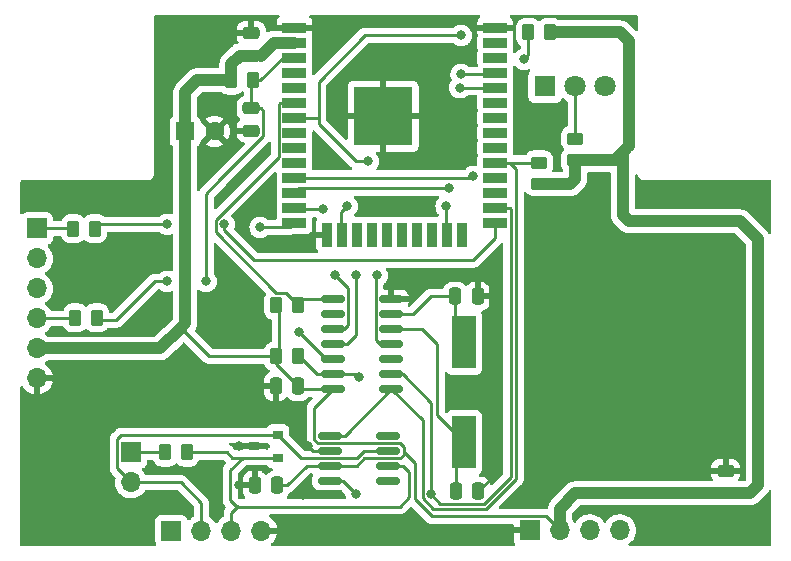
<source format=gbr>
%TF.GenerationSoftware,KiCad,Pcbnew,6.0.2+dfsg-1*%
%TF.CreationDate,2022-06-15T15:33:43+02:00*%
%TF.ProjectId,vscp-din-wireless-esp32-can,76736370-2d64-4696-9e2d-776972656c65,rev?*%
%TF.SameCoordinates,Original*%
%TF.FileFunction,Copper,L1,Top*%
%TF.FilePolarity,Positive*%
%FSLAX46Y46*%
G04 Gerber Fmt 4.6, Leading zero omitted, Abs format (unit mm)*
G04 Created by KiCad (PCBNEW 6.0.2+dfsg-1) date 2022-06-15 15:33:43*
%MOMM*%
%LPD*%
G01*
G04 APERTURE LIST*
G04 Aperture macros list*
%AMRoundRect*
0 Rectangle with rounded corners*
0 $1 Rounding radius*
0 $2 $3 $4 $5 $6 $7 $8 $9 X,Y pos of 4 corners*
0 Add a 4 corners polygon primitive as box body*
4,1,4,$2,$3,$4,$5,$6,$7,$8,$9,$2,$3,0*
0 Add four circle primitives for the rounded corners*
1,1,$1+$1,$2,$3*
1,1,$1+$1,$4,$5*
1,1,$1+$1,$6,$7*
1,1,$1+$1,$8,$9*
0 Add four rect primitives between the rounded corners*
20,1,$1+$1,$2,$3,$4,$5,0*
20,1,$1+$1,$4,$5,$6,$7,0*
20,1,$1+$1,$6,$7,$8,$9,0*
20,1,$1+$1,$8,$9,$2,$3,0*%
G04 Aperture macros list end*
%TA.AperFunction,ComponentPad*%
%ADD10O,1.700000X1.700000*%
%TD*%
%TA.AperFunction,ComponentPad*%
%ADD11R,1.700000X1.700000*%
%TD*%
%TA.AperFunction,SMDPad,CuDef*%
%ADD12R,2.000000X4.500000*%
%TD*%
%TA.AperFunction,SMDPad,CuDef*%
%ADD13RoundRect,0.150000X-0.825000X-0.150000X0.825000X-0.150000X0.825000X0.150000X-0.825000X0.150000X0*%
%TD*%
%TA.AperFunction,SMDPad,CuDef*%
%ADD14RoundRect,0.150000X0.825000X0.150000X-0.825000X0.150000X-0.825000X-0.150000X0.825000X-0.150000X0*%
%TD*%
%TA.AperFunction,SMDPad,CuDef*%
%ADD15RoundRect,0.250000X-0.262500X-0.450000X0.262500X-0.450000X0.262500X0.450000X-0.262500X0.450000X0*%
%TD*%
%TA.AperFunction,SMDPad,CuDef*%
%ADD16RoundRect,0.250000X0.262500X0.450000X-0.262500X0.450000X-0.262500X-0.450000X0.262500X-0.450000X0*%
%TD*%
%TA.AperFunction,SMDPad,CuDef*%
%ADD17R,0.900000X0.800000*%
%TD*%
%TA.AperFunction,SMDPad,CuDef*%
%ADD18RoundRect,0.250000X-0.250000X-0.475000X0.250000X-0.475000X0.250000X0.475000X-0.250000X0.475000X0*%
%TD*%
%TA.AperFunction,SMDPad,CuDef*%
%ADD19RoundRect,0.250000X0.250000X0.475000X-0.250000X0.475000X-0.250000X-0.475000X0.250000X-0.475000X0*%
%TD*%
%TA.AperFunction,SMDPad,CuDef*%
%ADD20RoundRect,0.250000X0.450000X-0.262500X0.450000X0.262500X-0.450000X0.262500X-0.450000X-0.262500X0*%
%TD*%
%TA.AperFunction,ComponentPad*%
%ADD21C,1.800000*%
%TD*%
%TA.AperFunction,ComponentPad*%
%ADD22R,1.800000X1.800000*%
%TD*%
%TA.AperFunction,SMDPad,CuDef*%
%ADD23R,2.000000X0.900000*%
%TD*%
%TA.AperFunction,SMDPad,CuDef*%
%ADD24R,0.900000X2.000000*%
%TD*%
%TA.AperFunction,SMDPad,CuDef*%
%ADD25R,5.000000X5.000000*%
%TD*%
%TA.AperFunction,SMDPad,CuDef*%
%ADD26RoundRect,0.250000X0.475000X-0.250000X0.475000X0.250000X-0.475000X0.250000X-0.475000X-0.250000X0*%
%TD*%
%TA.AperFunction,SMDPad,CuDef*%
%ADD27RoundRect,0.250000X-0.475000X0.250000X-0.475000X-0.250000X0.475000X-0.250000X0.475000X0.250000X0*%
%TD*%
%TA.AperFunction,ComponentPad*%
%ADD28R,1.600000X1.600000*%
%TD*%
%TA.AperFunction,ComponentPad*%
%ADD29C,1.600000*%
%TD*%
%TA.AperFunction,ViaPad*%
%ADD30C,0.800000*%
%TD*%
%TA.AperFunction,Conductor*%
%ADD31C,0.250000*%
%TD*%
%TA.AperFunction,Conductor*%
%ADD32C,1.000000*%
%TD*%
G04 APERTURE END LIST*
D10*
%TO.P,J1,4*%
%TO.N,GND*%
X136720000Y-97600000D03*
%TO.P,J1,3*%
%TO.N,Net-(D2-Pad1)*%
X134180000Y-97600000D03*
%TO.P,J1,2*%
%TO.N,Net-(D2-Pad2)*%
X131640000Y-97600000D03*
D11*
%TO.P,J1,1*%
%TO.N,Net-(J1-Pad1)*%
X129100000Y-97600000D03*
%TD*%
D12*
%TO.P,Y1,2*%
%TO.N,Net-(C6-Pad1)*%
X153878000Y-81614000D03*
%TO.P,Y1,1*%
%TO.N,Net-(C7-Pad1)*%
X153878000Y-90114000D03*
%TD*%
D13*
%TO.P,U3,8*%
%TO.N,Net-(U3-Pad8)*%
X147463000Y-89547000D03*
%TO.P,U3,7*%
%TO.N,Net-(D2-Pad2)*%
X147463000Y-90817000D03*
%TO.P,U3,6*%
%TO.N,Net-(D2-Pad1)*%
X147463000Y-92087000D03*
%TO.P,U3,5*%
%TO.N,Net-(U3-Pad5)*%
X147463000Y-93357000D03*
%TO.P,U3,4*%
%TO.N,/rxcan*%
X142513000Y-93357000D03*
%TO.P,U3,3*%
%TO.N,VCC*%
X142513000Y-92087000D03*
%TO.P,U3,2*%
%TO.N,GND*%
X142513000Y-90817000D03*
%TO.P,U3,1*%
%TO.N,/txcan*%
X142513000Y-89547000D03*
%TD*%
D14*
%TO.P,U2,14*%
%TO.N,VCC*%
X142767000Y-85610000D03*
%TO.P,U2,13*%
%TO.N,/CS*%
X142767000Y-84340000D03*
%TO.P,U2,12*%
%TO.N,/MISO*%
X142767000Y-83070000D03*
%TO.P,U2,11*%
%TO.N,/MOSI*%
X142767000Y-81800000D03*
%TO.P,U2,10*%
%TO.N,/SCK*%
X142767000Y-80530000D03*
%TO.P,U2,9*%
%TO.N,Net-(U2-Pad9)*%
X142767000Y-79260000D03*
%TO.P,U2,8*%
%TO.N,/irq1*%
X142767000Y-77990000D03*
%TO.P,U2,7*%
%TO.N,GND*%
X147717000Y-77990000D03*
%TO.P,U2,6*%
%TO.N,Net-(C6-Pad1)*%
X147717000Y-79260000D03*
%TO.P,U2,5*%
%TO.N,Net-(C7-Pad1)*%
X147717000Y-80530000D03*
%TO.P,U2,4*%
%TO.N,/irq0*%
X147717000Y-81800000D03*
%TO.P,U2,3*%
%TO.N,Net-(U2-Pad3)*%
X147717000Y-83070000D03*
%TO.P,U2,2*%
%TO.N,/rxcan*%
X147717000Y-84340000D03*
%TO.P,U2,1*%
%TO.N,/txcan*%
X147717000Y-85610000D03*
%TD*%
D15*
%TO.P,R9,2*%
%TO.N,Net-(D2-Pad1)*%
X130406500Y-90944000D03*
%TO.P,R9,1*%
%TO.N,Net-(J4-Pad1)*%
X128581500Y-90944000D03*
%TD*%
D16*
%TO.P,R7,2*%
%TO.N,VCC*%
X137979500Y-78498000D03*
%TO.P,R7,1*%
%TO.N,/irq1*%
X139804500Y-78498000D03*
%TD*%
D15*
%TO.P,R4,2*%
%TO.N,/CS*%
X139804500Y-82816000D03*
%TO.P,R4,1*%
%TO.N,VCC*%
X137979500Y-82816000D03*
%TD*%
D10*
%TO.P,J4,2*%
%TO.N,Net-(D2-Pad2)*%
X125684000Y-93484000D03*
D11*
%TO.P,J4,1*%
%TO.N,Net-(J4-Pad1)*%
X125684000Y-90944000D03*
%TD*%
D17*
%TO.P,D2,3*%
%TO.N,GND*%
X136114000Y-90436000D03*
%TO.P,D2,2*%
%TO.N,Net-(D2-Pad2)*%
X138114000Y-89486000D03*
%TO.P,D2,1*%
%TO.N,Net-(D2-Pad1)*%
X138114000Y-91386000D03*
%TD*%
D18*
%TO.P,C7,2*%
%TO.N,GND*%
X155082000Y-94246000D03*
%TO.P,C7,1*%
%TO.N,Net-(C7-Pad1)*%
X153182000Y-94246000D03*
%TD*%
%TO.P,C6,2*%
%TO.N,GND*%
X155016000Y-77736000D03*
%TO.P,C6,1*%
%TO.N,Net-(C6-Pad1)*%
X153116000Y-77736000D03*
%TD*%
D19*
%TO.P,C5,2*%
%TO.N,GND*%
X137942000Y-85356000D03*
%TO.P,C5,1*%
%TO.N,VCC*%
X139842000Y-85356000D03*
%TD*%
%TO.P,C4,2*%
%TO.N,GND*%
X136164000Y-93738000D03*
%TO.P,C4,1*%
%TO.N,VCC*%
X138064000Y-93738000D03*
%TD*%
D20*
%TO.P,R6,2*%
%TO.N,Net-(D1-Pad2)*%
X163276000Y-64377500D03*
%TO.P,R6,1*%
%TO.N,VCC*%
X163276000Y-66202500D03*
%TD*%
D21*
%TO.P,D1,3*%
%TO.N,/leda*%
X165816000Y-59956000D03*
%TO.P,D1,2*%
%TO.N,Net-(D1-Pad2)*%
X163276000Y-59956000D03*
D22*
%TO.P,D1,1*%
%TO.N,/ledb*%
X160736000Y-59956000D03*
%TD*%
D23*
%TO.P,U1,38*%
%TO.N,GND*%
X156520000Y-54996000D03*
%TO.P,U1,37*%
%TO.N,Net-(U1-Pad37)*%
X156520000Y-56266000D03*
%TO.P,U1,36*%
%TO.N,Net-(U1-Pad36)*%
X156520000Y-57536000D03*
%TO.P,U1,35*%
%TO.N,/TXD*%
X156520000Y-58806000D03*
%TO.P,U1,34*%
%TO.N,/RXD*%
X156520000Y-60076000D03*
%TO.P,U1,33*%
%TO.N,Net-(U1-Pad33)*%
X156520000Y-61346000D03*
%TO.P,U1,32*%
%TO.N,Net-(U1-Pad32)*%
X156520000Y-62616000D03*
%TO.P,U1,31*%
%TO.N,Net-(U1-Pad31)*%
X156520000Y-63886000D03*
%TO.P,U1,30*%
%TO.N,Net-(U1-Pad30)*%
X156520000Y-65156000D03*
%TO.P,U1,29*%
%TO.N,/txcan*%
X156520000Y-66426000D03*
%TO.P,U1,28*%
%TO.N,Net-(U1-Pad28)*%
X156520000Y-67696000D03*
%TO.P,U1,27*%
%TO.N,Net-(U1-Pad27)*%
X156520000Y-68966000D03*
%TO.P,U1,26*%
%TO.N,/rxcan*%
X156520000Y-70236000D03*
%TO.P,U1,25*%
%TO.N,Net-(R5-Pad1)*%
X156520000Y-71506000D03*
D24*
%TO.P,U1,24*%
%TO.N,Net-(U1-Pad24)*%
X153735000Y-72506000D03*
%TO.P,U1,23*%
%TO.N,/CS*%
X152465000Y-72506000D03*
%TO.P,U1,22*%
%TO.N,Net-(U1-Pad22)*%
X151195000Y-72506000D03*
%TO.P,U1,21*%
%TO.N,Net-(U1-Pad21)*%
X149925000Y-72506000D03*
%TO.P,U1,20*%
%TO.N,Net-(U1-Pad20)*%
X148655000Y-72506000D03*
%TO.P,U1,19*%
%TO.N,Net-(U1-Pad19)*%
X147385000Y-72506000D03*
%TO.P,U1,18*%
%TO.N,Net-(U1-Pad18)*%
X146115000Y-72506000D03*
%TO.P,U1,17*%
%TO.N,Net-(U1-Pad17)*%
X144845000Y-72506000D03*
%TO.P,U1,16*%
%TO.N,/MOSI*%
X143575000Y-72506000D03*
%TO.P,U1,15*%
%TO.N,GND*%
X142305000Y-72506000D03*
D23*
%TO.P,U1,14*%
%TO.N,/MISO*%
X139520000Y-71506000D03*
%TO.P,U1,13*%
%TO.N,/SCK*%
X139520000Y-70236000D03*
%TO.P,U1,12*%
%TO.N,/ledb*%
X139520000Y-68966000D03*
%TO.P,U1,11*%
%TO.N,/leda*%
X139520000Y-67696000D03*
%TO.P,U1,10*%
%TO.N,Net-(U1-Pad10)*%
X139520000Y-66426000D03*
%TO.P,U1,9*%
%TO.N,Net-(U1-Pad9)*%
X139520000Y-65156000D03*
%TO.P,U1,8*%
%TO.N,Net-(U1-Pad8)*%
X139520000Y-63886000D03*
%TO.P,U1,7*%
%TO.N,/irq0*%
X139520000Y-62616000D03*
%TO.P,U1,6*%
%TO.N,/irq1*%
X139520000Y-61346000D03*
%TO.P,U1,5*%
%TO.N,Net-(U1-Pad5)*%
X139520000Y-60076000D03*
%TO.P,U1,4*%
%TO.N,Net-(U1-Pad4)*%
X139520000Y-58806000D03*
%TO.P,U1,3*%
%TO.N,/reset*%
X139520000Y-57536000D03*
%TO.P,U1,2*%
%TO.N,VCC*%
X139520000Y-56266000D03*
%TO.P,U1,1*%
%TO.N,GND*%
X139520000Y-54996000D03*
D25*
%TO.P,U1,39*%
X147020000Y-62496000D03*
%TD*%
D15*
%TO.P,R8,2*%
%TO.N,VCC*%
X161140500Y-55384000D03*
%TO.P,R8,1*%
%TO.N,/irq0*%
X159315500Y-55384000D03*
%TD*%
%TO.P,R2,2*%
%TO.N,/reset*%
X135994500Y-59448000D03*
%TO.P,R2,1*%
%TO.N,VCC*%
X134169500Y-59448000D03*
%TD*%
D16*
%TO.P,R5,2*%
%TO.N,/FLASH*%
X120787500Y-72000000D03*
%TO.P,R5,1*%
%TO.N,Net-(R5-Pad1)*%
X122612500Y-72000000D03*
%TD*%
D15*
%TO.P,R3,2*%
%TO.N,/reset*%
X122786500Y-79550000D03*
%TO.P,R3,1*%
%TO.N,/RESET*%
X120961500Y-79550000D03*
%TD*%
D20*
%TO.P,R1,2*%
%TO.N,/txcan*%
X160228000Y-66409500D03*
%TO.P,R1,1*%
%TO.N,VCC*%
X160228000Y-68234500D03*
%TD*%
D26*
%TO.P,C8,2*%
%TO.N,GND*%
X176022000Y-92522000D03*
%TO.P,C8,1*%
%TO.N,VCC*%
X176022000Y-94422000D03*
%TD*%
%TO.P,C1,2*%
%TO.N,GND*%
X135844000Y-55450000D03*
%TO.P,C1,1*%
%TO.N,VCC*%
X135844000Y-57350000D03*
%TD*%
D27*
%TO.P,C3,2*%
%TO.N,GND*%
X135844000Y-63700000D03*
%TO.P,C3,1*%
%TO.N,/reset*%
X135844000Y-61800000D03*
%TD*%
D28*
%TO.P,C2,1*%
%TO.N,VCC*%
X130256000Y-63766000D03*
D29*
%TO.P,C2,2*%
%TO.N,GND*%
X132756000Y-63766000D03*
%TD*%
D10*
%TO.P,J2,4*%
%TO.N,Net-(J2-Pad4)*%
X167070000Y-97550000D03*
%TO.P,J2,3*%
%TO.N,Net-(J2-Pad3)*%
X164530000Y-97550000D03*
%TO.P,J2,2*%
%TO.N,VCC*%
X161990000Y-97550000D03*
D11*
%TO.P,J2,1*%
%TO.N,GND*%
X159450000Y-97550000D03*
%TD*%
D10*
%TO.P,J3,6*%
%TO.N,GND*%
X117710600Y-84695000D03*
%TO.P,J3,5*%
%TO.N,VCC*%
X117710600Y-82155000D03*
%TO.P,J3,4*%
%TO.N,/RESET*%
X117710600Y-79615000D03*
%TO.P,J3,3*%
%TO.N,/RXD*%
X117710600Y-77075000D03*
%TO.P,J3,2*%
%TO.N,/TXD*%
X117710600Y-74535000D03*
D11*
%TO.P,J3,1*%
%TO.N,/FLASH*%
X117710600Y-71995000D03*
%TD*%
D30*
%TO.N,GND*%
X120850000Y-74600000D03*
X134828000Y-90436000D03*
X134828000Y-93738000D03*
X138130000Y-73418000D03*
X139908000Y-88404000D03*
X156418000Y-91198000D03*
X140670000Y-90436000D03*
X133450000Y-78100000D03*
X172950000Y-69200000D03*
X173450000Y-97200000D03*
X150600000Y-70250000D03*
X127950000Y-79050000D03*
X159000000Y-64250000D03*
X140250000Y-94550000D03*
X132000000Y-93100000D03*
X128600000Y-74150000D03*
X142150000Y-65800000D03*
X134700000Y-67850000D03*
X165350000Y-69000000D03*
X131800000Y-67600000D03*
X154000000Y-64150000D03*
%TO.N,/reset*%
X132034000Y-76466000D03*
X128732000Y-76466000D03*
%TO.N,/leda*%
X154640000Y-67576000D03*
%TO.N,/ledb*%
X152608000Y-68592000D03*
%TO.N,/TXD*%
X153624000Y-58940000D03*
%TO.N,/RXD*%
X153504000Y-60076000D03*
%TO.N,Net-(R5-Pad1)*%
X128732000Y-71640000D03*
X133558000Y-71640000D03*
%TO.N,/CS*%
X144988000Y-84594000D03*
X152354000Y-70116000D03*
%TO.N,/irq0*%
X153624000Y-55638000D03*
X158958000Y-57670000D03*
X146512000Y-75958000D03*
X145750000Y-66306000D03*
%TO.N,/rxcan*%
X144734000Y-94500000D03*
X151084000Y-94500000D03*
%TO.N,/MOSI*%
X144734000Y-75958000D03*
X143972000Y-70116000D03*
%TO.N,/MISO*%
X139908000Y-80784000D03*
X136606000Y-71894000D03*
%TO.N,/SCK*%
X142956000Y-75958000D03*
X141940000Y-70370000D03*
%TD*%
D31*
%TO.N,GND*%
X141051000Y-90817000D02*
X140670000Y-90436000D01*
X142513000Y-90817000D02*
X141051000Y-90817000D01*
X156418000Y-92910000D02*
X156418000Y-91198000D01*
X155082000Y-94246000D02*
X156418000Y-92910000D01*
D32*
%TO.N,VCC*%
X134169500Y-58074500D02*
X134169500Y-59448000D01*
X134894000Y-57350000D02*
X134169500Y-58074500D01*
D31*
X135844000Y-57350000D02*
X136672000Y-57350000D01*
D32*
X137756000Y-56266000D02*
X139520000Y-56266000D01*
X136672000Y-57350000D02*
X137756000Y-56266000D01*
X135844000Y-57350000D02*
X135270000Y-57350000D01*
D31*
X135270000Y-57350000D02*
X134894000Y-57350000D01*
D32*
X130256000Y-63766000D02*
X130256000Y-60464000D01*
X131272000Y-59448000D02*
X134169500Y-59448000D01*
X130256000Y-60464000D02*
X131272000Y-59448000D01*
X161140500Y-55384000D02*
X167086000Y-55384000D01*
X167086000Y-55384000D02*
X167848000Y-56146000D01*
X167848000Y-56146000D02*
X167848000Y-65036000D01*
X166681500Y-66202500D02*
X163276000Y-66202500D01*
X167594000Y-65290000D02*
X166681500Y-66202500D01*
D31*
X167848000Y-65036000D02*
X167594000Y-65290000D01*
D32*
X160228000Y-68234500D02*
X162871500Y-68234500D01*
X163276000Y-67830000D02*
X163276000Y-66202500D01*
X162871500Y-68234500D02*
X163276000Y-67830000D01*
X120705000Y-82155000D02*
X117710600Y-82155000D01*
X120705000Y-82155000D02*
X128123000Y-82155000D01*
X130256000Y-80022000D02*
X130256000Y-63766000D01*
D31*
X138064000Y-93738000D02*
X138892000Y-93738000D01*
X140543000Y-92087000D02*
X142513000Y-92087000D01*
X138892000Y-93738000D02*
X140543000Y-92087000D01*
X140096000Y-85610000D02*
X139842000Y-85356000D01*
X142767000Y-85610000D02*
X140096000Y-85610000D01*
X144796178Y-92087000D02*
X142513000Y-92087000D01*
X145441168Y-91442010D02*
X144796178Y-92087000D01*
X148763010Y-91163758D02*
X148484758Y-91442010D01*
X148484758Y-90191990D02*
X148763010Y-90470242D01*
X148484758Y-91442010D02*
X145441168Y-91442010D01*
X141511222Y-90191990D02*
X148484758Y-90191990D01*
X141212990Y-89893758D02*
X141511222Y-90191990D01*
X141212990Y-87164010D02*
X141212990Y-89893758D01*
X142767000Y-85610000D02*
X141212990Y-87164010D01*
X137979500Y-83493500D02*
X139842000Y-85356000D01*
X137979500Y-82816000D02*
X137979500Y-83493500D01*
X132288000Y-82816000D02*
X129875000Y-80403000D01*
X137979500Y-82816000D02*
X132288000Y-82816000D01*
D32*
X129875000Y-80403000D02*
X130256000Y-80022000D01*
X128123000Y-82155000D02*
X129875000Y-80403000D01*
D31*
X138233500Y-82562000D02*
X137979500Y-82816000D01*
X138233500Y-77990000D02*
X138233500Y-82562000D01*
D32*
X167340000Y-65544000D02*
X167594000Y-65290000D01*
X167848000Y-71386000D02*
X167340000Y-70878000D01*
X167340000Y-70878000D02*
X167340000Y-65544000D01*
X177246000Y-71386000D02*
X167848000Y-71386000D01*
X178770000Y-72910000D02*
X177246000Y-71386000D01*
X178770000Y-93730000D02*
X178770000Y-72910000D01*
X178078000Y-94422000D02*
X178770000Y-93730000D01*
X178078000Y-94422000D02*
X176022000Y-94422000D01*
X176022000Y-94422000D02*
X163278000Y-94422000D01*
X161990000Y-95710000D02*
X161990000Y-97550000D01*
X163278000Y-94422000D02*
X161990000Y-95710000D01*
D31*
X149700010Y-94936400D02*
X149700010Y-91850010D01*
X151138609Y-96374999D02*
X149700010Y-94936400D01*
X160814999Y-96374999D02*
X151138609Y-96374999D01*
X161990000Y-97550000D02*
X160814999Y-96374999D01*
X149700010Y-91850010D02*
X148763010Y-90913010D01*
X148763010Y-90913010D02*
X148763010Y-91163758D01*
X148763010Y-90470242D02*
X148763010Y-90913010D01*
%TO.N,/reset*%
X138518000Y-57536000D02*
X139520000Y-57536000D01*
X136606000Y-59448000D02*
X138518000Y-57536000D01*
X135994500Y-59448000D02*
X136606000Y-59448000D01*
X135844000Y-59598500D02*
X135994500Y-59448000D01*
X135844000Y-61800000D02*
X135844000Y-59598500D01*
X127716000Y-76466000D02*
X128732000Y-76466000D01*
X124414000Y-79768000D02*
X127716000Y-76466000D01*
X132034000Y-69100000D02*
X132034000Y-76466000D01*
X133252190Y-67830000D02*
X132034000Y-69100000D01*
X136894010Y-64188180D02*
X133252190Y-67830000D01*
X136894010Y-62022010D02*
X136894010Y-64188180D01*
X136672000Y-61800000D02*
X136894010Y-62022010D01*
X135844000Y-61800000D02*
X136672000Y-61800000D01*
X123004500Y-79768000D02*
X122786500Y-79550000D01*
X124414000Y-79768000D02*
X123004500Y-79768000D01*
%TO.N,/leda*%
X154520000Y-67696000D02*
X154640000Y-67576000D01*
X139520000Y-67696000D02*
X154520000Y-67696000D01*
%TO.N,/ledb*%
X139894000Y-68592000D02*
X139520000Y-68966000D01*
X152608000Y-68592000D02*
X139894000Y-68592000D01*
%TO.N,/FLASH*%
X120782500Y-71995000D02*
X120787500Y-72000000D01*
X117710600Y-71995000D02*
X120782500Y-71995000D01*
%TO.N,/TXD*%
X156386000Y-58940000D02*
X156520000Y-58806000D01*
X153624000Y-58940000D02*
X156386000Y-58940000D01*
%TO.N,/RXD*%
X153504000Y-60076000D02*
X156520000Y-60076000D01*
%TO.N,/RESET*%
X120896500Y-79615000D02*
X120961500Y-79550000D01*
X117710600Y-79615000D02*
X120896500Y-79615000D01*
%TO.N,Net-(D1-Pad2)*%
X163276000Y-64377500D02*
X163276000Y-59956000D01*
%TO.N,Net-(R5-Pad1)*%
X128732000Y-71640000D02*
X123040500Y-71640000D01*
X154640000Y-74688000D02*
X156520000Y-72808000D01*
X156520000Y-72808000D02*
X156520000Y-71506000D01*
X136098000Y-74688000D02*
X154640000Y-74688000D01*
X133558000Y-72148000D02*
X136098000Y-74688000D01*
X133558000Y-71640000D02*
X133558000Y-72148000D01*
%TO.N,Net-(C6-Pad1)*%
X151084000Y-77736000D02*
X153116000Y-77736000D01*
X149560000Y-79260000D02*
X151084000Y-77736000D01*
X147717000Y-79260000D02*
X149560000Y-79260000D01*
X153116000Y-80852000D02*
X153878000Y-81614000D01*
X153116000Y-77736000D02*
X153116000Y-80852000D01*
%TO.N,Net-(C7-Pad1)*%
X153182000Y-90810000D02*
X153878000Y-90114000D01*
X153182000Y-94246000D02*
X153182000Y-90810000D01*
X147717000Y-80530000D02*
X150322000Y-80530000D01*
X150322000Y-80530000D02*
X151592000Y-81800000D01*
X151592000Y-87828000D02*
X153878000Y-90114000D01*
X151592000Y-81800000D02*
X151592000Y-87828000D01*
%TO.N,Net-(D2-Pad2)*%
X140070010Y-91442010D02*
X138114000Y-89486000D01*
X144804758Y-91442010D02*
X140070010Y-91442010D01*
X145429768Y-90817000D02*
X144804758Y-91442010D01*
X147463000Y-90817000D02*
X145429768Y-90817000D01*
%TO.N,Net-(D2-Pad1)*%
X130406500Y-90944000D02*
X133812000Y-90944000D01*
X134254000Y-91386000D02*
X138114000Y-91386000D01*
X133812000Y-90944000D02*
X134254000Y-91386000D01*
X138114000Y-91386000D02*
X135148000Y-91386000D01*
X135148000Y-91386000D02*
X134066000Y-92468000D01*
X134066000Y-92468000D02*
X134066000Y-95008000D01*
X134066000Y-95008000D02*
X134574000Y-95516000D01*
%TO.N,Net-(D2-Pad2)*%
X125684000Y-93484000D02*
X129884000Y-93484000D01*
X131640000Y-95240000D02*
X131640000Y-97600000D01*
X129884000Y-93484000D02*
X131640000Y-95240000D01*
X124508999Y-89833999D02*
X124508999Y-92308999D01*
X124508999Y-92308999D02*
X125684000Y-93484000D01*
X124856998Y-89486000D02*
X124508999Y-89833999D01*
X138114000Y-89486000D02*
X124856998Y-89486000D01*
%TO.N,Net-(D2-Pad1)*%
X134180000Y-96070000D02*
X134734000Y-95516000D01*
X134180000Y-97600000D02*
X134180000Y-96070000D01*
X134574000Y-95516000D02*
X134734000Y-95516000D01*
X148737000Y-92087000D02*
X147463000Y-92087000D01*
X149250000Y-92600000D02*
X148737000Y-92087000D01*
X149250000Y-94750000D02*
X149250000Y-92600000D01*
X148450000Y-95550000D02*
X149250000Y-94750000D01*
X134768000Y-95550000D02*
X148450000Y-95550000D01*
X134734000Y-95516000D02*
X134768000Y-95550000D01*
%TO.N,Net-(J4-Pad1)*%
X128581500Y-90944000D02*
X125684000Y-90944000D01*
%TO.N,/txcan*%
X160211500Y-66426000D02*
X160228000Y-66409500D01*
X156520000Y-66426000D02*
X160211500Y-66426000D01*
X143780000Y-89547000D02*
X147717000Y-85610000D01*
X142513000Y-89547000D02*
X143780000Y-89547000D01*
X157770000Y-66426000D02*
X156520000Y-66426000D01*
X158295011Y-93207589D02*
X158295011Y-66951011D01*
X155756581Y-95746019D02*
X158295011Y-93207589D01*
X151257017Y-95746019D02*
X155756581Y-95746019D01*
X150358999Y-94848001D02*
X151257017Y-95746019D01*
X150358999Y-88251999D02*
X150358999Y-94848001D01*
X158295011Y-66951011D02*
X157770000Y-66426000D01*
X147717000Y-85610000D02*
X150358999Y-88251999D01*
%TO.N,/CS*%
X142767000Y-84340000D02*
X141432000Y-84340000D01*
X139908000Y-82816000D02*
X139804500Y-82816000D01*
X141432000Y-84340000D02*
X139908000Y-82816000D01*
X144734000Y-84340000D02*
X144988000Y-84594000D01*
X142767000Y-84340000D02*
X144734000Y-84340000D01*
X152354000Y-72395000D02*
X152465000Y-72506000D01*
X152354000Y-70116000D02*
X152354000Y-72395000D01*
%TO.N,/irq1*%
X140058500Y-77990000D02*
X142767000Y-77990000D01*
X138270000Y-61346000D02*
X139520000Y-61346000D01*
X138194999Y-61421001D02*
X138270000Y-61346000D01*
X138194999Y-65929999D02*
X138194999Y-61421001D01*
X132832999Y-71291999D02*
X138194999Y-65929999D01*
X132832999Y-72326383D02*
X132832999Y-71291999D01*
X137979606Y-77472990D02*
X132832999Y-72326383D01*
X138779490Y-77472990D02*
X137979606Y-77472990D01*
X139804500Y-78498000D02*
X138779490Y-77472990D01*
%TO.N,/irq0*%
X139520000Y-62616000D02*
X141566000Y-62616000D01*
X145496000Y-55638000D02*
X153624000Y-55638000D01*
X141566000Y-59568000D02*
X145496000Y-55638000D01*
X159315500Y-57312500D02*
X158958000Y-57670000D01*
X159315500Y-55384000D02*
X159315500Y-57312500D01*
X146416990Y-76053010D02*
X146512000Y-75958000D01*
X146416990Y-81474990D02*
X146416990Y-76053010D01*
X146742000Y-81800000D02*
X146416990Y-81474990D01*
X147717000Y-81800000D02*
X146742000Y-81800000D01*
X145750000Y-66306000D02*
X144734000Y-66306000D01*
X141566000Y-63138000D02*
X141566000Y-61360000D01*
X144734000Y-66306000D02*
X141566000Y-63138000D01*
X141566000Y-61360000D02*
X141566000Y-59568000D01*
X141566000Y-62616000D02*
X141566000Y-61360000D01*
%TO.N,/rxcan*%
X143591000Y-93357000D02*
X144734000Y-94500000D01*
X142513000Y-93357000D02*
X143591000Y-93357000D01*
X157770000Y-70236000D02*
X156520000Y-70236000D01*
X157845001Y-70311001D02*
X157770000Y-70236000D01*
X157845001Y-93021189D02*
X157845001Y-70311001D01*
X155570180Y-95296010D02*
X157845001Y-93021189D01*
X151880010Y-95296010D02*
X155570180Y-95296010D01*
X151084000Y-94500000D02*
X151880010Y-95296010D01*
X148692000Y-84340000D02*
X151084000Y-86732000D01*
X151084000Y-86732000D02*
X151084000Y-94500000D01*
X147717000Y-84340000D02*
X148692000Y-84340000D01*
%TO.N,/MOSI*%
X142767000Y-81800000D02*
X143972000Y-81800000D01*
X143972000Y-81800000D02*
X144734000Y-81038000D01*
X144734000Y-81038000D02*
X144734000Y-75958000D01*
X143972000Y-70116000D02*
X143464000Y-70624000D01*
X143464000Y-72395000D02*
X143575000Y-72506000D01*
X143464000Y-70624000D02*
X143464000Y-72395000D01*
%TO.N,/MISO*%
X142194000Y-83070000D02*
X139908000Y-80784000D01*
X142767000Y-83070000D02*
X142194000Y-83070000D01*
X139132000Y-71894000D02*
X139520000Y-71506000D01*
X136606000Y-71894000D02*
X139132000Y-71894000D01*
%TO.N,/SCK*%
X144067010Y-77069010D02*
X142956000Y-75958000D01*
X144067010Y-80204990D02*
X144067010Y-77069010D01*
X143742000Y-80530000D02*
X144067010Y-80204990D01*
X142767000Y-80530000D02*
X143742000Y-80530000D01*
X139654000Y-70370000D02*
X139520000Y-70236000D01*
X141940000Y-70370000D02*
X139654000Y-70370000D01*
%TD*%
%TA.AperFunction,Conductor*%
%TO.N,GND*%
G36*
X130184197Y-81624203D02*
G01*
X130229260Y-81653164D01*
X131784343Y-83208247D01*
X131791887Y-83216537D01*
X131796000Y-83223018D01*
X131801777Y-83228443D01*
X131845667Y-83269658D01*
X131848509Y-83272413D01*
X131868230Y-83292134D01*
X131871425Y-83294612D01*
X131880447Y-83302318D01*
X131912679Y-83332586D01*
X131919628Y-83336406D01*
X131930432Y-83342346D01*
X131946956Y-83353199D01*
X131962959Y-83365613D01*
X132003543Y-83383176D01*
X132014173Y-83388383D01*
X132052940Y-83409695D01*
X132060617Y-83411666D01*
X132060622Y-83411668D01*
X132072558Y-83414732D01*
X132091266Y-83421137D01*
X132109855Y-83429181D01*
X132117683Y-83430421D01*
X132117690Y-83430423D01*
X132153524Y-83436099D01*
X132165144Y-83438505D01*
X132200289Y-83447528D01*
X132207970Y-83449500D01*
X132228224Y-83449500D01*
X132247934Y-83451051D01*
X132267943Y-83454220D01*
X132275835Y-83453474D01*
X132311961Y-83450059D01*
X132323819Y-83449500D01*
X136887803Y-83449500D01*
X136955924Y-83469502D01*
X137002417Y-83523158D01*
X137007326Y-83535623D01*
X137014632Y-83557520D01*
X137025450Y-83589946D01*
X137029301Y-83596170D01*
X137029302Y-83596171D01*
X137089755Y-83693861D01*
X137118522Y-83740348D01*
X137243697Y-83865305D01*
X137249927Y-83869145D01*
X137249928Y-83869146D01*
X137394262Y-83958115D01*
X137393560Y-83959254D01*
X137441046Y-84001069D01*
X137460504Y-84069347D01*
X137439959Y-84137306D01*
X137385934Y-84183370D01*
X137375807Y-84187311D01*
X137362038Y-84193761D01*
X137224193Y-84279063D01*
X137212792Y-84288099D01*
X137098261Y-84402829D01*
X137089249Y-84414240D01*
X137004184Y-84552243D01*
X136998037Y-84565424D01*
X136946862Y-84719710D01*
X136943995Y-84733086D01*
X136934328Y-84827438D01*
X136934000Y-84833855D01*
X136934000Y-85083885D01*
X136938475Y-85099124D01*
X136939865Y-85100329D01*
X136947548Y-85102000D01*
X138070000Y-85102000D01*
X138138121Y-85122002D01*
X138184614Y-85175658D01*
X138196000Y-85228000D01*
X138196000Y-86570884D01*
X138200475Y-86586123D01*
X138201865Y-86587328D01*
X138209548Y-86588999D01*
X138239095Y-86588999D01*
X138245614Y-86588662D01*
X138341206Y-86578743D01*
X138354600Y-86575851D01*
X138508784Y-86524412D01*
X138521962Y-86518239D01*
X138659807Y-86432937D01*
X138671208Y-86423901D01*
X138785738Y-86309172D01*
X138792794Y-86300238D01*
X138850712Y-86259177D01*
X138921635Y-86255947D01*
X138983046Y-86291574D01*
X138989846Y-86299407D01*
X138993522Y-86305348D01*
X139118697Y-86430305D01*
X139124927Y-86434145D01*
X139124928Y-86434146D01*
X139262288Y-86518816D01*
X139269262Y-86523115D01*
X139349005Y-86549564D01*
X139430611Y-86576632D01*
X139430613Y-86576632D01*
X139437139Y-86578797D01*
X139443975Y-86579497D01*
X139443978Y-86579498D01*
X139487031Y-86583909D01*
X139541600Y-86589500D01*
X140142400Y-86589500D01*
X140145646Y-86589163D01*
X140145650Y-86589163D01*
X140241308Y-86579238D01*
X140241312Y-86579237D01*
X140248166Y-86578526D01*
X140254702Y-86576345D01*
X140254704Y-86576345D01*
X140386806Y-86532272D01*
X140415946Y-86522550D01*
X140566348Y-86429478D01*
X140691305Y-86304303D01*
X140695147Y-86298071D01*
X140699682Y-86292328D01*
X140702066Y-86294211D01*
X140744635Y-86255895D01*
X140799131Y-86243500D01*
X140933405Y-86243500D01*
X141001526Y-86263502D01*
X141048019Y-86317158D01*
X141058123Y-86387432D01*
X141028629Y-86452012D01*
X141022500Y-86458595D01*
X140820737Y-86660358D01*
X140812451Y-86667898D01*
X140805972Y-86672010D01*
X140800547Y-86677787D01*
X140759347Y-86721661D01*
X140756592Y-86724503D01*
X140736855Y-86744240D01*
X140734375Y-86747437D01*
X140726672Y-86756457D01*
X140696404Y-86788689D01*
X140692585Y-86795635D01*
X140692583Y-86795638D01*
X140686642Y-86806444D01*
X140675791Y-86822963D01*
X140663376Y-86838969D01*
X140660231Y-86846238D01*
X140660228Y-86846242D01*
X140645816Y-86879547D01*
X140640599Y-86890197D01*
X140619295Y-86928950D01*
X140617324Y-86936625D01*
X140617324Y-86936626D01*
X140614257Y-86948572D01*
X140607853Y-86967276D01*
X140599809Y-86985865D01*
X140598570Y-86993688D01*
X140598567Y-86993698D01*
X140592891Y-87029534D01*
X140590485Y-87041154D01*
X140579490Y-87083980D01*
X140579490Y-87104234D01*
X140577939Y-87123944D01*
X140574770Y-87143953D01*
X140575516Y-87151845D01*
X140578931Y-87187971D01*
X140579490Y-87199829D01*
X140579490Y-89814991D01*
X140578963Y-89826174D01*
X140577288Y-89833667D01*
X140577537Y-89841593D01*
X140577537Y-89841594D01*
X140579428Y-89901744D01*
X140579490Y-89905703D01*
X140579490Y-89933614D01*
X140579987Y-89937548D01*
X140579987Y-89937549D01*
X140579995Y-89937614D01*
X140580928Y-89949451D01*
X140582317Y-89993647D01*
X140585602Y-90004953D01*
X140587968Y-90013097D01*
X140591977Y-90032458D01*
X140594516Y-90052555D01*
X140597435Y-90059926D01*
X140597435Y-90059928D01*
X140610794Y-90093670D01*
X140614639Y-90104900D01*
X140621152Y-90127319D01*
X140626972Y-90147351D01*
X140631005Y-90154170D01*
X140631007Y-90154175D01*
X140637283Y-90164786D01*
X140645978Y-90182534D01*
X140653438Y-90201375D01*
X140658100Y-90207791D01*
X140658100Y-90207792D01*
X140679426Y-90237145D01*
X140685942Y-90247065D01*
X140708448Y-90285120D01*
X140714054Y-90290727D01*
X140722770Y-90299443D01*
X140735611Y-90314477D01*
X140739120Y-90319306D01*
X140747518Y-90330865D01*
X140753625Y-90335917D01*
X140781583Y-90359046D01*
X140790364Y-90367036D01*
X140993096Y-90569769D01*
X141027121Y-90632081D01*
X141030000Y-90658864D01*
X141030000Y-90682510D01*
X141009998Y-90750631D01*
X140956342Y-90797124D01*
X140904000Y-90808510D01*
X140384604Y-90808510D01*
X140316483Y-90788508D01*
X140295509Y-90771605D01*
X139109405Y-89585500D01*
X139075379Y-89523188D01*
X139072500Y-89496405D01*
X139072500Y-89037866D01*
X139065745Y-88975684D01*
X139014615Y-88839295D01*
X138927261Y-88722739D01*
X138810705Y-88635385D01*
X138674316Y-88584255D01*
X138612134Y-88577500D01*
X137615866Y-88577500D01*
X137553684Y-88584255D01*
X137417295Y-88635385D01*
X137300739Y-88722739D01*
X137295358Y-88729919D01*
X137295357Y-88729920D01*
X137241287Y-88802065D01*
X137184427Y-88844580D01*
X137140461Y-88852500D01*
X124935765Y-88852500D01*
X124924582Y-88851973D01*
X124917089Y-88850298D01*
X124909163Y-88850547D01*
X124909162Y-88850547D01*
X124848999Y-88852438D01*
X124845041Y-88852500D01*
X124817142Y-88852500D01*
X124813152Y-88853004D01*
X124801318Y-88853936D01*
X124757109Y-88855326D01*
X124749495Y-88857538D01*
X124749490Y-88857539D01*
X124737657Y-88860977D01*
X124718294Y-88864988D01*
X124698201Y-88867526D01*
X124690834Y-88870443D01*
X124690829Y-88870444D01*
X124657090Y-88883802D01*
X124645863Y-88887646D01*
X124603405Y-88899982D01*
X124596579Y-88904019D01*
X124585970Y-88910293D01*
X124568222Y-88918988D01*
X124549381Y-88926448D01*
X124542965Y-88931110D01*
X124542964Y-88931110D01*
X124513611Y-88952436D01*
X124503690Y-88958952D01*
X124465636Y-88981458D01*
X124460029Y-88987064D01*
X124451313Y-88995780D01*
X124436280Y-89008620D01*
X124419891Y-89020528D01*
X124414839Y-89026635D01*
X124391710Y-89054593D01*
X124383720Y-89063374D01*
X124116741Y-89330352D01*
X124108462Y-89337886D01*
X124101981Y-89341999D01*
X124055355Y-89391651D01*
X124052600Y-89394493D01*
X124032864Y-89414229D01*
X124030384Y-89417426D01*
X124022681Y-89426446D01*
X123992413Y-89458678D01*
X123988594Y-89465624D01*
X123988592Y-89465627D01*
X123982651Y-89476433D01*
X123971800Y-89492952D01*
X123959385Y-89508958D01*
X123956240Y-89516227D01*
X123956237Y-89516231D01*
X123941825Y-89549536D01*
X123936608Y-89560186D01*
X123915304Y-89598939D01*
X123913333Y-89606614D01*
X123913333Y-89606615D01*
X123910266Y-89618561D01*
X123903862Y-89637265D01*
X123895818Y-89655854D01*
X123894579Y-89663677D01*
X123894576Y-89663687D01*
X123888900Y-89699523D01*
X123886494Y-89711143D01*
X123875499Y-89753969D01*
X123875499Y-89774223D01*
X123873948Y-89793933D01*
X123870779Y-89813942D01*
X123871525Y-89821834D01*
X123874940Y-89857960D01*
X123875499Y-89869818D01*
X123875499Y-92230232D01*
X123874972Y-92241415D01*
X123873297Y-92248908D01*
X123873546Y-92256834D01*
X123873546Y-92256835D01*
X123875437Y-92316985D01*
X123875499Y-92320944D01*
X123875499Y-92348855D01*
X123875996Y-92352789D01*
X123875996Y-92352790D01*
X123876004Y-92352855D01*
X123876937Y-92364692D01*
X123878326Y-92408888D01*
X123883484Y-92426642D01*
X123883977Y-92428338D01*
X123887986Y-92447699D01*
X123890525Y-92467796D01*
X123893444Y-92475167D01*
X123893444Y-92475169D01*
X123906803Y-92508911D01*
X123910648Y-92520141D01*
X123918267Y-92546366D01*
X123922981Y-92562592D01*
X123927014Y-92569411D01*
X123927016Y-92569416D01*
X123933292Y-92580027D01*
X123941987Y-92597775D01*
X123949447Y-92616616D01*
X123954109Y-92623032D01*
X123954109Y-92623033D01*
X123975435Y-92652386D01*
X123981951Y-92662306D01*
X124000399Y-92693499D01*
X124004457Y-92700361D01*
X124018778Y-92714682D01*
X124031618Y-92729715D01*
X124043527Y-92746106D01*
X124064110Y-92763134D01*
X124077604Y-92774297D01*
X124086383Y-92782287D01*
X124333778Y-93029682D01*
X124367804Y-93091994D01*
X124366100Y-93152448D01*
X124344989Y-93228570D01*
X124344441Y-93233700D01*
X124344440Y-93233704D01*
X124337167Y-93301762D01*
X124321251Y-93450695D01*
X124321548Y-93455848D01*
X124321548Y-93455851D01*
X124329449Y-93592872D01*
X124334110Y-93673715D01*
X124335247Y-93678761D01*
X124335248Y-93678767D01*
X124357483Y-93777427D01*
X124383222Y-93891639D01*
X124467266Y-94098616D01*
X124506864Y-94163235D01*
X124555464Y-94242542D01*
X124583987Y-94289088D01*
X124730250Y-94457938D01*
X124902126Y-94600632D01*
X125095000Y-94713338D01*
X125303692Y-94793030D01*
X125308760Y-94794061D01*
X125308763Y-94794062D01*
X125394366Y-94811478D01*
X125522597Y-94837567D01*
X125527772Y-94837757D01*
X125527774Y-94837757D01*
X125740673Y-94845564D01*
X125740677Y-94845564D01*
X125745837Y-94845753D01*
X125750957Y-94845097D01*
X125750959Y-94845097D01*
X125962288Y-94818025D01*
X125962289Y-94818025D01*
X125967416Y-94817368D01*
X125984292Y-94812305D01*
X126176429Y-94754661D01*
X126176434Y-94754659D01*
X126181384Y-94753174D01*
X126381994Y-94654896D01*
X126563860Y-94525173D01*
X126573140Y-94515926D01*
X126683910Y-94405542D01*
X126722096Y-94367489D01*
X126764370Y-94308659D01*
X126849435Y-94190277D01*
X126852453Y-94186077D01*
X126854746Y-94181437D01*
X126856446Y-94178608D01*
X126908674Y-94130518D01*
X126964451Y-94117500D01*
X129569406Y-94117500D01*
X129637527Y-94137502D01*
X129658501Y-94154405D01*
X130969595Y-95465500D01*
X131003621Y-95527812D01*
X131006500Y-95554595D01*
X131006500Y-96321692D01*
X130986498Y-96389813D01*
X130938683Y-96433453D01*
X130913607Y-96446507D01*
X130909474Y-96449610D01*
X130909471Y-96449612D01*
X130796580Y-96534373D01*
X130734965Y-96580635D01*
X130678537Y-96639684D01*
X130654283Y-96665064D01*
X130592759Y-96700494D01*
X130521846Y-96697037D01*
X130464060Y-96655791D01*
X130445207Y-96622243D01*
X130403767Y-96511703D01*
X130400615Y-96503295D01*
X130313261Y-96386739D01*
X130196705Y-96299385D01*
X130060316Y-96248255D01*
X129998134Y-96241500D01*
X128201866Y-96241500D01*
X128139684Y-96248255D01*
X128003295Y-96299385D01*
X127886739Y-96386739D01*
X127799385Y-96503295D01*
X127748255Y-96639684D01*
X127741500Y-96701866D01*
X127741500Y-98498134D01*
X127748255Y-98560316D01*
X127754600Y-98577240D01*
X127789020Y-98669056D01*
X127799385Y-98696705D01*
X127804768Y-98703888D01*
X127805646Y-98705491D01*
X127820815Y-98774848D01*
X127796079Y-98841396D01*
X127739291Y-98884006D01*
X127695126Y-98892000D01*
X116434000Y-98892000D01*
X116365879Y-98871998D01*
X116319386Y-98818342D01*
X116308000Y-98766000D01*
X116308000Y-85452116D01*
X116328002Y-85383995D01*
X116381658Y-85337502D01*
X116451932Y-85327398D01*
X116516512Y-85356892D01*
X116541433Y-85386281D01*
X116608294Y-85495388D01*
X116614377Y-85503699D01*
X116753813Y-85664667D01*
X116761180Y-85671883D01*
X116925034Y-85807916D01*
X116933481Y-85813831D01*
X117117356Y-85921279D01*
X117126642Y-85925729D01*
X117325601Y-86001703D01*
X117335499Y-86004579D01*
X117438850Y-86025606D01*
X117452899Y-86024410D01*
X117456600Y-86014065D01*
X117456600Y-86013517D01*
X117964600Y-86013517D01*
X117968664Y-86027359D01*
X117982078Y-86029393D01*
X117988784Y-86028534D01*
X117998862Y-86026392D01*
X118202855Y-85965191D01*
X118212442Y-85961433D01*
X118382556Y-85878095D01*
X136934001Y-85878095D01*
X136934338Y-85884614D01*
X136944257Y-85980206D01*
X136947149Y-85993600D01*
X136998588Y-86147784D01*
X137004761Y-86160962D01*
X137090063Y-86298807D01*
X137099099Y-86310208D01*
X137213829Y-86424739D01*
X137225240Y-86433751D01*
X137363243Y-86518816D01*
X137376424Y-86524963D01*
X137530710Y-86576138D01*
X137544086Y-86579005D01*
X137638438Y-86588672D01*
X137644854Y-86589000D01*
X137669885Y-86589000D01*
X137685124Y-86584525D01*
X137686329Y-86583135D01*
X137688000Y-86575452D01*
X137688000Y-85628115D01*
X137683525Y-85612876D01*
X137682135Y-85611671D01*
X137674452Y-85610000D01*
X136952116Y-85610000D01*
X136936877Y-85614475D01*
X136935672Y-85615865D01*
X136934001Y-85623548D01*
X136934001Y-85878095D01*
X118382556Y-85878095D01*
X118403695Y-85867739D01*
X118412545Y-85862464D01*
X118585928Y-85738792D01*
X118593800Y-85732139D01*
X118744652Y-85581812D01*
X118751330Y-85573965D01*
X118875603Y-85401020D01*
X118880913Y-85392183D01*
X118975270Y-85201267D01*
X118979069Y-85191672D01*
X119040977Y-84987910D01*
X119043155Y-84977837D01*
X119044586Y-84966962D01*
X119042375Y-84952778D01*
X119029217Y-84949000D01*
X117982715Y-84949000D01*
X117967476Y-84953475D01*
X117966271Y-84954865D01*
X117964600Y-84962548D01*
X117964600Y-86013517D01*
X117456600Y-86013517D01*
X117456600Y-84567000D01*
X117476602Y-84498879D01*
X117530258Y-84452386D01*
X117582600Y-84441000D01*
X119028944Y-84441000D01*
X119042475Y-84437027D01*
X119043780Y-84427947D01*
X119001814Y-84260875D01*
X118998494Y-84251124D01*
X118913572Y-84055814D01*
X118908705Y-84046739D01*
X118793026Y-83867926D01*
X118786736Y-83859757D01*
X118643406Y-83702240D01*
X118635873Y-83695215D01*
X118468739Y-83563222D01*
X118460156Y-83557520D01*
X118423202Y-83537120D01*
X118373231Y-83486687D01*
X118358459Y-83417245D01*
X118383575Y-83350839D01*
X118410927Y-83324232D01*
X118564773Y-83214495D01*
X118590460Y-83196173D01*
X118593486Y-83193157D01*
X118658188Y-83164570D01*
X118674576Y-83163500D01*
X128061157Y-83163500D01*
X128074764Y-83164237D01*
X128106262Y-83167659D01*
X128106267Y-83167659D01*
X128112388Y-83168324D01*
X128138638Y-83166027D01*
X128162388Y-83163950D01*
X128167214Y-83163621D01*
X128169686Y-83163500D01*
X128172769Y-83163500D01*
X128184738Y-83162326D01*
X128215506Y-83159310D01*
X128216819Y-83159188D01*
X128261084Y-83155315D01*
X128309413Y-83151087D01*
X128314532Y-83149600D01*
X128319833Y-83149080D01*
X128408834Y-83122209D01*
X128409967Y-83121874D01*
X128493414Y-83097630D01*
X128493418Y-83097628D01*
X128499336Y-83095909D01*
X128504068Y-83093456D01*
X128509169Y-83091916D01*
X128514612Y-83089022D01*
X128591260Y-83048269D01*
X128592426Y-83047657D01*
X128669453Y-83007729D01*
X128674926Y-83004892D01*
X128679089Y-83001569D01*
X128683796Y-82999066D01*
X128755918Y-82940245D01*
X128756774Y-82939554D01*
X128795973Y-82908262D01*
X128798477Y-82905758D01*
X128799195Y-82905116D01*
X128803528Y-82901415D01*
X128837062Y-82874065D01*
X128866288Y-82838737D01*
X128874277Y-82829958D01*
X129450577Y-82253658D01*
X130051070Y-81653164D01*
X130113382Y-81619139D01*
X130184197Y-81624203D01*
G37*
%TD.AperFunction*%
%TA.AperFunction,Conductor*%
G36*
X179840738Y-94171918D02*
G01*
X179883717Y-94228428D01*
X179892000Y-94273359D01*
X179892000Y-98766000D01*
X179871998Y-98834121D01*
X179818342Y-98880614D01*
X179766000Y-98892000D01*
X167921739Y-98892000D01*
X167853618Y-98871998D01*
X167807125Y-98818342D01*
X167797021Y-98748068D01*
X167826515Y-98683488D01*
X167848571Y-98663421D01*
X167949860Y-98591173D01*
X167967156Y-98573938D01*
X168062461Y-98478965D01*
X168108096Y-98433489D01*
X168238453Y-98252077D01*
X168256968Y-98214616D01*
X168335136Y-98056453D01*
X168335137Y-98056451D01*
X168337430Y-98051811D01*
X168388768Y-97882837D01*
X168400865Y-97843023D01*
X168400865Y-97843021D01*
X168402370Y-97838069D01*
X168431529Y-97616590D01*
X168431611Y-97613240D01*
X168433074Y-97553365D01*
X168433074Y-97553361D01*
X168433156Y-97550000D01*
X168414852Y-97327361D01*
X168360431Y-97110702D01*
X168271354Y-96905840D01*
X168187373Y-96776025D01*
X168152822Y-96722617D01*
X168152820Y-96722614D01*
X168150014Y-96718277D01*
X167999670Y-96553051D01*
X167995619Y-96549852D01*
X167995615Y-96549848D01*
X167828414Y-96417800D01*
X167828410Y-96417798D01*
X167824359Y-96414598D01*
X167794564Y-96398150D01*
X167666457Y-96327432D01*
X167628789Y-96306638D01*
X167623920Y-96304914D01*
X167623916Y-96304912D01*
X167423087Y-96233795D01*
X167423083Y-96233794D01*
X167418212Y-96232069D01*
X167413119Y-96231162D01*
X167413116Y-96231161D01*
X167203373Y-96193800D01*
X167203367Y-96193799D01*
X167198284Y-96192894D01*
X167124452Y-96191992D01*
X166980081Y-96190228D01*
X166980079Y-96190228D01*
X166974911Y-96190165D01*
X166754091Y-96223955D01*
X166541756Y-96293357D01*
X166343607Y-96396507D01*
X166339474Y-96399610D01*
X166339471Y-96399612D01*
X166190180Y-96511703D01*
X166164965Y-96530635D01*
X166161393Y-96534373D01*
X166036502Y-96665064D01*
X166010629Y-96692138D01*
X165903201Y-96849621D01*
X165848293Y-96894621D01*
X165777768Y-96902792D01*
X165714021Y-96871538D01*
X165693324Y-96847054D01*
X165612822Y-96722617D01*
X165612820Y-96722614D01*
X165610014Y-96718277D01*
X165459670Y-96553051D01*
X165455619Y-96549852D01*
X165455615Y-96549848D01*
X165288414Y-96417800D01*
X165288410Y-96417798D01*
X165284359Y-96414598D01*
X165254564Y-96398150D01*
X165126457Y-96327432D01*
X165088789Y-96306638D01*
X165083920Y-96304914D01*
X165083916Y-96304912D01*
X164883087Y-96233795D01*
X164883083Y-96233794D01*
X164878212Y-96232069D01*
X164873119Y-96231162D01*
X164873116Y-96231161D01*
X164663373Y-96193800D01*
X164663367Y-96193799D01*
X164658284Y-96192894D01*
X164584452Y-96191992D01*
X164440081Y-96190228D01*
X164440079Y-96190228D01*
X164434911Y-96190165D01*
X164214091Y-96223955D01*
X164001756Y-96293357D01*
X163803607Y-96396507D01*
X163799474Y-96399610D01*
X163799471Y-96399612D01*
X163650180Y-96511703D01*
X163624965Y-96530635D01*
X163621393Y-96534373D01*
X163496502Y-96665064D01*
X163470629Y-96692138D01*
X163363201Y-96849621D01*
X163308293Y-96894621D01*
X163237768Y-96902792D01*
X163174021Y-96871538D01*
X163153324Y-96847054D01*
X163072825Y-96722621D01*
X163072820Y-96722615D01*
X163070014Y-96718277D01*
X163066532Y-96714450D01*
X163031306Y-96675737D01*
X163000254Y-96611891D01*
X162998500Y-96590938D01*
X162998500Y-96179926D01*
X163018502Y-96111805D01*
X163035404Y-96090831D01*
X163658829Y-95467405D01*
X163721142Y-95433380D01*
X163747925Y-95430500D01*
X178016157Y-95430500D01*
X178029764Y-95431237D01*
X178061262Y-95434659D01*
X178061267Y-95434659D01*
X178067388Y-95435324D01*
X178093638Y-95433027D01*
X178117388Y-95430950D01*
X178122214Y-95430621D01*
X178124686Y-95430500D01*
X178127769Y-95430500D01*
X178139738Y-95429326D01*
X178170506Y-95426310D01*
X178171819Y-95426188D01*
X178216084Y-95422315D01*
X178264413Y-95418087D01*
X178269532Y-95416600D01*
X178274833Y-95416080D01*
X178363834Y-95389209D01*
X178364967Y-95388874D01*
X178448414Y-95364630D01*
X178448418Y-95364628D01*
X178454336Y-95362909D01*
X178459068Y-95360456D01*
X178464169Y-95358916D01*
X178478329Y-95351387D01*
X178546260Y-95315269D01*
X178547426Y-95314657D01*
X178624453Y-95274729D01*
X178629926Y-95271892D01*
X178634089Y-95268569D01*
X178638796Y-95266066D01*
X178710918Y-95207245D01*
X178711774Y-95206554D01*
X178750973Y-95175262D01*
X178753477Y-95172758D01*
X178754195Y-95172116D01*
X178758528Y-95168415D01*
X178792062Y-95141065D01*
X178821291Y-95105733D01*
X178829272Y-95096963D01*
X179439383Y-94486851D01*
X179449527Y-94477749D01*
X179474218Y-94457897D01*
X179479025Y-94454032D01*
X179511292Y-94415578D01*
X179514472Y-94411931D01*
X179516115Y-94410119D01*
X179518309Y-94407925D01*
X179545642Y-94374651D01*
X179546348Y-94373800D01*
X179550237Y-94369166D01*
X179606154Y-94302526D01*
X179608722Y-94297856D01*
X179612103Y-94293739D01*
X179654956Y-94213818D01*
X179704774Y-94163235D01*
X179774031Y-94147615D01*
X179840738Y-94171918D01*
G37*
%TD.AperFunction*%
%TA.AperFunction,Conductor*%
G36*
X149425838Y-95574234D02*
G01*
X149470901Y-95603195D01*
X150634952Y-96767246D01*
X150642496Y-96775536D01*
X150646609Y-96782017D01*
X150652386Y-96787442D01*
X150696276Y-96828657D01*
X150699118Y-96831412D01*
X150718839Y-96851133D01*
X150722034Y-96853611D01*
X150731056Y-96861317D01*
X150763288Y-96891585D01*
X150770237Y-96895405D01*
X150781041Y-96901345D01*
X150797565Y-96912198D01*
X150813568Y-96924612D01*
X150854152Y-96942175D01*
X150864782Y-96947382D01*
X150903549Y-96968694D01*
X150911226Y-96970665D01*
X150911231Y-96970667D01*
X150923167Y-96973731D01*
X150941875Y-96980136D01*
X150960464Y-96988180D01*
X150968292Y-96989420D01*
X150968299Y-96989422D01*
X151004133Y-96995098D01*
X151015753Y-96997504D01*
X151050898Y-97006527D01*
X151058579Y-97008499D01*
X151078833Y-97008499D01*
X151098543Y-97010050D01*
X151118552Y-97013219D01*
X151126444Y-97012473D01*
X151162570Y-97009058D01*
X151174428Y-97008499D01*
X157966000Y-97008499D01*
X158034121Y-97028501D01*
X158080614Y-97082157D01*
X158092000Y-97134499D01*
X158092000Y-97277885D01*
X158096475Y-97293124D01*
X158097865Y-97294329D01*
X158105548Y-97296000D01*
X159578000Y-97296000D01*
X159646121Y-97316002D01*
X159692614Y-97369658D01*
X159704000Y-97422000D01*
X159704000Y-97678000D01*
X159683998Y-97746121D01*
X159630342Y-97792614D01*
X159578000Y-97804000D01*
X158110116Y-97804000D01*
X158094877Y-97808475D01*
X158093672Y-97809865D01*
X158092001Y-97817548D01*
X158092001Y-98444669D01*
X158092371Y-98451490D01*
X158097895Y-98502352D01*
X158101521Y-98517604D01*
X158146676Y-98638054D01*
X158155214Y-98653648D01*
X158182784Y-98690435D01*
X158207632Y-98756941D01*
X158192579Y-98826324D01*
X158142405Y-98876554D01*
X158081958Y-98892000D01*
X137640976Y-98892000D01*
X137572855Y-98871998D01*
X137526362Y-98818342D01*
X137516258Y-98748068D01*
X137545752Y-98683488D01*
X137567808Y-98663421D01*
X137595328Y-98643792D01*
X137603200Y-98637139D01*
X137754052Y-98486812D01*
X137760730Y-98478965D01*
X137885003Y-98306020D01*
X137890313Y-98297183D01*
X137984670Y-98106267D01*
X137988469Y-98096672D01*
X138050377Y-97892910D01*
X138052555Y-97882837D01*
X138053986Y-97871962D01*
X138051775Y-97857778D01*
X138038617Y-97854000D01*
X136592000Y-97854000D01*
X136523879Y-97833998D01*
X136477386Y-97780342D01*
X136466000Y-97728000D01*
X136466000Y-97472000D01*
X136486002Y-97403879D01*
X136539658Y-97357386D01*
X136592000Y-97346000D01*
X138038344Y-97346000D01*
X138051875Y-97342027D01*
X138053180Y-97332947D01*
X138011214Y-97165875D01*
X138007894Y-97156124D01*
X137922972Y-96960814D01*
X137918105Y-96951739D01*
X137802426Y-96772926D01*
X137796136Y-96764757D01*
X137652806Y-96607240D01*
X137645273Y-96600215D01*
X137478139Y-96468222D01*
X137469561Y-96462523D01*
X137392185Y-96419809D01*
X137342215Y-96369376D01*
X137327443Y-96299933D01*
X137352559Y-96233528D01*
X137409590Y-96191243D01*
X137453079Y-96183500D01*
X148371233Y-96183500D01*
X148382416Y-96184027D01*
X148389909Y-96185702D01*
X148397835Y-96185453D01*
X148397836Y-96185453D01*
X148457986Y-96183562D01*
X148461945Y-96183500D01*
X148489856Y-96183500D01*
X148493791Y-96183003D01*
X148493856Y-96182995D01*
X148505693Y-96182062D01*
X148537951Y-96181048D01*
X148541970Y-96180922D01*
X148549889Y-96180673D01*
X148569343Y-96175021D01*
X148588700Y-96171013D01*
X148600930Y-96169468D01*
X148600931Y-96169468D01*
X148608797Y-96168474D01*
X148616168Y-96165555D01*
X148616170Y-96165555D01*
X148649912Y-96152196D01*
X148661142Y-96148351D01*
X148695983Y-96138229D01*
X148695984Y-96138229D01*
X148703593Y-96136018D01*
X148710412Y-96131985D01*
X148710417Y-96131983D01*
X148721028Y-96125707D01*
X148738776Y-96117012D01*
X148757617Y-96109552D01*
X148770937Y-96099875D01*
X148793387Y-96083564D01*
X148803307Y-96077048D01*
X148834535Y-96058580D01*
X148834538Y-96058578D01*
X148841362Y-96054542D01*
X148855683Y-96040221D01*
X148870717Y-96027380D01*
X148880694Y-96020131D01*
X148887107Y-96015472D01*
X148892158Y-96009367D01*
X148892163Y-96009362D01*
X148915294Y-95981402D01*
X148923282Y-95972624D01*
X149292711Y-95603195D01*
X149355023Y-95569169D01*
X149425838Y-95574234D01*
G37*
%TD.AperFunction*%
%TA.AperFunction,Conductor*%
G36*
X127557924Y-91597502D02*
G01*
X127604417Y-91651158D01*
X127609326Y-91663623D01*
X127627450Y-91717946D01*
X127631301Y-91724170D01*
X127631302Y-91724171D01*
X127681469Y-91805240D01*
X127720522Y-91868348D01*
X127845697Y-91993305D01*
X127851927Y-91997145D01*
X127851928Y-91997146D01*
X127989090Y-92081694D01*
X127996262Y-92086115D01*
X128037003Y-92099628D01*
X128157611Y-92139632D01*
X128157613Y-92139632D01*
X128164139Y-92141797D01*
X128170975Y-92142497D01*
X128170978Y-92142498D01*
X128214031Y-92146909D01*
X128268600Y-92152500D01*
X128894400Y-92152500D01*
X128897646Y-92152163D01*
X128897650Y-92152163D01*
X128993308Y-92142238D01*
X128993312Y-92142237D01*
X129000166Y-92141526D01*
X129006702Y-92139345D01*
X129006704Y-92139345D01*
X129154317Y-92090097D01*
X129167946Y-92085550D01*
X129318348Y-91992478D01*
X129404784Y-91905891D01*
X129467066Y-91871812D01*
X129537886Y-91876815D01*
X129582975Y-91905736D01*
X129633752Y-91956424D01*
X129670697Y-91993305D01*
X129676927Y-91997145D01*
X129676928Y-91997146D01*
X129814090Y-92081694D01*
X129821262Y-92086115D01*
X129862003Y-92099628D01*
X129982611Y-92139632D01*
X129982613Y-92139632D01*
X129989139Y-92141797D01*
X129995975Y-92142497D01*
X129995978Y-92142498D01*
X130039031Y-92146909D01*
X130093600Y-92152500D01*
X130719400Y-92152500D01*
X130722646Y-92152163D01*
X130722650Y-92152163D01*
X130818308Y-92142238D01*
X130818312Y-92142237D01*
X130825166Y-92141526D01*
X130831702Y-92139345D01*
X130831704Y-92139345D01*
X130979317Y-92090097D01*
X130992946Y-92085550D01*
X131143348Y-91992478D01*
X131268305Y-91867303D01*
X131283260Y-91843042D01*
X131357275Y-91722968D01*
X131357276Y-91722966D01*
X131361115Y-91716738D01*
X131378663Y-91663832D01*
X131419094Y-91605473D01*
X131484658Y-91578236D01*
X131498256Y-91577500D01*
X133497406Y-91577500D01*
X133565527Y-91597502D01*
X133586501Y-91614405D01*
X133716001Y-91743905D01*
X133750027Y-91806217D01*
X133744962Y-91877032D01*
X133716004Y-91922091D01*
X133673735Y-91964360D01*
X133665462Y-91971888D01*
X133658982Y-91976000D01*
X133653557Y-91981777D01*
X133612357Y-92025651D01*
X133609602Y-92028493D01*
X133589865Y-92048230D01*
X133587385Y-92051427D01*
X133579682Y-92060447D01*
X133549414Y-92092679D01*
X133545595Y-92099625D01*
X133545593Y-92099628D01*
X133539652Y-92110434D01*
X133528801Y-92126953D01*
X133516386Y-92142959D01*
X133513241Y-92150228D01*
X133513238Y-92150232D01*
X133498826Y-92183537D01*
X133493609Y-92194187D01*
X133472305Y-92232940D01*
X133470334Y-92240615D01*
X133470334Y-92240616D01*
X133467267Y-92252562D01*
X133460863Y-92271266D01*
X133452819Y-92289855D01*
X133451580Y-92297678D01*
X133451577Y-92297688D01*
X133445901Y-92333524D01*
X133443495Y-92345144D01*
X133434472Y-92380289D01*
X133432500Y-92387970D01*
X133432500Y-92408224D01*
X133430949Y-92427934D01*
X133427780Y-92447943D01*
X133428526Y-92455835D01*
X133431941Y-92491961D01*
X133432500Y-92503819D01*
X133432500Y-94929233D01*
X133431973Y-94940416D01*
X133430298Y-94947909D01*
X133430547Y-94955835D01*
X133430547Y-94955836D01*
X133432438Y-95015986D01*
X133432500Y-95019945D01*
X133432500Y-95047856D01*
X133432997Y-95051790D01*
X133432997Y-95051791D01*
X133433005Y-95051856D01*
X133433938Y-95063693D01*
X133435327Y-95107889D01*
X133439038Y-95120661D01*
X133440978Y-95127339D01*
X133444987Y-95146700D01*
X133447526Y-95166797D01*
X133450445Y-95174168D01*
X133450445Y-95174170D01*
X133463804Y-95207912D01*
X133467649Y-95219142D01*
X133470434Y-95228728D01*
X133479982Y-95261593D01*
X133484015Y-95268412D01*
X133484017Y-95268417D01*
X133490293Y-95279028D01*
X133498988Y-95296776D01*
X133506448Y-95315617D01*
X133511110Y-95322033D01*
X133511110Y-95322034D01*
X133532436Y-95351387D01*
X133538952Y-95361307D01*
X133555477Y-95389248D01*
X133561458Y-95399362D01*
X133575779Y-95413683D01*
X133588619Y-95428716D01*
X133600528Y-95445107D01*
X133606634Y-95450158D01*
X133634605Y-95473298D01*
X133643384Y-95481288D01*
X133670717Y-95508621D01*
X133704743Y-95570933D01*
X133699678Y-95641748D01*
X133673470Y-95683970D01*
X133663414Y-95694679D01*
X133659595Y-95701625D01*
X133659593Y-95701628D01*
X133653652Y-95712434D01*
X133642801Y-95728953D01*
X133630386Y-95744959D01*
X133627241Y-95752228D01*
X133627238Y-95752232D01*
X133612826Y-95785537D01*
X133607609Y-95796187D01*
X133586305Y-95834940D01*
X133584334Y-95842615D01*
X133584334Y-95842616D01*
X133581267Y-95854562D01*
X133574863Y-95873266D01*
X133566819Y-95891855D01*
X133565580Y-95899678D01*
X133565577Y-95899688D01*
X133559901Y-95935524D01*
X133557495Y-95947144D01*
X133549874Y-95976828D01*
X133546500Y-95989970D01*
X133546500Y-96010224D01*
X133544949Y-96029934D01*
X133541780Y-96049943D01*
X133542526Y-96057835D01*
X133545941Y-96093961D01*
X133546500Y-96105819D01*
X133546500Y-96321692D01*
X133526498Y-96389813D01*
X133478683Y-96433453D01*
X133453607Y-96446507D01*
X133449474Y-96449610D01*
X133449471Y-96449612D01*
X133336580Y-96534373D01*
X133274965Y-96580635D01*
X133271393Y-96584373D01*
X133147082Y-96714457D01*
X133120629Y-96742138D01*
X133013201Y-96899621D01*
X132958293Y-96944621D01*
X132887768Y-96952792D01*
X132824021Y-96921538D01*
X132803324Y-96897054D01*
X132722822Y-96772617D01*
X132722820Y-96772614D01*
X132720014Y-96768277D01*
X132569670Y-96603051D01*
X132565619Y-96599852D01*
X132565615Y-96599848D01*
X132398414Y-96467800D01*
X132398410Y-96467798D01*
X132394359Y-96464598D01*
X132389835Y-96462101D01*
X132389831Y-96462098D01*
X132338608Y-96433822D01*
X132288636Y-96383390D01*
X132273500Y-96323513D01*
X132273500Y-95318767D01*
X132274027Y-95307584D01*
X132275702Y-95300091D01*
X132274633Y-95266066D01*
X132273562Y-95232014D01*
X132273500Y-95228055D01*
X132273500Y-95200144D01*
X132272995Y-95196144D01*
X132272062Y-95184301D01*
X132270922Y-95148030D01*
X132270673Y-95140111D01*
X132265021Y-95120657D01*
X132261013Y-95101300D01*
X132259468Y-95089070D01*
X132259468Y-95089069D01*
X132258474Y-95081203D01*
X132252353Y-95065743D01*
X132242196Y-95040088D01*
X132238351Y-95028858D01*
X132228229Y-94994017D01*
X132228229Y-94994016D01*
X132226018Y-94986407D01*
X132221985Y-94979588D01*
X132221983Y-94979583D01*
X132215707Y-94968972D01*
X132207012Y-94951224D01*
X132199552Y-94932383D01*
X132187774Y-94916171D01*
X132173564Y-94896613D01*
X132167048Y-94886693D01*
X132148580Y-94855465D01*
X132148578Y-94855462D01*
X132144542Y-94848638D01*
X132130221Y-94834317D01*
X132117380Y-94819283D01*
X132110131Y-94809306D01*
X132105472Y-94802893D01*
X132071395Y-94774702D01*
X132062616Y-94766712D01*
X130387652Y-93091747D01*
X130380112Y-93083461D01*
X130376000Y-93076982D01*
X130326348Y-93030356D01*
X130323507Y-93027602D01*
X130303770Y-93007865D01*
X130300573Y-93005385D01*
X130291551Y-92997680D01*
X130265100Y-92972841D01*
X130259321Y-92967414D01*
X130252375Y-92963595D01*
X130252372Y-92963593D01*
X130241566Y-92957652D01*
X130225047Y-92946801D01*
X130220661Y-92943399D01*
X130209041Y-92934386D01*
X130201772Y-92931241D01*
X130201768Y-92931238D01*
X130168463Y-92916826D01*
X130157813Y-92911609D01*
X130119060Y-92890305D01*
X130099437Y-92885267D01*
X130080734Y-92878863D01*
X130069420Y-92873967D01*
X130069419Y-92873967D01*
X130062145Y-92870819D01*
X130054322Y-92869580D01*
X130054312Y-92869577D01*
X130018476Y-92863901D01*
X130006856Y-92861495D01*
X129971711Y-92852472D01*
X129971710Y-92852472D01*
X129964030Y-92850500D01*
X129943776Y-92850500D01*
X129924065Y-92848949D01*
X129911886Y-92847020D01*
X129904057Y-92845780D01*
X129896165Y-92846526D01*
X129860039Y-92849941D01*
X129848181Y-92850500D01*
X126960805Y-92850500D01*
X126892684Y-92830498D01*
X126855013Y-92792940D01*
X126766822Y-92656617D01*
X126766820Y-92656614D01*
X126764014Y-92652277D01*
X126737404Y-92623033D01*
X126616798Y-92490488D01*
X126585746Y-92426642D01*
X126594141Y-92356143D01*
X126639317Y-92301375D01*
X126665761Y-92287706D01*
X126772297Y-92247767D01*
X126780705Y-92244615D01*
X126897261Y-92157261D01*
X126984615Y-92040705D01*
X127035745Y-91904316D01*
X127042500Y-91842134D01*
X127042500Y-91703500D01*
X127062502Y-91635379D01*
X127116158Y-91588886D01*
X127168500Y-91577500D01*
X127489803Y-91577500D01*
X127557924Y-91597502D01*
G37*
%TD.AperFunction*%
%TA.AperFunction,Conductor*%
G36*
X166273621Y-67231002D02*
G01*
X166320114Y-67284658D01*
X166331500Y-67337000D01*
X166331500Y-70816157D01*
X166330763Y-70829764D01*
X166327705Y-70857918D01*
X166326676Y-70867388D01*
X166327213Y-70873523D01*
X166331050Y-70917388D01*
X166331379Y-70922214D01*
X166331500Y-70924686D01*
X166331500Y-70927769D01*
X166331801Y-70930837D01*
X166335690Y-70970506D01*
X166335812Y-70971819D01*
X166337129Y-70986872D01*
X166343913Y-71064413D01*
X166345400Y-71069532D01*
X166345920Y-71074833D01*
X166372791Y-71163834D01*
X166373126Y-71164967D01*
X166395071Y-71240498D01*
X166399091Y-71254336D01*
X166401544Y-71259068D01*
X166403084Y-71264169D01*
X166405978Y-71269612D01*
X166446731Y-71346260D01*
X166447343Y-71347426D01*
X166476487Y-71403649D01*
X166490108Y-71429926D01*
X166493431Y-71434089D01*
X166495934Y-71438796D01*
X166554755Y-71510918D01*
X166555446Y-71511774D01*
X166586738Y-71550973D01*
X166589242Y-71553477D01*
X166589884Y-71554195D01*
X166593585Y-71558528D01*
X166620935Y-71592062D01*
X166625682Y-71595989D01*
X166625684Y-71595991D01*
X166656262Y-71621287D01*
X166665042Y-71629277D01*
X167091149Y-72055384D01*
X167100251Y-72065527D01*
X167123968Y-72095025D01*
X167162446Y-72127312D01*
X167166062Y-72130467D01*
X167167888Y-72132123D01*
X167170074Y-72134309D01*
X167172454Y-72136264D01*
X167172464Y-72136273D01*
X167203268Y-72161576D01*
X167204283Y-72162418D01*
X167275474Y-72222154D01*
X167280148Y-72224723D01*
X167284261Y-72228102D01*
X167289698Y-72231017D01*
X167289699Y-72231018D01*
X167295046Y-72233885D01*
X167354113Y-72265556D01*
X167366047Y-72271955D01*
X167367177Y-72272568D01*
X167389584Y-72284886D01*
X167439052Y-72312081D01*
X167448787Y-72317433D01*
X167453869Y-72319045D01*
X167458563Y-72321562D01*
X167547531Y-72348762D01*
X167548559Y-72349082D01*
X167637306Y-72377235D01*
X167642602Y-72377829D01*
X167647698Y-72379387D01*
X167740222Y-72388785D01*
X167741342Y-72388905D01*
X167774664Y-72392642D01*
X167787730Y-72394108D01*
X167787734Y-72394108D01*
X167791227Y-72394500D01*
X167794754Y-72394500D01*
X167795757Y-72394556D01*
X167801441Y-72395003D01*
X167826857Y-72397585D01*
X167838336Y-72398751D01*
X167838338Y-72398751D01*
X167844462Y-72399373D01*
X167890101Y-72395059D01*
X167901957Y-72394500D01*
X176776075Y-72394500D01*
X176844196Y-72414502D01*
X176865170Y-72431405D01*
X177724595Y-73290830D01*
X177758621Y-73353142D01*
X177761500Y-73379925D01*
X177761500Y-93260076D01*
X177741498Y-93328197D01*
X177724595Y-93349171D01*
X177697171Y-93376595D01*
X177634859Y-93410621D01*
X177608076Y-93413500D01*
X177217721Y-93413500D01*
X177149600Y-93393498D01*
X177103107Y-93339842D01*
X177093003Y-93269568D01*
X177110461Y-93221384D01*
X177184816Y-93100757D01*
X177190963Y-93087576D01*
X177242138Y-92933290D01*
X177245005Y-92919914D01*
X177254672Y-92825562D01*
X177255000Y-92819146D01*
X177255000Y-92794115D01*
X177250525Y-92778876D01*
X177249135Y-92777671D01*
X177241452Y-92776000D01*
X174807116Y-92776000D01*
X174791877Y-92780475D01*
X174790672Y-92781865D01*
X174789001Y-92789548D01*
X174789001Y-92819095D01*
X174789338Y-92825614D01*
X174799257Y-92921206D01*
X174802149Y-92934600D01*
X174853588Y-93088784D01*
X174859760Y-93101958D01*
X174933547Y-93221196D01*
X174952385Y-93289648D01*
X174931224Y-93357418D01*
X174876783Y-93402989D01*
X174826403Y-93413500D01*
X163339843Y-93413500D01*
X163326236Y-93412763D01*
X163294738Y-93409341D01*
X163294733Y-93409341D01*
X163288612Y-93408676D01*
X163262362Y-93410973D01*
X163238612Y-93413050D01*
X163233786Y-93413379D01*
X163231314Y-93413500D01*
X163228231Y-93413500D01*
X163216262Y-93414674D01*
X163185494Y-93417690D01*
X163184181Y-93417812D01*
X163139916Y-93421685D01*
X163091587Y-93425913D01*
X163086468Y-93427400D01*
X163081167Y-93427920D01*
X162992166Y-93454791D01*
X162991033Y-93455126D01*
X162907586Y-93479370D01*
X162907582Y-93479372D01*
X162901664Y-93481091D01*
X162896932Y-93483544D01*
X162891831Y-93485084D01*
X162886388Y-93487978D01*
X162809740Y-93528731D01*
X162808574Y-93529343D01*
X162756240Y-93556471D01*
X162726074Y-93572108D01*
X162721911Y-93575431D01*
X162717204Y-93577934D01*
X162645082Y-93636755D01*
X162644226Y-93637446D01*
X162605027Y-93668738D01*
X162602523Y-93671242D01*
X162601805Y-93671884D01*
X162597472Y-93675585D01*
X162563938Y-93702935D01*
X162560011Y-93707682D01*
X162560009Y-93707684D01*
X162534713Y-93738262D01*
X162526723Y-93747042D01*
X161320621Y-94953145D01*
X161310478Y-94962247D01*
X161280975Y-94985968D01*
X161277008Y-94990696D01*
X161248709Y-95024421D01*
X161245528Y-95028069D01*
X161243885Y-95029881D01*
X161241691Y-95032075D01*
X161214358Y-95065349D01*
X161213696Y-95066147D01*
X161153846Y-95137474D01*
X161151278Y-95142144D01*
X161147897Y-95146261D01*
X161116880Y-95204108D01*
X161104023Y-95228086D01*
X161103394Y-95229245D01*
X161061538Y-95305381D01*
X161061535Y-95305389D01*
X161058567Y-95310787D01*
X161056955Y-95315869D01*
X161054438Y-95320563D01*
X161027238Y-95409531D01*
X161026918Y-95410559D01*
X160998765Y-95499306D01*
X160998171Y-95504602D01*
X160996613Y-95509698D01*
X160990058Y-95574234D01*
X160987218Y-95602187D01*
X160987089Y-95603393D01*
X160984433Y-95627080D01*
X160956962Y-95692547D01*
X160898458Y-95732769D01*
X160850863Y-95736576D01*
X160850810Y-95738268D01*
X160842885Y-95738019D01*
X160835056Y-95736779D01*
X160827164Y-95737525D01*
X160791038Y-95740940D01*
X160779180Y-95741499D01*
X156961195Y-95741499D01*
X156893074Y-95721497D01*
X156846581Y-95667841D01*
X156836477Y-95597567D01*
X156865971Y-95532987D01*
X156872100Y-95526404D01*
X158687258Y-93711246D01*
X158695548Y-93703702D01*
X158702029Y-93699589D01*
X158748670Y-93649921D01*
X158751424Y-93647080D01*
X158771145Y-93627359D01*
X158773622Y-93624166D01*
X158781327Y-93615145D01*
X158802242Y-93592872D01*
X158811597Y-93582910D01*
X158821358Y-93565155D01*
X158832209Y-93548636D01*
X158844625Y-93532630D01*
X158862185Y-93492052D01*
X158867402Y-93481402D01*
X158888706Y-93442649D01*
X158892031Y-93429701D01*
X158892860Y-93426472D01*
X158893744Y-93423026D01*
X158900148Y-93404323D01*
X158905044Y-93393009D01*
X158905044Y-93393008D01*
X158908192Y-93385734D01*
X158909431Y-93377911D01*
X158909434Y-93377901D01*
X158915110Y-93342065D01*
X158917516Y-93330445D01*
X158926539Y-93295300D01*
X158926539Y-93295299D01*
X158928511Y-93287619D01*
X158928511Y-93267365D01*
X158930062Y-93247654D01*
X158931991Y-93235475D01*
X158933231Y-93227646D01*
X158929070Y-93183627D01*
X158928511Y-93171770D01*
X158928511Y-92249885D01*
X174789000Y-92249885D01*
X174793475Y-92265124D01*
X174794865Y-92266329D01*
X174802548Y-92268000D01*
X175749885Y-92268000D01*
X175765124Y-92263525D01*
X175766329Y-92262135D01*
X175768000Y-92254452D01*
X175768000Y-92249885D01*
X176276000Y-92249885D01*
X176280475Y-92265124D01*
X176281865Y-92266329D01*
X176289548Y-92268000D01*
X177236884Y-92268000D01*
X177252123Y-92263525D01*
X177253328Y-92262135D01*
X177254999Y-92254452D01*
X177254999Y-92224905D01*
X177254662Y-92218386D01*
X177244743Y-92122794D01*
X177241851Y-92109400D01*
X177190412Y-91955216D01*
X177184239Y-91942038D01*
X177098937Y-91804193D01*
X177089901Y-91792792D01*
X176975171Y-91678261D01*
X176963760Y-91669249D01*
X176825757Y-91584184D01*
X176812576Y-91578037D01*
X176658290Y-91526862D01*
X176644914Y-91523995D01*
X176550562Y-91514328D01*
X176544145Y-91514000D01*
X176294115Y-91514000D01*
X176278876Y-91518475D01*
X176277671Y-91519865D01*
X176276000Y-91527548D01*
X176276000Y-92249885D01*
X175768000Y-92249885D01*
X175768000Y-91532116D01*
X175763525Y-91516877D01*
X175762135Y-91515672D01*
X175754452Y-91514001D01*
X175499905Y-91514001D01*
X175493386Y-91514338D01*
X175397794Y-91524257D01*
X175384400Y-91527149D01*
X175230216Y-91578588D01*
X175217038Y-91584761D01*
X175079193Y-91670063D01*
X175067792Y-91679099D01*
X174953261Y-91793829D01*
X174944249Y-91805240D01*
X174859184Y-91943243D01*
X174853037Y-91956424D01*
X174801862Y-92110710D01*
X174798995Y-92124086D01*
X174789328Y-92218438D01*
X174789000Y-92224855D01*
X174789000Y-92249885D01*
X158928511Y-92249885D01*
X158928511Y-69008778D01*
X158948513Y-68940657D01*
X159002169Y-68894164D01*
X159072443Y-68884060D01*
X159137023Y-68913554D01*
X159161651Y-68942470D01*
X159179522Y-68971348D01*
X159304697Y-69096305D01*
X159310927Y-69100145D01*
X159310928Y-69100146D01*
X159435819Y-69177130D01*
X159455262Y-69189115D01*
X159493350Y-69201748D01*
X159616611Y-69242632D01*
X159616613Y-69242632D01*
X159623139Y-69244797D01*
X159629975Y-69245497D01*
X159629978Y-69245498D01*
X159673031Y-69249909D01*
X159727600Y-69255500D01*
X160728400Y-69255500D01*
X160731646Y-69255163D01*
X160731650Y-69255163D01*
X160834166Y-69244526D01*
X160834195Y-69244807D01*
X160851120Y-69243000D01*
X162809657Y-69243000D01*
X162823264Y-69243737D01*
X162854762Y-69247159D01*
X162854767Y-69247159D01*
X162860888Y-69247824D01*
X162887475Y-69245498D01*
X162910888Y-69243450D01*
X162915714Y-69243121D01*
X162918186Y-69243000D01*
X162921269Y-69243000D01*
X162933238Y-69241826D01*
X162964006Y-69238810D01*
X162965319Y-69238688D01*
X163009584Y-69234815D01*
X163057913Y-69230587D01*
X163063032Y-69229100D01*
X163068333Y-69228580D01*
X163157334Y-69201709D01*
X163158467Y-69201374D01*
X163241914Y-69177130D01*
X163241918Y-69177128D01*
X163247836Y-69175409D01*
X163252568Y-69172956D01*
X163257669Y-69171416D01*
X163263112Y-69168522D01*
X163339760Y-69127769D01*
X163340926Y-69127157D01*
X163417953Y-69087229D01*
X163423426Y-69084392D01*
X163427589Y-69081069D01*
X163432296Y-69078566D01*
X163504418Y-69019745D01*
X163505274Y-69019054D01*
X163544473Y-68987762D01*
X163546977Y-68985258D01*
X163547695Y-68984616D01*
X163552028Y-68980915D01*
X163585562Y-68953565D01*
X163596241Y-68940657D01*
X163614788Y-68918237D01*
X163622777Y-68909458D01*
X163945387Y-68586848D01*
X163955517Y-68577758D01*
X163985025Y-68554032D01*
X164017320Y-68515544D01*
X164020478Y-68511925D01*
X164022124Y-68510110D01*
X164024309Y-68507925D01*
X164026264Y-68505545D01*
X164026273Y-68505535D01*
X164051549Y-68474764D01*
X164052391Y-68473749D01*
X164108194Y-68407245D01*
X164112154Y-68402526D01*
X164114723Y-68397852D01*
X164118102Y-68393739D01*
X164134457Y-68363238D01*
X164151742Y-68331000D01*
X164161975Y-68311915D01*
X164162584Y-68310793D01*
X164204464Y-68234614D01*
X164204465Y-68234612D01*
X164207433Y-68229213D01*
X164209045Y-68224131D01*
X164211562Y-68219437D01*
X164238762Y-68130469D01*
X164239108Y-68129358D01*
X164265373Y-68046563D01*
X164267235Y-68040694D01*
X164267829Y-68035398D01*
X164269387Y-68030302D01*
X164278790Y-67937743D01*
X164278911Y-67936607D01*
X164283894Y-67892180D01*
X164284108Y-67890270D01*
X164284108Y-67890266D01*
X164284500Y-67886773D01*
X164284500Y-67883246D01*
X164284555Y-67882261D01*
X164285002Y-67876581D01*
X164289374Y-67833538D01*
X164285059Y-67787891D01*
X164284500Y-67776033D01*
X164284500Y-67337000D01*
X164304502Y-67268879D01*
X164358158Y-67222386D01*
X164410500Y-67211000D01*
X166205500Y-67211000D01*
X166273621Y-67231002D01*
G37*
%TD.AperFunction*%
%TA.AperFunction,Conductor*%
G36*
X141057897Y-92740502D02*
G01*
X141104390Y-92794158D01*
X141114494Y-92864432D01*
X141098231Y-92910636D01*
X141078855Y-92943399D01*
X141076644Y-92951010D01*
X141076643Y-92951012D01*
X141074714Y-92957652D01*
X141032438Y-93103169D01*
X141029500Y-93140498D01*
X141029500Y-93573502D01*
X141029693Y-93575950D01*
X141029693Y-93575958D01*
X141031025Y-93592872D01*
X141032438Y-93610831D01*
X141050341Y-93672455D01*
X141072011Y-93747042D01*
X141078855Y-93770601D01*
X141082892Y-93777427D01*
X141159509Y-93906980D01*
X141159511Y-93906983D01*
X141163547Y-93913807D01*
X141281193Y-94031453D01*
X141288017Y-94035489D01*
X141288020Y-94035491D01*
X141359500Y-94077764D01*
X141424399Y-94116145D01*
X141432010Y-94118356D01*
X141432012Y-94118357D01*
X141451901Y-94124135D01*
X141584169Y-94162562D01*
X141590574Y-94163066D01*
X141590579Y-94163067D01*
X141619042Y-94165307D01*
X141619050Y-94165307D01*
X141621498Y-94165500D01*
X143404502Y-94165500D01*
X143406955Y-94165307D01*
X143406979Y-94165306D01*
X143438457Y-94162828D01*
X143507938Y-94177422D01*
X143537440Y-94199344D01*
X143786878Y-94448782D01*
X143820904Y-94511094D01*
X143823092Y-94524703D01*
X143840458Y-94689928D01*
X143858546Y-94745595D01*
X143860485Y-94751563D01*
X143862513Y-94822531D01*
X143825850Y-94883329D01*
X143762138Y-94914655D01*
X143740652Y-94916500D01*
X138987325Y-94916500D01*
X138919204Y-94896498D01*
X138872711Y-94842842D01*
X138862607Y-94772568D01*
X138892101Y-94707988D01*
X138898153Y-94701481D01*
X138908134Y-94691483D01*
X138913305Y-94686303D01*
X139006115Y-94535738D01*
X139048106Y-94409138D01*
X139088536Y-94350778D01*
X139132544Y-94327809D01*
X139145593Y-94324018D01*
X139152412Y-94319985D01*
X139152417Y-94319983D01*
X139163028Y-94313707D01*
X139180776Y-94305012D01*
X139199617Y-94297552D01*
X139235387Y-94271564D01*
X139245307Y-94265048D01*
X139276535Y-94246580D01*
X139276538Y-94246578D01*
X139283362Y-94242542D01*
X139297683Y-94228221D01*
X139312717Y-94215380D01*
X139322694Y-94208131D01*
X139329107Y-94203472D01*
X139357298Y-94169395D01*
X139365288Y-94160616D01*
X140768499Y-92757405D01*
X140830811Y-92723379D01*
X140857594Y-92720500D01*
X140989776Y-92720500D01*
X141057897Y-92740502D01*
G37*
%TD.AperFunction*%
%TA.AperFunction,Conductor*%
G36*
X137208582Y-92039502D02*
G01*
X137241287Y-92069935D01*
X137273124Y-92112415D01*
X137300739Y-92149261D01*
X137417295Y-92236615D01*
X137553684Y-92287745D01*
X137561537Y-92288598D01*
X137561541Y-92288599D01*
X137571716Y-92289704D01*
X137573863Y-92289937D01*
X137639426Y-92317177D01*
X137679853Y-92375539D01*
X137682310Y-92446493D01*
X137646016Y-92507512D01*
X137600135Y-92534723D01*
X137497007Y-92569130D01*
X137497005Y-92569131D01*
X137490054Y-92571450D01*
X137339652Y-92664522D01*
X137214695Y-92789697D01*
X137211898Y-92794235D01*
X137154647Y-92834824D01*
X137083724Y-92838054D01*
X137022313Y-92802428D01*
X137014938Y-92793932D01*
X137006902Y-92783793D01*
X136892171Y-92669261D01*
X136880760Y-92660249D01*
X136742757Y-92575184D01*
X136729576Y-92569037D01*
X136575290Y-92517862D01*
X136561914Y-92514995D01*
X136467562Y-92505328D01*
X136461145Y-92505000D01*
X136436115Y-92505000D01*
X136420876Y-92509475D01*
X136419671Y-92510865D01*
X136418000Y-92518546D01*
X136418000Y-93866000D01*
X136397998Y-93934121D01*
X136344342Y-93980614D01*
X136292000Y-93992000D01*
X135174116Y-93992000D01*
X135158877Y-93996475D01*
X135157672Y-93997865D01*
X135156001Y-94005548D01*
X135156001Y-94260095D01*
X135156338Y-94266614D01*
X135166257Y-94362206D01*
X135169149Y-94375600D01*
X135220588Y-94529784D01*
X135226761Y-94542962D01*
X135312063Y-94680807D01*
X135321099Y-94692208D01*
X135330234Y-94701327D01*
X135364313Y-94763609D01*
X135359310Y-94834429D01*
X135316813Y-94891302D01*
X135250315Y-94916171D01*
X135241216Y-94916500D01*
X134969953Y-94916500D01*
X134942495Y-94913471D01*
X134942285Y-94913424D01*
X134919706Y-94906091D01*
X134919416Y-94905965D01*
X134919413Y-94905964D01*
X134912145Y-94902819D01*
X134886727Y-94898793D01*
X134817344Y-94863439D01*
X134736405Y-94782500D01*
X134702379Y-94720188D01*
X134699500Y-94693405D01*
X134699500Y-93465885D01*
X135156000Y-93465885D01*
X135160475Y-93481124D01*
X135161865Y-93482329D01*
X135169548Y-93484000D01*
X135891885Y-93484000D01*
X135907124Y-93479525D01*
X135908329Y-93478135D01*
X135910000Y-93470452D01*
X135910000Y-92523116D01*
X135905525Y-92507877D01*
X135904135Y-92506672D01*
X135896452Y-92505001D01*
X135866905Y-92505001D01*
X135860386Y-92505338D01*
X135764794Y-92515257D01*
X135751400Y-92518149D01*
X135597216Y-92569588D01*
X135584038Y-92575761D01*
X135446193Y-92661063D01*
X135434792Y-92670099D01*
X135320261Y-92784829D01*
X135311249Y-92796240D01*
X135226184Y-92934243D01*
X135220037Y-92947424D01*
X135168862Y-93101710D01*
X135165995Y-93115086D01*
X135156328Y-93209438D01*
X135156000Y-93215855D01*
X135156000Y-93465885D01*
X134699500Y-93465885D01*
X134699500Y-92782595D01*
X134719502Y-92714474D01*
X134736405Y-92693499D01*
X135373501Y-92056404D01*
X135435813Y-92022379D01*
X135462596Y-92019500D01*
X137140461Y-92019500D01*
X137208582Y-92039502D01*
G37*
%TD.AperFunction*%
%TA.AperFunction,Conductor*%
G36*
X157121941Y-73195941D02*
G01*
X157181366Y-73234789D01*
X157210355Y-73299598D01*
X157211501Y-73316556D01*
X157211501Y-92706595D01*
X157191499Y-92774716D01*
X157174596Y-92795690D01*
X156290933Y-93679353D01*
X156228621Y-93713379D01*
X156157806Y-93708314D01*
X156100970Y-93665767D01*
X156078677Y-93616856D01*
X156076850Y-93608397D01*
X156025412Y-93454216D01*
X156019239Y-93441038D01*
X155933937Y-93303193D01*
X155924901Y-93291792D01*
X155810171Y-93177261D01*
X155798760Y-93168249D01*
X155660757Y-93083184D01*
X155647576Y-93077037D01*
X155493290Y-93025862D01*
X155479914Y-93022995D01*
X155385562Y-93013328D01*
X155379145Y-93013000D01*
X155238218Y-93013000D01*
X155170097Y-92992998D01*
X155123604Y-92939342D01*
X155113500Y-92869068D01*
X155142994Y-92804488D01*
X155162650Y-92786177D01*
X155241261Y-92727261D01*
X155328615Y-92610705D01*
X155379745Y-92474316D01*
X155386500Y-92412134D01*
X155386500Y-87815866D01*
X155379745Y-87753684D01*
X155328615Y-87617295D01*
X155241261Y-87500739D01*
X155124705Y-87413385D01*
X154988316Y-87362255D01*
X154926134Y-87355500D01*
X152829866Y-87355500D01*
X152767684Y-87362255D01*
X152631295Y-87413385D01*
X152514739Y-87500739D01*
X152509358Y-87507919D01*
X152509357Y-87507920D01*
X152452326Y-87584016D01*
X152395467Y-87626531D01*
X152324648Y-87631557D01*
X152262355Y-87597497D01*
X152228365Y-87535165D01*
X152225500Y-87508451D01*
X152225500Y-84219549D01*
X152245502Y-84151428D01*
X152299158Y-84104935D01*
X152369432Y-84094831D01*
X152434012Y-84124325D01*
X152452326Y-84143984D01*
X152514739Y-84227261D01*
X152631295Y-84314615D01*
X152767684Y-84365745D01*
X152829866Y-84372500D01*
X154926134Y-84372500D01*
X154988316Y-84365745D01*
X155124705Y-84314615D01*
X155241261Y-84227261D01*
X155328615Y-84110705D01*
X155379745Y-83974316D01*
X155386500Y-83912134D01*
X155386500Y-79315866D01*
X155379745Y-79253684D01*
X155331321Y-79124513D01*
X155326138Y-79053708D01*
X155360059Y-78991339D01*
X155422704Y-78957125D01*
X155428596Y-78955853D01*
X155582784Y-78904412D01*
X155595962Y-78898239D01*
X155733807Y-78812937D01*
X155745208Y-78803901D01*
X155859739Y-78689171D01*
X155868751Y-78677760D01*
X155953816Y-78539757D01*
X155959963Y-78526576D01*
X156011138Y-78372290D01*
X156014005Y-78358914D01*
X156023672Y-78264562D01*
X156024000Y-78258146D01*
X156024000Y-78008115D01*
X156019525Y-77992876D01*
X156018135Y-77991671D01*
X156010452Y-77990000D01*
X154888000Y-77990000D01*
X154819879Y-77969998D01*
X154773386Y-77916342D01*
X154762000Y-77864000D01*
X154762000Y-77463885D01*
X155270000Y-77463885D01*
X155274475Y-77479124D01*
X155275865Y-77480329D01*
X155283548Y-77482000D01*
X156005884Y-77482000D01*
X156021123Y-77477525D01*
X156022328Y-77476135D01*
X156023999Y-77468452D01*
X156023999Y-77213905D01*
X156023662Y-77207386D01*
X156013743Y-77111794D01*
X156010851Y-77098400D01*
X155959412Y-76944216D01*
X155953239Y-76931038D01*
X155867937Y-76793193D01*
X155858901Y-76781792D01*
X155744171Y-76667261D01*
X155732760Y-76658249D01*
X155594757Y-76573184D01*
X155581576Y-76567037D01*
X155427290Y-76515862D01*
X155413914Y-76512995D01*
X155319562Y-76503328D01*
X155313145Y-76503000D01*
X155288115Y-76503000D01*
X155272876Y-76507475D01*
X155271671Y-76508865D01*
X155270000Y-76516548D01*
X155270000Y-77463885D01*
X154762000Y-77463885D01*
X154762000Y-76521116D01*
X154757525Y-76505877D01*
X154756135Y-76504672D01*
X154748452Y-76503001D01*
X154718905Y-76503001D01*
X154712386Y-76503338D01*
X154616794Y-76513257D01*
X154603400Y-76516149D01*
X154449216Y-76567588D01*
X154436038Y-76573761D01*
X154298193Y-76659063D01*
X154286792Y-76668099D01*
X154172262Y-76782828D01*
X154165206Y-76791762D01*
X154107288Y-76832823D01*
X154036365Y-76836053D01*
X153974954Y-76800426D01*
X153968154Y-76792593D01*
X153964478Y-76786652D01*
X153839303Y-76661695D01*
X153805326Y-76640751D01*
X153694968Y-76572725D01*
X153694966Y-76572724D01*
X153688738Y-76568885D01*
X153608995Y-76542436D01*
X153527389Y-76515368D01*
X153527387Y-76515368D01*
X153520861Y-76513203D01*
X153514025Y-76512503D01*
X153514022Y-76512502D01*
X153470969Y-76508091D01*
X153416400Y-76502500D01*
X152815600Y-76502500D01*
X152812354Y-76502837D01*
X152812350Y-76502837D01*
X152716692Y-76512762D01*
X152716688Y-76512763D01*
X152709834Y-76513474D01*
X152703298Y-76515655D01*
X152703296Y-76515655D01*
X152686928Y-76521116D01*
X152542054Y-76569450D01*
X152391652Y-76662522D01*
X152266695Y-76787697D01*
X152262855Y-76793927D01*
X152262854Y-76793928D01*
X152180068Y-76928232D01*
X152173885Y-76938262D01*
X152157829Y-76986670D01*
X152148045Y-77016167D01*
X152107614Y-77074527D01*
X152042050Y-77101764D01*
X152028452Y-77102500D01*
X151162763Y-77102500D01*
X151151579Y-77101973D01*
X151144091Y-77100299D01*
X151136168Y-77100548D01*
X151076033Y-77102438D01*
X151072075Y-77102500D01*
X151044144Y-77102500D01*
X151040229Y-77102995D01*
X151040225Y-77102995D01*
X151040167Y-77103003D01*
X151040138Y-77103006D01*
X151028296Y-77103939D01*
X150984110Y-77105327D01*
X150966744Y-77110372D01*
X150964658Y-77110978D01*
X150945306Y-77114986D01*
X150933068Y-77116532D01*
X150933066Y-77116533D01*
X150925203Y-77117526D01*
X150884086Y-77133806D01*
X150872885Y-77137641D01*
X150830406Y-77149982D01*
X150823587Y-77154015D01*
X150823582Y-77154017D01*
X150812971Y-77160293D01*
X150795221Y-77168990D01*
X150776383Y-77176448D01*
X150769967Y-77181109D01*
X150769966Y-77181110D01*
X150740625Y-77202428D01*
X150730701Y-77208947D01*
X150699460Y-77227422D01*
X150699455Y-77227426D01*
X150692637Y-77231458D01*
X150678313Y-77245782D01*
X150663281Y-77258621D01*
X150646893Y-77270528D01*
X150631198Y-77289500D01*
X150618712Y-77304593D01*
X150610722Y-77313373D01*
X149334500Y-78589595D01*
X149272188Y-78623621D01*
X149245405Y-78626500D01*
X149239643Y-78626500D01*
X149171522Y-78606498D01*
X149125029Y-78552842D01*
X149114925Y-78482568D01*
X149131189Y-78436361D01*
X149146648Y-78410221D01*
X149152893Y-78395790D01*
X149191939Y-78261395D01*
X149191899Y-78247294D01*
X149184630Y-78244000D01*
X147589000Y-78244000D01*
X147520879Y-78223998D01*
X147474386Y-78170342D01*
X147463000Y-78118000D01*
X147463000Y-77717885D01*
X147971000Y-77717885D01*
X147975475Y-77733124D01*
X147976865Y-77734329D01*
X147984548Y-77736000D01*
X149178878Y-77736000D01*
X149192409Y-77732027D01*
X149193544Y-77724129D01*
X149152893Y-77584210D01*
X149146648Y-77569779D01*
X149070089Y-77440322D01*
X149060449Y-77427896D01*
X148954104Y-77321551D01*
X148941678Y-77311911D01*
X148812221Y-77235352D01*
X148797790Y-77229107D01*
X148651935Y-77186731D01*
X148639333Y-77184430D01*
X148610916Y-77182193D01*
X148605986Y-77182000D01*
X147989115Y-77182000D01*
X147973876Y-77186475D01*
X147972671Y-77187865D01*
X147971000Y-77195548D01*
X147971000Y-77717885D01*
X147463000Y-77717885D01*
X147463000Y-77200116D01*
X147458525Y-77184877D01*
X147457135Y-77183672D01*
X147449452Y-77182001D01*
X147176490Y-77182001D01*
X147108369Y-77161999D01*
X147061876Y-77108343D01*
X147050490Y-77056001D01*
X147050490Y-76753932D01*
X147070492Y-76685811D01*
X147102428Y-76651997D01*
X147117906Y-76640751D01*
X147117907Y-76640750D01*
X147123253Y-76636866D01*
X147180483Y-76573306D01*
X147246621Y-76499852D01*
X147246625Y-76499847D01*
X147251040Y-76494944D01*
X147315673Y-76382997D01*
X147343223Y-76335279D01*
X147343224Y-76335278D01*
X147346527Y-76329556D01*
X147405542Y-76147928D01*
X147414850Y-76059373D01*
X147424814Y-75964565D01*
X147425504Y-75958000D01*
X147421947Y-75924153D01*
X147406232Y-75774635D01*
X147406232Y-75774633D01*
X147405542Y-75768072D01*
X147346527Y-75586444D01*
X147340597Y-75576173D01*
X147302681Y-75510500D01*
X147285943Y-75441504D01*
X147309164Y-75374413D01*
X147364971Y-75330526D01*
X147411800Y-75321500D01*
X154561233Y-75321500D01*
X154572416Y-75322027D01*
X154579909Y-75323702D01*
X154587835Y-75323453D01*
X154587836Y-75323453D01*
X154647986Y-75321562D01*
X154651945Y-75321500D01*
X154679856Y-75321500D01*
X154683791Y-75321003D01*
X154683856Y-75320995D01*
X154695693Y-75320062D01*
X154727951Y-75319048D01*
X154731970Y-75318922D01*
X154739889Y-75318673D01*
X154759343Y-75313021D01*
X154778700Y-75309013D01*
X154790930Y-75307468D01*
X154790931Y-75307468D01*
X154798797Y-75306474D01*
X154806168Y-75303555D01*
X154806170Y-75303555D01*
X154839912Y-75290196D01*
X154851142Y-75286351D01*
X154885983Y-75276229D01*
X154885984Y-75276229D01*
X154893593Y-75274018D01*
X154900412Y-75269985D01*
X154900417Y-75269983D01*
X154911028Y-75263707D01*
X154928776Y-75255012D01*
X154947617Y-75247552D01*
X154983387Y-75221564D01*
X154993307Y-75215048D01*
X155024535Y-75196580D01*
X155024538Y-75196578D01*
X155031362Y-75192542D01*
X155045683Y-75178221D01*
X155060717Y-75165380D01*
X155070694Y-75158131D01*
X155077107Y-75153472D01*
X155105298Y-75119395D01*
X155113288Y-75110616D01*
X156912247Y-73311657D01*
X156920537Y-73304113D01*
X156927018Y-73300000D01*
X156973659Y-73250332D01*
X156976413Y-73247491D01*
X156996134Y-73227770D01*
X156997508Y-73229144D01*
X157050947Y-73195387D01*
X157121941Y-73195941D01*
G37*
%TD.AperFunction*%
%TA.AperFunction,Conductor*%
G36*
X135116766Y-90139502D02*
G01*
X135131309Y-90156286D01*
X135132514Y-90154896D01*
X135161865Y-90180329D01*
X135169548Y-90182000D01*
X137053884Y-90182000D01*
X137079331Y-90174528D01*
X137121885Y-90147181D01*
X137192882Y-90147181D01*
X137252607Y-90185566D01*
X137258207Y-90192511D01*
X137300739Y-90249261D01*
X137307919Y-90254642D01*
X137307920Y-90254643D01*
X137415372Y-90335174D01*
X137457887Y-90392033D01*
X137462913Y-90462852D01*
X137428853Y-90525145D01*
X137415372Y-90536826D01*
X137343771Y-90590488D01*
X137300739Y-90622739D01*
X137258166Y-90679544D01*
X137201307Y-90722059D01*
X137130488Y-90727085D01*
X137074827Y-90699203D01*
X137066135Y-90691671D01*
X137058452Y-90690000D01*
X135174116Y-90690000D01*
X135158877Y-90694475D01*
X135146279Y-90709013D01*
X135086553Y-90747396D01*
X135051055Y-90752500D01*
X134568595Y-90752500D01*
X134500474Y-90732498D01*
X134479500Y-90715595D01*
X134315652Y-90551747D01*
X134308112Y-90543461D01*
X134304000Y-90536982D01*
X134254348Y-90490356D01*
X134251507Y-90487602D01*
X134231770Y-90467865D01*
X134228573Y-90465385D01*
X134219551Y-90457680D01*
X134193100Y-90432841D01*
X134187321Y-90427414D01*
X134180375Y-90423595D01*
X134180372Y-90423593D01*
X134169566Y-90417652D01*
X134153047Y-90406801D01*
X134152583Y-90406441D01*
X134137041Y-90394386D01*
X134129772Y-90391241D01*
X134129768Y-90391238D01*
X134096463Y-90376826D01*
X134085802Y-90371603D01*
X134057264Y-90355914D01*
X134007205Y-90305569D01*
X133992312Y-90236152D01*
X134017313Y-90169703D01*
X134074270Y-90127319D01*
X134117965Y-90119500D01*
X135048645Y-90119500D01*
X135116766Y-90139502D01*
G37*
%TD.AperFunction*%
%TA.AperFunction,Conductor*%
G36*
X132876012Y-73265754D02*
G01*
X132882595Y-73271883D01*
X137073091Y-77462379D01*
X137107117Y-77524691D01*
X137102052Y-77595506D01*
X137091255Y-77617591D01*
X137029078Y-77718460D01*
X137024885Y-77725262D01*
X137020710Y-77737850D01*
X136972238Y-77883990D01*
X136969203Y-77893139D01*
X136968503Y-77899975D01*
X136968502Y-77899978D01*
X136964091Y-77943031D01*
X136958500Y-77997600D01*
X136958500Y-78998400D01*
X136958837Y-79001646D01*
X136958837Y-79001650D01*
X136965919Y-79069901D01*
X136969474Y-79104166D01*
X137025450Y-79271946D01*
X137118522Y-79422348D01*
X137243697Y-79547305D01*
X137249927Y-79551145D01*
X137249928Y-79551146D01*
X137387090Y-79635694D01*
X137394262Y-79640115D01*
X137468945Y-79664886D01*
X137513667Y-79679720D01*
X137572027Y-79720151D01*
X137599264Y-79785715D01*
X137600000Y-79799313D01*
X137600000Y-81514616D01*
X137579998Y-81582737D01*
X137526342Y-81629230D01*
X137513877Y-81634139D01*
X137400007Y-81672130D01*
X137400005Y-81672131D01*
X137393054Y-81674450D01*
X137242652Y-81767522D01*
X137117695Y-81892697D01*
X137113855Y-81898927D01*
X137113854Y-81898928D01*
X137105737Y-81912097D01*
X137024885Y-82043262D01*
X137019331Y-82060008D01*
X137007337Y-82096168D01*
X136966906Y-82154527D01*
X136901342Y-82181764D01*
X136887744Y-82182500D01*
X132602595Y-82182500D01*
X132534474Y-82162498D01*
X132513500Y-82145595D01*
X131112966Y-80745061D01*
X131078940Y-80682749D01*
X131084005Y-80611934D01*
X131092820Y-80594950D01*
X131092129Y-80594571D01*
X131092369Y-80594134D01*
X131092505Y-80593888D01*
X131095623Y-80588756D01*
X131098102Y-80585739D01*
X131141975Y-80503915D01*
X131142584Y-80502793D01*
X131147258Y-80494292D01*
X131187433Y-80421213D01*
X131189045Y-80416131D01*
X131191562Y-80411437D01*
X131218762Y-80322469D01*
X131219108Y-80321358D01*
X131220467Y-80317077D01*
X131247235Y-80232694D01*
X131247829Y-80227398D01*
X131249387Y-80222302D01*
X131258790Y-80129743D01*
X131258911Y-80128607D01*
X131264500Y-80078773D01*
X131264500Y-80075246D01*
X131264555Y-80074261D01*
X131265002Y-80068581D01*
X131269374Y-80025538D01*
X131265059Y-79979891D01*
X131264500Y-79968033D01*
X131264500Y-77277182D01*
X131284502Y-77209061D01*
X131338158Y-77162568D01*
X131408432Y-77152464D01*
X131464561Y-77175246D01*
X131571299Y-77252796D01*
X131577248Y-77257118D01*
X131583276Y-77259802D01*
X131583278Y-77259803D01*
X131728600Y-77324504D01*
X131751712Y-77334794D01*
X131823688Y-77350093D01*
X131932056Y-77373128D01*
X131932061Y-77373128D01*
X131938513Y-77374500D01*
X132129487Y-77374500D01*
X132135939Y-77373128D01*
X132135944Y-77373128D01*
X132244312Y-77350093D01*
X132316288Y-77334794D01*
X132339400Y-77324504D01*
X132484722Y-77259803D01*
X132484724Y-77259802D01*
X132490752Y-77257118D01*
X132496978Y-77252595D01*
X132554778Y-77210600D01*
X132645253Y-77144866D01*
X132675766Y-77110978D01*
X132768621Y-77007852D01*
X132768622Y-77007851D01*
X132773040Y-77002944D01*
X132860209Y-76851963D01*
X132865223Y-76843279D01*
X132865224Y-76843278D01*
X132868527Y-76837556D01*
X132927542Y-76655928D01*
X132929138Y-76640749D01*
X132946814Y-76472565D01*
X132947504Y-76466000D01*
X132932503Y-76323271D01*
X132928232Y-76282635D01*
X132928232Y-76282633D01*
X132927542Y-76276072D01*
X132868527Y-76094444D01*
X132861268Y-76081870D01*
X132831314Y-76029990D01*
X132773040Y-75929056D01*
X132699863Y-75847785D01*
X132669147Y-75783779D01*
X132667500Y-75763476D01*
X132667500Y-73360978D01*
X132687502Y-73292857D01*
X132741158Y-73246364D01*
X132811432Y-73236260D01*
X132876012Y-73265754D01*
G37*
%TD.AperFunction*%
%TA.AperFunction,Conductor*%
G36*
X128071051Y-77111019D02*
G01*
X128109791Y-77137349D01*
X128111420Y-77135540D01*
X128116332Y-77139963D01*
X128120747Y-77144866D01*
X128127789Y-77149982D01*
X128269023Y-77252595D01*
X128275248Y-77257118D01*
X128281276Y-77259802D01*
X128281278Y-77259803D01*
X128426600Y-77324504D01*
X128449712Y-77334794D01*
X128521688Y-77350093D01*
X128630056Y-77373128D01*
X128630061Y-77373128D01*
X128636513Y-77374500D01*
X128827487Y-77374500D01*
X128833939Y-77373128D01*
X128833944Y-77373128D01*
X128942312Y-77350093D01*
X129014288Y-77334794D01*
X129020315Y-77332111D01*
X129020323Y-77332108D01*
X129070252Y-77309878D01*
X129140619Y-77300444D01*
X129204916Y-77330551D01*
X129242729Y-77390640D01*
X129247500Y-77424985D01*
X129247500Y-79552076D01*
X129227498Y-79620197D01*
X129210595Y-79641171D01*
X129202031Y-79649735D01*
X129202027Y-79649738D01*
X128455304Y-80396462D01*
X127742171Y-81109595D01*
X127679859Y-81143620D01*
X127653076Y-81146500D01*
X118669399Y-81146500D01*
X118601278Y-81126498D01*
X118591307Y-81119382D01*
X118469014Y-81022800D01*
X118469010Y-81022798D01*
X118464959Y-81019598D01*
X118423653Y-80996796D01*
X118373684Y-80946364D01*
X118358912Y-80876921D01*
X118384028Y-80810516D01*
X118411380Y-80783909D01*
X118467284Y-80744033D01*
X118590460Y-80656173D01*
X118644490Y-80602332D01*
X118735247Y-80511891D01*
X118748696Y-80498489D01*
X118775359Y-80461384D01*
X118876035Y-80321277D01*
X118879053Y-80317077D01*
X118881346Y-80312437D01*
X118883046Y-80309608D01*
X118935274Y-80261518D01*
X118991051Y-80248500D01*
X119892929Y-80248500D01*
X119961050Y-80268502D01*
X120006148Y-80320042D01*
X120007450Y-80323946D01*
X120011304Y-80330174D01*
X120011305Y-80330176D01*
X120069359Y-80423990D01*
X120100522Y-80474348D01*
X120225697Y-80599305D01*
X120231927Y-80603145D01*
X120231928Y-80603146D01*
X120369090Y-80687694D01*
X120376262Y-80692115D01*
X120456005Y-80718564D01*
X120537611Y-80745632D01*
X120537613Y-80745632D01*
X120544139Y-80747797D01*
X120550975Y-80748497D01*
X120550978Y-80748498D01*
X120594031Y-80752909D01*
X120648600Y-80758500D01*
X121274400Y-80758500D01*
X121277646Y-80758163D01*
X121277650Y-80758163D01*
X121373308Y-80748238D01*
X121373312Y-80748237D01*
X121380166Y-80747526D01*
X121386702Y-80745345D01*
X121386704Y-80745345D01*
X121518806Y-80701272D01*
X121547946Y-80691550D01*
X121698348Y-80598478D01*
X121784784Y-80511891D01*
X121847066Y-80477812D01*
X121917886Y-80482815D01*
X121962976Y-80511736D01*
X122050697Y-80599305D01*
X122056927Y-80603145D01*
X122056928Y-80603146D01*
X122194090Y-80687694D01*
X122201262Y-80692115D01*
X122281005Y-80718564D01*
X122362611Y-80745632D01*
X122362613Y-80745632D01*
X122369139Y-80747797D01*
X122375975Y-80748497D01*
X122375978Y-80748498D01*
X122419031Y-80752909D01*
X122473600Y-80758500D01*
X123099400Y-80758500D01*
X123102646Y-80758163D01*
X123102650Y-80758163D01*
X123198308Y-80748238D01*
X123198312Y-80748237D01*
X123205166Y-80747526D01*
X123211702Y-80745345D01*
X123211704Y-80745345D01*
X123343806Y-80701272D01*
X123372946Y-80691550D01*
X123523348Y-80598478D01*
X123648305Y-80473303D01*
X123655652Y-80461384D01*
X123708424Y-80413891D01*
X123762912Y-80401500D01*
X124335233Y-80401500D01*
X124346416Y-80402027D01*
X124353909Y-80403702D01*
X124361835Y-80403453D01*
X124361836Y-80403453D01*
X124421986Y-80401562D01*
X124425945Y-80401500D01*
X124453856Y-80401500D01*
X124457791Y-80401003D01*
X124457856Y-80400995D01*
X124469693Y-80400062D01*
X124501951Y-80399048D01*
X124505970Y-80398922D01*
X124513889Y-80398673D01*
X124533343Y-80393021D01*
X124552700Y-80389013D01*
X124564930Y-80387468D01*
X124564931Y-80387468D01*
X124572797Y-80386474D01*
X124580168Y-80383555D01*
X124580170Y-80383555D01*
X124613912Y-80370196D01*
X124625142Y-80366351D01*
X124659983Y-80356229D01*
X124659984Y-80356229D01*
X124667593Y-80354018D01*
X124674412Y-80349985D01*
X124674417Y-80349983D01*
X124685028Y-80343707D01*
X124702776Y-80335012D01*
X124721617Y-80327552D01*
X124728406Y-80322620D01*
X124757387Y-80301564D01*
X124767307Y-80295048D01*
X124798535Y-80276580D01*
X124798538Y-80276578D01*
X124805362Y-80272542D01*
X124819683Y-80258221D01*
X124834717Y-80245380D01*
X124851107Y-80233472D01*
X124879298Y-80199395D01*
X124887288Y-80190616D01*
X127937924Y-77139980D01*
X128000236Y-77105954D01*
X128071051Y-77111019D01*
G37*
%TD.AperFunction*%
%TA.AperFunction,Conductor*%
G36*
X128091921Y-72293502D02*
G01*
X128111147Y-72309843D01*
X128111420Y-72309540D01*
X128116332Y-72313963D01*
X128120747Y-72318866D01*
X128126086Y-72322745D01*
X128241523Y-72406615D01*
X128275248Y-72431118D01*
X128281276Y-72433802D01*
X128281278Y-72433803D01*
X128440182Y-72504551D01*
X128449712Y-72508794D01*
X128535378Y-72527003D01*
X128630056Y-72547128D01*
X128630061Y-72547128D01*
X128636513Y-72548500D01*
X128827487Y-72548500D01*
X128833939Y-72547128D01*
X128833944Y-72547128D01*
X128928622Y-72527003D01*
X129014288Y-72508794D01*
X129020315Y-72506111D01*
X129020323Y-72506108D01*
X129070252Y-72483878D01*
X129140619Y-72474444D01*
X129204916Y-72504551D01*
X129242729Y-72564640D01*
X129247500Y-72598985D01*
X129247500Y-75507015D01*
X129227498Y-75575136D01*
X129173842Y-75621629D01*
X129103568Y-75631733D01*
X129070252Y-75622122D01*
X129020323Y-75599892D01*
X129020315Y-75599889D01*
X129014288Y-75597206D01*
X128915336Y-75576173D01*
X128833944Y-75558872D01*
X128833939Y-75558872D01*
X128827487Y-75557500D01*
X128636513Y-75557500D01*
X128630061Y-75558872D01*
X128630056Y-75558872D01*
X128548664Y-75576173D01*
X128449712Y-75597206D01*
X128443682Y-75599891D01*
X128443681Y-75599891D01*
X128281278Y-75672197D01*
X128281276Y-75672198D01*
X128275248Y-75674882D01*
X128120747Y-75787134D01*
X128116332Y-75792037D01*
X128111420Y-75796460D01*
X128110295Y-75795211D01*
X128056986Y-75828051D01*
X128023800Y-75832500D01*
X127794767Y-75832500D01*
X127783584Y-75831973D01*
X127776091Y-75830298D01*
X127768165Y-75830547D01*
X127768164Y-75830547D01*
X127708014Y-75832438D01*
X127704055Y-75832500D01*
X127676144Y-75832500D01*
X127672210Y-75832997D01*
X127672209Y-75832997D01*
X127672144Y-75833005D01*
X127660307Y-75833938D01*
X127628490Y-75834938D01*
X127624029Y-75835078D01*
X127616110Y-75835327D01*
X127598454Y-75840456D01*
X127596658Y-75840978D01*
X127577306Y-75844986D01*
X127570235Y-75845880D01*
X127557203Y-75847526D01*
X127549834Y-75850443D01*
X127549832Y-75850444D01*
X127516097Y-75863800D01*
X127504869Y-75867645D01*
X127462407Y-75879982D01*
X127455585Y-75884016D01*
X127455579Y-75884019D01*
X127444968Y-75890294D01*
X127427218Y-75898990D01*
X127415756Y-75903528D01*
X127415751Y-75903531D01*
X127408383Y-75906448D01*
X127401968Y-75911109D01*
X127372625Y-75932427D01*
X127362707Y-75938943D01*
X127344019Y-75949995D01*
X127324637Y-75961458D01*
X127310313Y-75975782D01*
X127295281Y-75988621D01*
X127278893Y-76000528D01*
X127250712Y-76034593D01*
X127242722Y-76043373D01*
X124188500Y-79097595D01*
X124126188Y-79131621D01*
X124099405Y-79134500D01*
X123929912Y-79134500D01*
X123861791Y-79114498D01*
X123815298Y-79060842D01*
X123804585Y-79021504D01*
X123797238Y-78950692D01*
X123797237Y-78950688D01*
X123796526Y-78943834D01*
X123786368Y-78913385D01*
X123742868Y-78783002D01*
X123740550Y-78776054D01*
X123647478Y-78625652D01*
X123522303Y-78500695D01*
X123492896Y-78482568D01*
X123377968Y-78411725D01*
X123377966Y-78411724D01*
X123371738Y-78407885D01*
X123245039Y-78365861D01*
X123210389Y-78354368D01*
X123210387Y-78354368D01*
X123203861Y-78352203D01*
X123197025Y-78351503D01*
X123197022Y-78351502D01*
X123153969Y-78347091D01*
X123099400Y-78341500D01*
X122473600Y-78341500D01*
X122470354Y-78341837D01*
X122470350Y-78341837D01*
X122374692Y-78351762D01*
X122374688Y-78351763D01*
X122367834Y-78352474D01*
X122361298Y-78354655D01*
X122361296Y-78354655D01*
X122229194Y-78398728D01*
X122200054Y-78408450D01*
X122049652Y-78501522D01*
X121965774Y-78585547D01*
X121963216Y-78588109D01*
X121900934Y-78622188D01*
X121830114Y-78617185D01*
X121785025Y-78588264D01*
X121702483Y-78505866D01*
X121697303Y-78500695D01*
X121667896Y-78482568D01*
X121552968Y-78411725D01*
X121552966Y-78411724D01*
X121546738Y-78407885D01*
X121420039Y-78365861D01*
X121385389Y-78354368D01*
X121385387Y-78354368D01*
X121378861Y-78352203D01*
X121372025Y-78351503D01*
X121372022Y-78351502D01*
X121328969Y-78347091D01*
X121274400Y-78341500D01*
X120648600Y-78341500D01*
X120645354Y-78341837D01*
X120645350Y-78341837D01*
X120549692Y-78351762D01*
X120549688Y-78351763D01*
X120542834Y-78352474D01*
X120536298Y-78354655D01*
X120536296Y-78354655D01*
X120404194Y-78398728D01*
X120375054Y-78408450D01*
X120224652Y-78501522D01*
X120099695Y-78626697D01*
X120095855Y-78632927D01*
X120095854Y-78632928D01*
X120019290Y-78757138D01*
X120006885Y-78777262D01*
X119982098Y-78851993D01*
X119967778Y-78895167D01*
X119927348Y-78953527D01*
X119861783Y-78980764D01*
X119848185Y-78981500D01*
X118987405Y-78981500D01*
X118919284Y-78961498D01*
X118881613Y-78923940D01*
X118793422Y-78787617D01*
X118793420Y-78787614D01*
X118790614Y-78783277D01*
X118640270Y-78618051D01*
X118636219Y-78614852D01*
X118636215Y-78614848D01*
X118469014Y-78482800D01*
X118469010Y-78482798D01*
X118464959Y-78479598D01*
X118423653Y-78456796D01*
X118373684Y-78406364D01*
X118358912Y-78336921D01*
X118384028Y-78270516D01*
X118411380Y-78243909D01*
X118455203Y-78212650D01*
X118590460Y-78116173D01*
X118748696Y-77958489D01*
X118795655Y-77893139D01*
X118876035Y-77781277D01*
X118879053Y-77777077D01*
X118899355Y-77736000D01*
X118975736Y-77581453D01*
X118975737Y-77581451D01*
X118978030Y-77576811D01*
X119042970Y-77363069D01*
X119072129Y-77141590D01*
X119072779Y-77114986D01*
X119073674Y-77078365D01*
X119073674Y-77078361D01*
X119073756Y-77075000D01*
X119055452Y-76852361D01*
X119001031Y-76635702D01*
X118911954Y-76430840D01*
X118850133Y-76335279D01*
X118793422Y-76247617D01*
X118793420Y-76247614D01*
X118790614Y-76243277D01*
X118640270Y-76078051D01*
X118636219Y-76074852D01*
X118636215Y-76074848D01*
X118469014Y-75942800D01*
X118469010Y-75942798D01*
X118464959Y-75939598D01*
X118423653Y-75916796D01*
X118373684Y-75866364D01*
X118358912Y-75796921D01*
X118384028Y-75730516D01*
X118411380Y-75703909D01*
X118455839Y-75672197D01*
X118590460Y-75576173D01*
X118609199Y-75557500D01*
X118745035Y-75422137D01*
X118748696Y-75418489D01*
X118804017Y-75341502D01*
X118876035Y-75241277D01*
X118879053Y-75237077D01*
X118888446Y-75218073D01*
X118975736Y-75041453D01*
X118975737Y-75041451D01*
X118978030Y-75036811D01*
X119042970Y-74823069D01*
X119072129Y-74601590D01*
X119073756Y-74535000D01*
X119055452Y-74312361D01*
X119001031Y-74095702D01*
X118911954Y-73890840D01*
X118855878Y-73804160D01*
X118793422Y-73707617D01*
X118793420Y-73707614D01*
X118790614Y-73703277D01*
X118787132Y-73699450D01*
X118643398Y-73541488D01*
X118612346Y-73477642D01*
X118620741Y-73407143D01*
X118665917Y-73352375D01*
X118692361Y-73338706D01*
X118798897Y-73298767D01*
X118807305Y-73295615D01*
X118923861Y-73208261D01*
X119011215Y-73091705D01*
X119062345Y-72955316D01*
X119069100Y-72893134D01*
X119069100Y-72754500D01*
X119089102Y-72686379D01*
X119142758Y-72639886D01*
X119195100Y-72628500D01*
X119694135Y-72628500D01*
X119762256Y-72648502D01*
X119808749Y-72702158D01*
X119813658Y-72714623D01*
X119833450Y-72773946D01*
X119926522Y-72924348D01*
X120051697Y-73049305D01*
X120057927Y-73053145D01*
X120057928Y-73053146D01*
X120195090Y-73137694D01*
X120202262Y-73142115D01*
X120282005Y-73168564D01*
X120363611Y-73195632D01*
X120363613Y-73195632D01*
X120370139Y-73197797D01*
X120376975Y-73198497D01*
X120376978Y-73198498D01*
X120420031Y-73202909D01*
X120474600Y-73208500D01*
X121100400Y-73208500D01*
X121103646Y-73208163D01*
X121103650Y-73208163D01*
X121199308Y-73198238D01*
X121199312Y-73198237D01*
X121206166Y-73197526D01*
X121212702Y-73195345D01*
X121212704Y-73195345D01*
X121344806Y-73151272D01*
X121373946Y-73141550D01*
X121524348Y-73048478D01*
X121610784Y-72961891D01*
X121673066Y-72927812D01*
X121743886Y-72932815D01*
X121788976Y-72961736D01*
X121876697Y-73049305D01*
X121882927Y-73053145D01*
X121882928Y-73053146D01*
X122020090Y-73137694D01*
X122027262Y-73142115D01*
X122107005Y-73168564D01*
X122188611Y-73195632D01*
X122188613Y-73195632D01*
X122195139Y-73197797D01*
X122201975Y-73198497D01*
X122201978Y-73198498D01*
X122245031Y-73202909D01*
X122299600Y-73208500D01*
X122925400Y-73208500D01*
X122928646Y-73208163D01*
X122928650Y-73208163D01*
X123024308Y-73198238D01*
X123024312Y-73198237D01*
X123031166Y-73197526D01*
X123037702Y-73195345D01*
X123037704Y-73195345D01*
X123169806Y-73151272D01*
X123198946Y-73141550D01*
X123349348Y-73048478D01*
X123474305Y-72923303D01*
X123539930Y-72816840D01*
X123563275Y-72778968D01*
X123563276Y-72778966D01*
X123567115Y-72772738D01*
X123598009Y-72679595D01*
X123620632Y-72611389D01*
X123620632Y-72611387D01*
X123622797Y-72604861D01*
X123633500Y-72500400D01*
X123633500Y-72399500D01*
X123653502Y-72331379D01*
X123707158Y-72284886D01*
X123759500Y-72273500D01*
X128023800Y-72273500D01*
X128091921Y-72293502D01*
G37*
%TD.AperFunction*%
%TA.AperFunction,Conductor*%
G36*
X137929533Y-67195537D02*
G01*
X137986368Y-67238084D01*
X138011179Y-67304604D01*
X138011500Y-67313593D01*
X138011500Y-68194134D01*
X138018255Y-68256316D01*
X138029672Y-68286771D01*
X138034855Y-68357577D01*
X138029674Y-68375224D01*
X138018255Y-68405684D01*
X138011500Y-68467866D01*
X138011500Y-69464134D01*
X138018255Y-69526316D01*
X138029672Y-69556771D01*
X138034855Y-69627577D01*
X138029674Y-69645224D01*
X138018255Y-69675684D01*
X138011500Y-69737866D01*
X138011500Y-70734134D01*
X138018255Y-70796316D01*
X138029672Y-70826771D01*
X138034855Y-70897577D01*
X138029674Y-70915224D01*
X138018255Y-70945684D01*
X138011500Y-71007866D01*
X138011500Y-71134500D01*
X137991498Y-71202621D01*
X137937842Y-71249114D01*
X137885500Y-71260500D01*
X137314200Y-71260500D01*
X137246079Y-71240498D01*
X137226853Y-71224157D01*
X137226580Y-71224460D01*
X137221668Y-71220037D01*
X137217253Y-71215134D01*
X137148204Y-71164967D01*
X137068094Y-71106763D01*
X137068093Y-71106762D01*
X137062752Y-71102882D01*
X137056724Y-71100198D01*
X137056722Y-71100197D01*
X136894319Y-71027891D01*
X136894318Y-71027891D01*
X136888288Y-71025206D01*
X136779353Y-71002051D01*
X136707944Y-70986872D01*
X136707939Y-70986872D01*
X136701487Y-70985500D01*
X136510513Y-70985500D01*
X136504061Y-70986872D01*
X136504056Y-70986872D01*
X136432647Y-71002051D01*
X136323712Y-71025206D01*
X136317682Y-71027891D01*
X136317681Y-71027891D01*
X136155278Y-71100197D01*
X136155276Y-71100198D01*
X136149248Y-71102882D01*
X135994747Y-71215134D01*
X135990326Y-71220044D01*
X135990325Y-71220045D01*
X135888146Y-71333527D01*
X135866960Y-71357056D01*
X135828048Y-71424453D01*
X135778165Y-71510854D01*
X135771473Y-71522444D01*
X135712458Y-71704072D01*
X135692496Y-71894000D01*
X135693186Y-71900565D01*
X135711385Y-72073715D01*
X135712458Y-72083928D01*
X135771473Y-72265556D01*
X135774776Y-72271278D01*
X135774777Y-72271279D01*
X135801424Y-72317433D01*
X135866960Y-72430944D01*
X135871378Y-72435851D01*
X135871379Y-72435852D01*
X135953452Y-72527003D01*
X135994747Y-72572866D01*
X136029371Y-72598022D01*
X136132586Y-72673012D01*
X136149248Y-72685118D01*
X136155276Y-72687802D01*
X136155278Y-72687803D01*
X136317681Y-72760109D01*
X136323712Y-72762794D01*
X136405469Y-72780172D01*
X136504056Y-72801128D01*
X136504061Y-72801128D01*
X136510513Y-72802500D01*
X136701487Y-72802500D01*
X136707939Y-72801128D01*
X136707944Y-72801128D01*
X136806531Y-72780172D01*
X136888288Y-72762794D01*
X136894319Y-72760109D01*
X137056722Y-72687803D01*
X137056724Y-72687802D01*
X137062752Y-72685118D01*
X137079415Y-72673012D01*
X137195671Y-72588546D01*
X137217253Y-72572866D01*
X137221668Y-72567963D01*
X137226580Y-72563540D01*
X137227705Y-72564789D01*
X137281014Y-72531949D01*
X137314200Y-72527500D01*
X139053233Y-72527500D01*
X139064416Y-72528027D01*
X139071909Y-72529702D01*
X139079835Y-72529453D01*
X139079836Y-72529453D01*
X139139986Y-72527562D01*
X139143945Y-72527500D01*
X139171856Y-72527500D01*
X139175791Y-72527003D01*
X139175856Y-72526995D01*
X139187693Y-72526062D01*
X139219951Y-72525048D01*
X139223970Y-72524922D01*
X139231889Y-72524673D01*
X139251343Y-72519021D01*
X139270700Y-72515013D01*
X139282930Y-72513468D01*
X139282931Y-72513468D01*
X139290797Y-72512474D01*
X139298168Y-72509555D01*
X139298170Y-72509555D01*
X139331912Y-72496196D01*
X139343142Y-72492351D01*
X139361312Y-72487072D01*
X139385593Y-72480018D01*
X139392415Y-72475983D01*
X139395004Y-72474863D01*
X139445044Y-72464500D01*
X140568134Y-72464500D01*
X140630316Y-72457745D01*
X140766705Y-72406615D01*
X140883261Y-72319261D01*
X140970615Y-72202705D01*
X141021745Y-72066316D01*
X141028500Y-72004134D01*
X141028500Y-71129500D01*
X141048502Y-71061379D01*
X141102158Y-71014886D01*
X141154500Y-71003500D01*
X141231800Y-71003500D01*
X141299921Y-71023502D01*
X141319147Y-71039843D01*
X141319420Y-71039540D01*
X141324332Y-71043963D01*
X141328747Y-71048866D01*
X141334085Y-71052744D01*
X141334088Y-71052747D01*
X141377022Y-71083941D01*
X141420375Y-71140164D01*
X141426450Y-71210900D01*
X141413480Y-71246385D01*
X141401677Y-71267943D01*
X141356522Y-71388394D01*
X141352895Y-71403649D01*
X141347369Y-71454514D01*
X141347000Y-71461328D01*
X141347000Y-72233885D01*
X141351475Y-72249124D01*
X141352865Y-72250329D01*
X141360548Y-72252000D01*
X142433000Y-72252000D01*
X142501121Y-72272002D01*
X142547614Y-72325658D01*
X142559000Y-72378000D01*
X142559000Y-72634000D01*
X142538998Y-72702121D01*
X142485342Y-72748614D01*
X142433000Y-72760000D01*
X141365116Y-72760000D01*
X141349877Y-72764475D01*
X141348672Y-72765865D01*
X141347001Y-72773548D01*
X141347001Y-73550669D01*
X141347371Y-73557490D01*
X141352895Y-73608352D01*
X141356521Y-73623604D01*
X141401676Y-73744054D01*
X141410214Y-73759649D01*
X141480128Y-73852935D01*
X141504976Y-73919442D01*
X141489923Y-73988824D01*
X141439749Y-74039054D01*
X141379302Y-74054500D01*
X136412595Y-74054500D01*
X136344474Y-74034498D01*
X136323500Y-74017595D01*
X134428716Y-72122811D01*
X134394690Y-72060499D01*
X134397978Y-71994780D01*
X134449502Y-71836206D01*
X134451542Y-71829928D01*
X134471504Y-71640000D01*
X134457981Y-71511339D01*
X134452232Y-71456635D01*
X134452232Y-71456633D01*
X134451542Y-71450072D01*
X134392527Y-71268444D01*
X134297040Y-71103056D01*
X134197386Y-70992379D01*
X134166669Y-70928371D01*
X134175434Y-70857918D01*
X134201928Y-70818974D01*
X137796405Y-67224498D01*
X137858717Y-67190472D01*
X137929533Y-67195537D01*
G37*
%TD.AperFunction*%
%TA.AperFunction,Conductor*%
G36*
X168557012Y-67423487D02*
G01*
X168595649Y-67484087D01*
X168599639Y-67498048D01*
X168603217Y-67514809D01*
X168606130Y-67535152D01*
X168606133Y-67535162D01*
X168607405Y-67544045D01*
X168618021Y-67567395D01*
X168624464Y-67584907D01*
X168631512Y-67609565D01*
X168647274Y-67634548D01*
X168655404Y-67649614D01*
X168667633Y-67676510D01*
X168684374Y-67695939D01*
X168695479Y-67710947D01*
X168709160Y-67732631D01*
X168715888Y-67738573D01*
X168731296Y-67752181D01*
X168743340Y-67764373D01*
X168762619Y-67786747D01*
X168770147Y-67791626D01*
X168770150Y-67791629D01*
X168784139Y-67800696D01*
X168799013Y-67811986D01*
X168818228Y-67828956D01*
X168826354Y-67832771D01*
X168826355Y-67832772D01*
X168827987Y-67833538D01*
X168844966Y-67841510D01*
X168859935Y-67849824D01*
X168884727Y-67865893D01*
X168901650Y-67870954D01*
X168909290Y-67873239D01*
X168926736Y-67879901D01*
X168949948Y-67890799D01*
X168979130Y-67895343D01*
X168995849Y-67899126D01*
X169015536Y-67905014D01*
X169015539Y-67905015D01*
X169024141Y-67907587D01*
X169033116Y-67907642D01*
X169033117Y-67907642D01*
X169039810Y-67907683D01*
X169058556Y-67907797D01*
X169059328Y-67907830D01*
X169060423Y-67908000D01*
X169091298Y-67908000D01*
X169092068Y-67908002D01*
X169165716Y-67908452D01*
X169165717Y-67908452D01*
X169169652Y-67908476D01*
X169170996Y-67908092D01*
X169172341Y-67908000D01*
X179766000Y-67908000D01*
X179834121Y-67928002D01*
X179880614Y-67981658D01*
X179892000Y-68034000D01*
X179892000Y-72366151D01*
X179871998Y-72434272D01*
X179818342Y-72480765D01*
X179748068Y-72490869D01*
X179683488Y-72461375D01*
X179654135Y-72424136D01*
X179622726Y-72363541D01*
X179622725Y-72363539D01*
X179619892Y-72358074D01*
X179616569Y-72353911D01*
X179614066Y-72349204D01*
X179592991Y-72323363D01*
X179555263Y-72277105D01*
X179554500Y-72276160D01*
X179523261Y-72237027D01*
X179520770Y-72234536D01*
X179520120Y-72233809D01*
X179516408Y-72229463D01*
X179492955Y-72200708D01*
X179489065Y-72195938D01*
X179484323Y-72192015D01*
X179484321Y-72192013D01*
X179453727Y-72166703D01*
X179444947Y-72158713D01*
X178002855Y-70716621D01*
X177993753Y-70706478D01*
X177973897Y-70681782D01*
X177970032Y-70676975D01*
X177931578Y-70644708D01*
X177927931Y-70641528D01*
X177926119Y-70639885D01*
X177923925Y-70637691D01*
X177890651Y-70610358D01*
X177889853Y-70609696D01*
X177818526Y-70549846D01*
X177813856Y-70547278D01*
X177809739Y-70543897D01*
X177727914Y-70500023D01*
X177726755Y-70499394D01*
X177650619Y-70457538D01*
X177650611Y-70457535D01*
X177645213Y-70454567D01*
X177640131Y-70452955D01*
X177635437Y-70450438D01*
X177546469Y-70423238D01*
X177545441Y-70422918D01*
X177456694Y-70394765D01*
X177451398Y-70394171D01*
X177446302Y-70392613D01*
X177353743Y-70383210D01*
X177352607Y-70383089D01*
X177318992Y-70379319D01*
X177306270Y-70377892D01*
X177306266Y-70377892D01*
X177302773Y-70377500D01*
X177299246Y-70377500D01*
X177298261Y-70377445D01*
X177292581Y-70376998D01*
X177263175Y-70374011D01*
X177255663Y-70373248D01*
X177255661Y-70373248D01*
X177249538Y-70372626D01*
X177207259Y-70376623D01*
X177203891Y-70376941D01*
X177192033Y-70377500D01*
X168474500Y-70377500D01*
X168406379Y-70357498D01*
X168359886Y-70303842D01*
X168348500Y-70251500D01*
X168348500Y-67518711D01*
X168368502Y-67450590D01*
X168422158Y-67404097D01*
X168492432Y-67393993D01*
X168557012Y-67423487D01*
G37*
%TD.AperFunction*%
%TA.AperFunction,Conductor*%
G36*
X138214059Y-53928002D02*
G01*
X138260552Y-53981658D01*
X138270656Y-54051932D01*
X138241162Y-54116512D01*
X138221503Y-54134826D01*
X138164276Y-54177715D01*
X138151715Y-54190276D01*
X138075214Y-54292351D01*
X138066676Y-54307946D01*
X138021522Y-54428394D01*
X138017895Y-54443649D01*
X138012369Y-54494514D01*
X138012000Y-54501328D01*
X138012000Y-54723885D01*
X138016475Y-54739124D01*
X138017865Y-54740329D01*
X138025548Y-54742000D01*
X141009884Y-54742000D01*
X141025123Y-54737525D01*
X141026328Y-54736135D01*
X141027999Y-54728452D01*
X141027999Y-54501331D01*
X141027629Y-54494510D01*
X141022105Y-54443648D01*
X141018479Y-54428396D01*
X140973324Y-54307946D01*
X140964786Y-54292351D01*
X140888285Y-54190276D01*
X140875724Y-54177715D01*
X140818497Y-54134826D01*
X140775982Y-54077967D01*
X140770956Y-54007149D01*
X140805016Y-53944855D01*
X140867347Y-53910865D01*
X140894062Y-53908000D01*
X155145938Y-53908000D01*
X155214059Y-53928002D01*
X155260552Y-53981658D01*
X155270656Y-54051932D01*
X155241162Y-54116512D01*
X155221503Y-54134826D01*
X155164276Y-54177715D01*
X155151715Y-54190276D01*
X155075214Y-54292351D01*
X155066676Y-54307946D01*
X155021522Y-54428394D01*
X155017895Y-54443649D01*
X155012369Y-54494514D01*
X155012000Y-54501328D01*
X155012000Y-54723885D01*
X155016475Y-54739124D01*
X155017865Y-54740329D01*
X155025548Y-54742000D01*
X158009884Y-54742000D01*
X158025123Y-54737525D01*
X158026328Y-54736135D01*
X158027999Y-54728452D01*
X158027999Y-54501331D01*
X158027629Y-54494510D01*
X158022105Y-54443648D01*
X158018479Y-54428396D01*
X157973324Y-54307946D01*
X157964786Y-54292351D01*
X157888285Y-54190276D01*
X157875724Y-54177715D01*
X157818497Y-54134826D01*
X157775982Y-54077967D01*
X157770956Y-54007149D01*
X157805016Y-53944855D01*
X157867347Y-53910865D01*
X157894062Y-53908000D01*
X168466000Y-53908000D01*
X168534121Y-53928002D01*
X168580614Y-53981658D01*
X168592000Y-54034000D01*
X168592000Y-55159576D01*
X168571998Y-55227697D01*
X168518342Y-55274190D01*
X168448068Y-55284294D01*
X168383488Y-55254800D01*
X168376905Y-55248671D01*
X167842855Y-54714621D01*
X167833753Y-54704478D01*
X167813897Y-54679782D01*
X167810032Y-54674975D01*
X167771578Y-54642708D01*
X167767931Y-54639528D01*
X167766119Y-54637885D01*
X167763925Y-54635691D01*
X167730651Y-54608358D01*
X167729853Y-54607696D01*
X167658526Y-54547846D01*
X167653856Y-54545278D01*
X167649739Y-54541897D01*
X167591855Y-54510860D01*
X167567914Y-54498023D01*
X167566755Y-54497394D01*
X167490619Y-54455538D01*
X167490611Y-54455535D01*
X167485213Y-54452567D01*
X167480131Y-54450955D01*
X167475437Y-54448438D01*
X167386469Y-54421238D01*
X167385441Y-54420918D01*
X167296694Y-54392765D01*
X167291398Y-54392171D01*
X167286302Y-54390613D01*
X167193743Y-54381210D01*
X167192607Y-54381089D01*
X167158992Y-54377319D01*
X167146270Y-54375892D01*
X167146266Y-54375892D01*
X167142773Y-54375500D01*
X167139246Y-54375500D01*
X167138261Y-54375445D01*
X167132581Y-54374998D01*
X167103175Y-54372011D01*
X167095663Y-54371248D01*
X167095661Y-54371248D01*
X167089538Y-54370626D01*
X167047259Y-54374623D01*
X167043891Y-54374941D01*
X167032033Y-54375500D01*
X161969306Y-54375500D01*
X161901185Y-54355498D01*
X161887298Y-54344317D01*
X161887229Y-54344404D01*
X161881483Y-54339866D01*
X161876303Y-54334695D01*
X161870072Y-54330854D01*
X161731968Y-54245725D01*
X161731966Y-54245724D01*
X161725738Y-54241885D01*
X161565254Y-54188655D01*
X161564389Y-54188368D01*
X161564387Y-54188368D01*
X161557861Y-54186203D01*
X161551025Y-54185503D01*
X161551022Y-54185502D01*
X161507969Y-54181091D01*
X161453400Y-54175500D01*
X160827600Y-54175500D01*
X160824354Y-54175837D01*
X160824350Y-54175837D01*
X160728692Y-54185762D01*
X160728688Y-54185763D01*
X160721834Y-54186474D01*
X160715298Y-54188655D01*
X160715296Y-54188655D01*
X160583194Y-54232728D01*
X160554054Y-54242450D01*
X160403652Y-54335522D01*
X160318039Y-54421285D01*
X160317216Y-54422109D01*
X160254934Y-54456188D01*
X160184114Y-54451185D01*
X160139025Y-54422264D01*
X160056483Y-54339866D01*
X160051303Y-54334695D01*
X160045072Y-54330854D01*
X159906968Y-54245725D01*
X159906966Y-54245724D01*
X159900738Y-54241885D01*
X159740254Y-54188655D01*
X159739389Y-54188368D01*
X159739387Y-54188368D01*
X159732861Y-54186203D01*
X159726025Y-54185503D01*
X159726022Y-54185502D01*
X159682969Y-54181091D01*
X159628400Y-54175500D01*
X159002600Y-54175500D01*
X158999354Y-54175837D01*
X158999350Y-54175837D01*
X158903692Y-54185762D01*
X158903688Y-54185763D01*
X158896834Y-54186474D01*
X158890298Y-54188655D01*
X158890296Y-54188655D01*
X158758194Y-54232728D01*
X158729054Y-54242450D01*
X158578652Y-54335522D01*
X158453695Y-54460697D01*
X158449855Y-54466927D01*
X158449854Y-54466928D01*
X158401740Y-54544984D01*
X158360885Y-54611262D01*
X158338158Y-54679782D01*
X158308498Y-54769206D01*
X158305203Y-54779139D01*
X158294500Y-54883600D01*
X158294500Y-55884400D01*
X158305474Y-55990166D01*
X158361450Y-56157946D01*
X158454522Y-56308348D01*
X158579697Y-56433305D01*
X158585928Y-56437146D01*
X158585931Y-56437148D01*
X158622117Y-56459454D01*
X158669610Y-56512226D01*
X158682000Y-56566713D01*
X158682000Y-56716581D01*
X158661998Y-56784702D01*
X158607248Y-56831688D01*
X158507281Y-56876195D01*
X158507274Y-56876199D01*
X158501248Y-56878882D01*
X158346747Y-56991134D01*
X158246710Y-57102237D01*
X158186265Y-57139475D01*
X158115281Y-57138123D01*
X158056297Y-57098609D01*
X158027812Y-57031533D01*
X158023423Y-56991134D01*
X158021745Y-56975684D01*
X158010328Y-56945229D01*
X158005145Y-56874423D01*
X158010326Y-56856776D01*
X158021745Y-56826316D01*
X158028500Y-56764134D01*
X158028500Y-55767866D01*
X158021745Y-55705684D01*
X158010061Y-55674517D01*
X158004878Y-55603712D01*
X158010061Y-55586057D01*
X158018479Y-55563602D01*
X158022105Y-55548351D01*
X158027631Y-55497486D01*
X158028000Y-55490672D01*
X158028000Y-55268115D01*
X158023525Y-55252876D01*
X158022135Y-55251671D01*
X158014452Y-55250000D01*
X155030116Y-55250000D01*
X155014877Y-55254475D01*
X155013672Y-55255865D01*
X155012001Y-55263548D01*
X155012001Y-55490669D01*
X155012371Y-55497490D01*
X155017895Y-55548352D01*
X155021520Y-55563600D01*
X155029939Y-55586057D01*
X155035122Y-55656864D01*
X155029942Y-55674510D01*
X155018255Y-55705684D01*
X155011500Y-55767866D01*
X155011500Y-56764134D01*
X155018255Y-56826316D01*
X155029672Y-56856771D01*
X155034855Y-56927577D01*
X155029674Y-56945224D01*
X155018255Y-56975684D01*
X155011500Y-57037866D01*
X155011500Y-58034134D01*
X155018255Y-58096316D01*
X155029672Y-58126771D01*
X155034855Y-58197577D01*
X155029670Y-58215236D01*
X155026108Y-58224736D01*
X154983463Y-58281498D01*
X154916900Y-58306194D01*
X154908128Y-58306500D01*
X154332200Y-58306500D01*
X154264079Y-58286498D01*
X154244853Y-58270157D01*
X154244580Y-58270460D01*
X154239668Y-58266037D01*
X154235253Y-58261134D01*
X154172073Y-58215231D01*
X154086094Y-58152763D01*
X154086093Y-58152762D01*
X154080752Y-58148882D01*
X154074724Y-58146198D01*
X154074722Y-58146197D01*
X153912319Y-58073891D01*
X153912318Y-58073891D01*
X153906288Y-58071206D01*
X153793721Y-58047279D01*
X153725944Y-58032872D01*
X153725939Y-58032872D01*
X153719487Y-58031500D01*
X153528513Y-58031500D01*
X153522061Y-58032872D01*
X153522056Y-58032872D01*
X153454279Y-58047279D01*
X153341712Y-58071206D01*
X153335682Y-58073891D01*
X153335681Y-58073891D01*
X153173278Y-58146197D01*
X153173276Y-58146198D01*
X153167248Y-58148882D01*
X153012747Y-58261134D01*
X153008326Y-58266044D01*
X153008325Y-58266045D01*
X152930257Y-58352749D01*
X152884960Y-58403056D01*
X152840102Y-58480752D01*
X152798158Y-58553402D01*
X152789473Y-58568444D01*
X152730458Y-58750072D01*
X152729768Y-58756633D01*
X152729768Y-58756635D01*
X152722689Y-58823988D01*
X152710496Y-58940000D01*
X152711186Y-58946565D01*
X152726647Y-59093665D01*
X152730458Y-59129928D01*
X152789473Y-59311556D01*
X152792776Y-59317277D01*
X152792777Y-59317279D01*
X152814154Y-59354305D01*
X152830892Y-59423301D01*
X152807671Y-59490392D01*
X152798671Y-59501615D01*
X152769383Y-59534143D01*
X152769380Y-59534147D01*
X152764960Y-59539056D01*
X152669473Y-59704444D01*
X152610458Y-59886072D01*
X152609768Y-59892633D01*
X152609768Y-59892635D01*
X152603907Y-59948400D01*
X152590496Y-60076000D01*
X152591186Y-60082565D01*
X152608515Y-60247437D01*
X152610458Y-60265928D01*
X152669473Y-60447556D01*
X152672776Y-60453278D01*
X152672777Y-60453279D01*
X152676924Y-60460462D01*
X152764960Y-60612944D01*
X152769378Y-60617851D01*
X152769379Y-60617852D01*
X152885474Y-60746789D01*
X152892747Y-60754866D01*
X152959346Y-60803253D01*
X153035318Y-60858450D01*
X153047248Y-60867118D01*
X153053276Y-60869802D01*
X153053278Y-60869803D01*
X153176409Y-60924624D01*
X153221712Y-60944794D01*
X153302081Y-60961877D01*
X153402056Y-60983128D01*
X153402061Y-60983128D01*
X153408513Y-60984500D01*
X153599487Y-60984500D01*
X153605939Y-60983128D01*
X153605944Y-60983128D01*
X153705919Y-60961877D01*
X153786288Y-60944794D01*
X153831591Y-60924624D01*
X153954722Y-60869803D01*
X153954724Y-60869802D01*
X153960752Y-60867118D01*
X153972683Y-60858450D01*
X154108211Y-60759982D01*
X154115253Y-60754866D01*
X154119668Y-60749963D01*
X154124580Y-60745540D01*
X154125705Y-60746789D01*
X154179014Y-60713949D01*
X154212200Y-60709500D01*
X154886170Y-60709500D01*
X154954291Y-60729502D01*
X155000784Y-60783158D01*
X155011985Y-60842317D01*
X155011868Y-60844480D01*
X155011500Y-60847866D01*
X155011500Y-61844134D01*
X155018255Y-61906316D01*
X155029672Y-61936771D01*
X155034855Y-62007577D01*
X155029674Y-62025224D01*
X155018255Y-62055684D01*
X155011500Y-62117866D01*
X155011500Y-63114134D01*
X155018255Y-63176316D01*
X155029672Y-63206771D01*
X155034855Y-63277577D01*
X155029674Y-63295224D01*
X155018255Y-63325684D01*
X155011500Y-63387866D01*
X155011500Y-64384134D01*
X155018255Y-64446316D01*
X155029672Y-64476771D01*
X155034855Y-64547577D01*
X155029674Y-64565224D01*
X155018255Y-64595684D01*
X155011500Y-64657866D01*
X155011500Y-65654134D01*
X155018255Y-65716316D01*
X155029672Y-65746771D01*
X155034855Y-65817577D01*
X155029674Y-65835224D01*
X155018255Y-65865684D01*
X155011500Y-65927866D01*
X155011500Y-66570571D01*
X154991498Y-66638692D01*
X154937842Y-66685185D01*
X154867568Y-66695289D01*
X154859303Y-66693818D01*
X154741944Y-66668872D01*
X154741939Y-66668872D01*
X154735487Y-66667500D01*
X154544513Y-66667500D01*
X154538061Y-66668872D01*
X154538056Y-66668872D01*
X154470279Y-66683279D01*
X154357712Y-66707206D01*
X154351682Y-66709891D01*
X154351681Y-66709891D01*
X154189278Y-66782197D01*
X154189276Y-66782198D01*
X154183248Y-66784882D01*
X154177907Y-66788762D01*
X154177906Y-66788763D01*
X154138823Y-66817159D01*
X154028747Y-66897134D01*
X154024326Y-66902044D01*
X154024325Y-66902045D01*
X154004436Y-66924134D01*
X153927879Y-67009160D01*
X153917389Y-67020810D01*
X153856943Y-67058050D01*
X153823753Y-67062500D01*
X146574351Y-67062500D01*
X146506230Y-67042498D01*
X146459737Y-66988842D01*
X146449633Y-66918568D01*
X146480713Y-66852192D01*
X146489040Y-66842944D01*
X146567409Y-66707206D01*
X146581223Y-66683279D01*
X146581224Y-66683278D01*
X146584527Y-66677556D01*
X146643542Y-66495928D01*
X146663504Y-66306000D01*
X146643542Y-66116072D01*
X146584527Y-65934444D01*
X146489040Y-65769056D01*
X146439745Y-65714309D01*
X146409029Y-65650302D01*
X146417794Y-65579849D01*
X146463257Y-65525318D01*
X146533383Y-65504000D01*
X146747885Y-65504000D01*
X146763124Y-65499525D01*
X146764329Y-65498135D01*
X146766000Y-65490452D01*
X146766000Y-65485884D01*
X147274000Y-65485884D01*
X147278475Y-65501123D01*
X147279865Y-65502328D01*
X147287548Y-65503999D01*
X149564669Y-65503999D01*
X149571490Y-65503629D01*
X149622352Y-65498105D01*
X149637604Y-65494479D01*
X149758054Y-65449324D01*
X149773649Y-65440786D01*
X149875724Y-65364285D01*
X149888285Y-65351724D01*
X149964786Y-65249649D01*
X149973324Y-65234054D01*
X150018478Y-65113606D01*
X150022105Y-65098351D01*
X150027631Y-65047486D01*
X150028000Y-65040672D01*
X150028000Y-62768115D01*
X150023525Y-62752876D01*
X150022135Y-62751671D01*
X150014452Y-62750000D01*
X147292115Y-62750000D01*
X147276876Y-62754475D01*
X147275671Y-62755865D01*
X147274000Y-62763548D01*
X147274000Y-65485884D01*
X146766000Y-65485884D01*
X146766000Y-62768115D01*
X146761525Y-62752876D01*
X146760135Y-62751671D01*
X146752452Y-62750000D01*
X144030116Y-62750000D01*
X144014877Y-62754475D01*
X144013672Y-62755865D01*
X144012001Y-62763548D01*
X144012001Y-64383907D01*
X143991999Y-64452028D01*
X143938343Y-64498521D01*
X143868069Y-64508625D01*
X143803489Y-64479131D01*
X143796906Y-64473002D01*
X143592115Y-64268210D01*
X142236405Y-62912500D01*
X142202379Y-62850188D01*
X142199500Y-62823405D01*
X142199500Y-62687793D01*
X142201732Y-62664184D01*
X142201790Y-62663881D01*
X142201790Y-62663877D01*
X142203275Y-62656094D01*
X142199749Y-62600049D01*
X142199500Y-62592138D01*
X142199500Y-62223885D01*
X144012000Y-62223885D01*
X144016475Y-62239124D01*
X144017865Y-62240329D01*
X144025548Y-62242000D01*
X146747885Y-62242000D01*
X146763124Y-62237525D01*
X146764329Y-62236135D01*
X146766000Y-62228452D01*
X146766000Y-62223885D01*
X147274000Y-62223885D01*
X147278475Y-62239124D01*
X147279865Y-62240329D01*
X147287548Y-62242000D01*
X150009884Y-62242000D01*
X150025123Y-62237525D01*
X150026328Y-62236135D01*
X150027999Y-62228452D01*
X150027999Y-59951331D01*
X150027629Y-59944510D01*
X150022105Y-59893648D01*
X150018479Y-59878396D01*
X149973324Y-59757946D01*
X149964786Y-59742351D01*
X149888285Y-59640276D01*
X149875724Y-59627715D01*
X149773649Y-59551214D01*
X149758054Y-59542676D01*
X149637606Y-59497522D01*
X149622351Y-59493895D01*
X149571486Y-59488369D01*
X149564672Y-59488000D01*
X147292115Y-59488000D01*
X147276876Y-59492475D01*
X147275671Y-59493865D01*
X147274000Y-59501548D01*
X147274000Y-62223885D01*
X146766000Y-62223885D01*
X146766000Y-59506116D01*
X146761525Y-59490877D01*
X146760135Y-59489672D01*
X146752452Y-59488001D01*
X144475331Y-59488001D01*
X144468510Y-59488371D01*
X144417648Y-59493895D01*
X144402396Y-59497521D01*
X144281946Y-59542676D01*
X144266351Y-59551214D01*
X144164276Y-59627715D01*
X144151715Y-59640276D01*
X144075214Y-59742351D01*
X144066676Y-59757946D01*
X144021522Y-59878394D01*
X144017895Y-59893649D01*
X144012369Y-59944514D01*
X144012000Y-59951328D01*
X144012000Y-62223885D01*
X142199500Y-62223885D01*
X142199500Y-59882594D01*
X142219502Y-59814473D01*
X142236405Y-59793499D01*
X145721499Y-56308405D01*
X145783811Y-56274379D01*
X145810594Y-56271500D01*
X152915800Y-56271500D01*
X152983921Y-56291502D01*
X153003147Y-56307843D01*
X153003420Y-56307540D01*
X153008332Y-56311963D01*
X153012747Y-56316866D01*
X153034329Y-56332546D01*
X153158485Y-56422751D01*
X153167248Y-56429118D01*
X153173276Y-56431802D01*
X153173278Y-56431803D01*
X153318290Y-56496366D01*
X153341712Y-56506794D01*
X153429952Y-56525550D01*
X153522056Y-56545128D01*
X153522061Y-56545128D01*
X153528513Y-56546500D01*
X153719487Y-56546500D01*
X153725939Y-56545128D01*
X153725944Y-56545128D01*
X153818048Y-56525550D01*
X153906288Y-56506794D01*
X153929710Y-56496366D01*
X154074722Y-56431803D01*
X154074724Y-56431802D01*
X154080752Y-56429118D01*
X154089516Y-56422751D01*
X154179770Y-56357177D01*
X154235253Y-56316866D01*
X154258091Y-56291502D01*
X154358621Y-56179852D01*
X154358622Y-56179851D01*
X154363040Y-56174944D01*
X154458527Y-56009556D01*
X154517542Y-55827928D01*
X154531168Y-55698289D01*
X154536814Y-55644565D01*
X154537504Y-55638000D01*
X154522736Y-55497486D01*
X154518232Y-55454635D01*
X154518232Y-55454633D01*
X154517542Y-55448072D01*
X154458527Y-55266444D01*
X154453537Y-55257800D01*
X154410034Y-55182452D01*
X154363040Y-55101056D01*
X154346881Y-55083109D01*
X154239675Y-54964045D01*
X154239674Y-54964044D01*
X154235253Y-54959134D01*
X154114282Y-54871243D01*
X154086094Y-54850763D01*
X154086093Y-54850762D01*
X154080752Y-54846882D01*
X154074724Y-54844198D01*
X154074722Y-54844197D01*
X153912319Y-54771891D01*
X153912318Y-54771891D01*
X153906288Y-54769206D01*
X153778295Y-54742000D01*
X153725944Y-54730872D01*
X153725939Y-54730872D01*
X153719487Y-54729500D01*
X153528513Y-54729500D01*
X153522061Y-54730872D01*
X153522056Y-54730872D01*
X153469705Y-54742000D01*
X153341712Y-54769206D01*
X153335682Y-54771891D01*
X153335681Y-54771891D01*
X153173278Y-54844197D01*
X153173276Y-54844198D01*
X153167248Y-54846882D01*
X153161907Y-54850762D01*
X153161906Y-54850763D01*
X153133718Y-54871243D01*
X153012747Y-54959134D01*
X153008332Y-54964037D01*
X153003420Y-54968460D01*
X153002295Y-54967211D01*
X152948986Y-55000051D01*
X152915800Y-55004500D01*
X145574767Y-55004500D01*
X145563584Y-55003973D01*
X145556091Y-55002298D01*
X145548165Y-55002547D01*
X145548164Y-55002547D01*
X145488014Y-55004438D01*
X145484055Y-55004500D01*
X145456144Y-55004500D01*
X145452210Y-55004997D01*
X145452209Y-55004997D01*
X145452144Y-55005005D01*
X145440307Y-55005938D01*
X145408490Y-55006938D01*
X145404029Y-55007078D01*
X145396110Y-55007327D01*
X145378454Y-55012456D01*
X145376658Y-55012978D01*
X145357306Y-55016986D01*
X145350235Y-55017880D01*
X145337203Y-55019526D01*
X145329834Y-55022443D01*
X145329832Y-55022444D01*
X145296097Y-55035800D01*
X145284869Y-55039645D01*
X145242407Y-55051982D01*
X145235585Y-55056016D01*
X145235579Y-55056019D01*
X145224968Y-55062294D01*
X145207218Y-55070990D01*
X145195756Y-55075528D01*
X145195751Y-55075531D01*
X145188383Y-55078448D01*
X145181968Y-55083109D01*
X145152625Y-55104427D01*
X145142707Y-55110943D01*
X145124019Y-55121995D01*
X145104637Y-55133458D01*
X145090313Y-55147782D01*
X145075281Y-55160621D01*
X145058893Y-55172528D01*
X145030712Y-55206593D01*
X145022722Y-55215373D01*
X141243595Y-58994500D01*
X141181283Y-59028526D01*
X141110468Y-59023461D01*
X141053632Y-58980914D01*
X141028821Y-58914394D01*
X141028500Y-58905405D01*
X141028500Y-58307866D01*
X141021745Y-58245684D01*
X141010328Y-58215229D01*
X141005145Y-58144423D01*
X141010326Y-58126776D01*
X141021745Y-58096316D01*
X141028500Y-58034134D01*
X141028500Y-57037866D01*
X141021745Y-56975684D01*
X141010328Y-56945229D01*
X141005145Y-56874423D01*
X141010326Y-56856776D01*
X141021745Y-56826316D01*
X141028500Y-56764134D01*
X141028500Y-55767866D01*
X141021745Y-55705684D01*
X141010061Y-55674517D01*
X141004878Y-55603712D01*
X141010061Y-55586057D01*
X141018479Y-55563602D01*
X141022105Y-55548351D01*
X141027631Y-55497486D01*
X141028000Y-55490672D01*
X141028000Y-55268115D01*
X141023525Y-55252876D01*
X141022135Y-55251671D01*
X141014452Y-55250000D01*
X138030116Y-55250000D01*
X138021956Y-55252396D01*
X137986458Y-55257500D01*
X137817850Y-55257500D01*
X137804242Y-55256763D01*
X137772737Y-55253340D01*
X137772733Y-55253340D01*
X137766612Y-55252675D01*
X137760473Y-55253212D01*
X137760469Y-55253212D01*
X137716589Y-55257051D01*
X137711752Y-55257381D01*
X137709314Y-55257500D01*
X137706231Y-55257500D01*
X137703174Y-55257800D01*
X137703169Y-55257800D01*
X137663580Y-55261682D01*
X137662265Y-55261804D01*
X137575723Y-55269375D01*
X137575721Y-55269375D01*
X137569587Y-55269912D01*
X137564463Y-55271401D01*
X137559167Y-55271920D01*
X137470172Y-55298789D01*
X137469085Y-55299111D01*
X137379664Y-55325091D01*
X137374932Y-55327544D01*
X137369831Y-55329084D01*
X137364400Y-55331972D01*
X137364392Y-55331975D01*
X137287680Y-55372763D01*
X137286555Y-55373354D01*
X137285386Y-55373960D01*
X137260984Y-55386609D01*
X137191301Y-55400200D01*
X137125331Y-55373960D01*
X137084021Y-55316219D01*
X137076999Y-55274744D01*
X137076999Y-55152905D01*
X137076662Y-55146386D01*
X137066743Y-55050794D01*
X137063851Y-55037400D01*
X137012412Y-54883216D01*
X137006239Y-54870038D01*
X136920937Y-54732193D01*
X136911901Y-54720792D01*
X136797171Y-54606261D01*
X136785760Y-54597249D01*
X136647757Y-54512184D01*
X136634576Y-54506037D01*
X136480290Y-54454862D01*
X136466914Y-54451995D01*
X136372562Y-54442328D01*
X136366145Y-54442000D01*
X136116115Y-54442000D01*
X136100876Y-54446475D01*
X136099671Y-54447865D01*
X136098000Y-54455548D01*
X136098000Y-55578000D01*
X136077998Y-55646121D01*
X136024342Y-55692614D01*
X135972000Y-55704000D01*
X134629116Y-55704000D01*
X134613877Y-55708475D01*
X134612672Y-55709865D01*
X134611001Y-55717548D01*
X134611001Y-55747095D01*
X134611338Y-55753614D01*
X134621257Y-55849206D01*
X134624149Y-55862600D01*
X134675588Y-56016784D01*
X134681761Y-56029962D01*
X134768344Y-56169877D01*
X134787182Y-56238329D01*
X134766021Y-56306098D01*
X134711580Y-56351670D01*
X134696356Y-56357176D01*
X134517664Y-56409091D01*
X134342074Y-56500108D01*
X134337255Y-56503955D01*
X134226337Y-56592500D01*
X134221028Y-56596738D01*
X133500121Y-57317645D01*
X133489978Y-57326747D01*
X133460475Y-57350468D01*
X133456508Y-57355196D01*
X133428209Y-57388921D01*
X133425028Y-57392569D01*
X133423385Y-57394381D01*
X133421191Y-57396575D01*
X133393858Y-57429849D01*
X133393196Y-57430647D01*
X133333346Y-57501974D01*
X133330778Y-57506644D01*
X133327397Y-57510761D01*
X133323337Y-57518333D01*
X133283523Y-57592586D01*
X133282894Y-57593745D01*
X133241038Y-57669881D01*
X133241035Y-57669889D01*
X133238067Y-57675287D01*
X133236455Y-57680369D01*
X133233938Y-57685063D01*
X133206738Y-57774031D01*
X133206418Y-57775059D01*
X133178265Y-57863806D01*
X133177671Y-57869102D01*
X133176113Y-57874198D01*
X133175490Y-57880334D01*
X133166718Y-57966687D01*
X133166589Y-57967893D01*
X133161000Y-58017727D01*
X133161000Y-58021254D01*
X133160945Y-58022239D01*
X133160498Y-58027919D01*
X133156126Y-58070962D01*
X133156706Y-58077093D01*
X133160441Y-58116609D01*
X133161000Y-58128467D01*
X133161000Y-58313500D01*
X133140998Y-58381621D01*
X133087342Y-58428114D01*
X133035000Y-58439500D01*
X131333843Y-58439500D01*
X131320236Y-58438763D01*
X131288738Y-58435341D01*
X131288733Y-58435341D01*
X131282612Y-58434676D01*
X131256362Y-58436973D01*
X131232612Y-58439050D01*
X131227786Y-58439379D01*
X131225314Y-58439500D01*
X131222231Y-58439500D01*
X131210262Y-58440674D01*
X131179494Y-58443690D01*
X131178181Y-58443812D01*
X131133916Y-58447685D01*
X131085587Y-58451913D01*
X131080468Y-58453400D01*
X131075167Y-58453920D01*
X130986166Y-58480791D01*
X130985033Y-58481126D01*
X130901586Y-58505370D01*
X130901582Y-58505372D01*
X130895664Y-58507091D01*
X130890932Y-58509544D01*
X130885831Y-58511084D01*
X130880388Y-58513978D01*
X130803740Y-58554731D01*
X130802574Y-58555343D01*
X130738312Y-58588654D01*
X130720074Y-58598108D01*
X130715911Y-58601431D01*
X130711204Y-58603934D01*
X130639082Y-58662755D01*
X130638226Y-58663446D01*
X130599027Y-58694738D01*
X130596523Y-58697242D01*
X130595805Y-58697884D01*
X130591472Y-58701585D01*
X130557938Y-58728935D01*
X130528709Y-58764267D01*
X130520728Y-58773037D01*
X129586617Y-59707149D01*
X129576473Y-59716251D01*
X129546975Y-59739968D01*
X129543008Y-59744696D01*
X129514709Y-59778421D01*
X129511528Y-59782069D01*
X129509885Y-59783881D01*
X129507691Y-59786075D01*
X129480358Y-59819349D01*
X129479696Y-59820147D01*
X129419846Y-59891474D01*
X129417278Y-59896144D01*
X129413897Y-59900261D01*
X129404383Y-59918005D01*
X129370023Y-59982086D01*
X129369394Y-59983245D01*
X129327538Y-60059381D01*
X129327535Y-60059389D01*
X129324567Y-60064787D01*
X129322955Y-60069869D01*
X129320438Y-60074563D01*
X129293238Y-60163531D01*
X129292918Y-60164559D01*
X129264765Y-60253306D01*
X129264171Y-60258602D01*
X129262613Y-60263698D01*
X129261990Y-60269834D01*
X129253218Y-60356187D01*
X129253089Y-60357393D01*
X129247500Y-60407227D01*
X129247500Y-60410754D01*
X129247445Y-60411739D01*
X129246998Y-60417419D01*
X129244575Y-60441271D01*
X129243356Y-60453279D01*
X129242626Y-60460462D01*
X129245191Y-60487596D01*
X129246941Y-60506109D01*
X129247500Y-60517967D01*
X129247500Y-62423725D01*
X129227498Y-62491846D01*
X129197065Y-62524551D01*
X129092739Y-62602739D01*
X129005385Y-62719295D01*
X128954255Y-62855684D01*
X128947500Y-62917866D01*
X128947500Y-64614134D01*
X128954255Y-64676316D01*
X129005385Y-64812705D01*
X129092739Y-64929261D01*
X129099919Y-64934642D01*
X129197065Y-65007449D01*
X129239580Y-65064308D01*
X129247500Y-65108275D01*
X129247500Y-70681015D01*
X129227498Y-70749136D01*
X129173842Y-70795629D01*
X129103568Y-70805733D01*
X129070252Y-70796122D01*
X129020323Y-70773892D01*
X129020315Y-70773889D01*
X129014288Y-70771206D01*
X128916418Y-70750403D01*
X128833944Y-70732872D01*
X128833939Y-70732872D01*
X128827487Y-70731500D01*
X128636513Y-70731500D01*
X128630061Y-70732872D01*
X128630056Y-70732872D01*
X128547582Y-70750403D01*
X128449712Y-70771206D01*
X128443682Y-70773891D01*
X128443681Y-70773891D01*
X128281278Y-70846197D01*
X128281276Y-70846198D01*
X128275248Y-70848882D01*
X128269907Y-70852762D01*
X128269906Y-70852763D01*
X128173883Y-70922528D01*
X128120747Y-70961134D01*
X128116332Y-70966037D01*
X128111420Y-70970460D01*
X128110295Y-70969211D01*
X128056986Y-71002051D01*
X128023800Y-71006500D01*
X123456332Y-71006500D01*
X123388211Y-70986498D01*
X123367314Y-70969673D01*
X123353483Y-70955866D01*
X123348303Y-70950695D01*
X123312087Y-70928371D01*
X123203968Y-70861725D01*
X123203966Y-70861724D01*
X123197738Y-70857885D01*
X123092505Y-70822981D01*
X123036389Y-70804368D01*
X123036387Y-70804368D01*
X123029861Y-70802203D01*
X123023025Y-70801503D01*
X123023022Y-70801502D01*
X122972404Y-70796316D01*
X122925400Y-70791500D01*
X122299600Y-70791500D01*
X122296354Y-70791837D01*
X122296350Y-70791837D01*
X122200692Y-70801762D01*
X122200688Y-70801763D01*
X122193834Y-70802474D01*
X122187298Y-70804655D01*
X122187296Y-70804655D01*
X122132367Y-70822981D01*
X122026054Y-70858450D01*
X121875652Y-70951522D01*
X121803798Y-71023502D01*
X121789216Y-71038109D01*
X121726934Y-71072188D01*
X121656114Y-71067185D01*
X121611025Y-71038264D01*
X121528483Y-70955866D01*
X121523303Y-70950695D01*
X121487087Y-70928371D01*
X121378968Y-70861725D01*
X121378966Y-70861724D01*
X121372738Y-70857885D01*
X121267505Y-70822981D01*
X121211389Y-70804368D01*
X121211387Y-70804368D01*
X121204861Y-70802203D01*
X121198025Y-70801503D01*
X121198022Y-70801502D01*
X121147404Y-70796316D01*
X121100400Y-70791500D01*
X120474600Y-70791500D01*
X120471354Y-70791837D01*
X120471350Y-70791837D01*
X120375692Y-70801762D01*
X120375688Y-70801763D01*
X120368834Y-70802474D01*
X120362298Y-70804655D01*
X120362296Y-70804655D01*
X120307367Y-70822981D01*
X120201054Y-70858450D01*
X120050652Y-70951522D01*
X119925695Y-71076697D01*
X119921855Y-71082927D01*
X119921854Y-71082928D01*
X119837334Y-71220045D01*
X119832885Y-71227262D01*
X119818838Y-71269612D01*
X119816996Y-71275166D01*
X119776566Y-71333527D01*
X119711002Y-71360764D01*
X119697403Y-71361500D01*
X119195100Y-71361500D01*
X119126979Y-71341498D01*
X119080486Y-71287842D01*
X119069100Y-71235500D01*
X119069100Y-71096866D01*
X119062345Y-71034684D01*
X119011215Y-70898295D01*
X118923861Y-70781739D01*
X118807305Y-70694385D01*
X118670916Y-70643255D01*
X118608734Y-70636500D01*
X116812466Y-70636500D01*
X116750284Y-70643255D01*
X116613895Y-70694385D01*
X116530931Y-70756563D01*
X116509565Y-70772576D01*
X116443059Y-70797424D01*
X116373676Y-70782371D01*
X116323446Y-70732197D01*
X116308000Y-70671750D01*
X116308000Y-68034000D01*
X116328002Y-67965879D01*
X116381658Y-67919386D01*
X116434000Y-67908000D01*
X127091298Y-67908000D01*
X127092069Y-67908002D01*
X127169652Y-67908476D01*
X127178281Y-67906010D01*
X127178286Y-67906009D01*
X127198048Y-67900361D01*
X127214809Y-67896783D01*
X127235152Y-67893870D01*
X127235162Y-67893867D01*
X127244045Y-67892595D01*
X127267395Y-67881979D01*
X127284907Y-67875536D01*
X127300937Y-67870954D01*
X127309565Y-67868488D01*
X127334548Y-67852726D01*
X127349614Y-67844596D01*
X127376510Y-67832367D01*
X127395939Y-67815626D01*
X127410947Y-67804521D01*
X127425039Y-67795630D01*
X127432631Y-67790840D01*
X127452182Y-67768703D01*
X127464374Y-67756659D01*
X127479949Y-67743239D01*
X127479950Y-67743237D01*
X127486747Y-67737381D01*
X127491626Y-67729853D01*
X127491629Y-67729850D01*
X127500696Y-67715861D01*
X127511986Y-67700987D01*
X127523012Y-67688502D01*
X127528956Y-67681772D01*
X127541510Y-67655034D01*
X127549824Y-67640065D01*
X127565893Y-67615273D01*
X127573239Y-67590709D01*
X127579901Y-67573264D01*
X127586983Y-67558179D01*
X127590799Y-67550052D01*
X127595343Y-67520870D01*
X127599126Y-67504151D01*
X127605014Y-67484464D01*
X127605015Y-67484461D01*
X127607587Y-67475859D01*
X127607797Y-67441444D01*
X127607830Y-67440672D01*
X127608000Y-67439577D01*
X127608000Y-67408702D01*
X127608002Y-67407932D01*
X127608452Y-67334284D01*
X127608452Y-67334283D01*
X127608476Y-67330348D01*
X127608092Y-67329004D01*
X127608000Y-67327659D01*
X127608000Y-55177885D01*
X134611000Y-55177885D01*
X134615475Y-55193124D01*
X134616865Y-55194329D01*
X134624548Y-55196000D01*
X135571885Y-55196000D01*
X135587124Y-55191525D01*
X135588329Y-55190135D01*
X135590000Y-55182452D01*
X135590000Y-54460116D01*
X135585525Y-54444877D01*
X135584135Y-54443672D01*
X135576452Y-54442001D01*
X135321905Y-54442001D01*
X135315386Y-54442338D01*
X135219794Y-54452257D01*
X135206400Y-54455149D01*
X135052216Y-54506588D01*
X135039038Y-54512761D01*
X134901193Y-54598063D01*
X134889792Y-54607099D01*
X134775261Y-54721829D01*
X134766249Y-54733240D01*
X134681184Y-54871243D01*
X134675037Y-54884424D01*
X134623862Y-55038710D01*
X134620995Y-55052086D01*
X134611328Y-55146438D01*
X134611000Y-55152855D01*
X134611000Y-55177885D01*
X127608000Y-55177885D01*
X127608000Y-54034000D01*
X127628002Y-53965879D01*
X127681658Y-53919386D01*
X127734000Y-53908000D01*
X138145938Y-53908000D01*
X138214059Y-53928002D01*
G37*
%TD.AperFunction*%
%TA.AperFunction,Conductor*%
G36*
X151718702Y-69245502D02*
G01*
X151765195Y-69299158D01*
X151775299Y-69369432D01*
X151745805Y-69434012D01*
X151742745Y-69437132D01*
X151742747Y-69437134D01*
X151614960Y-69579056D01*
X151519473Y-69744444D01*
X151460458Y-69926072D01*
X151440496Y-70116000D01*
X151441186Y-70122565D01*
X151459726Y-70298959D01*
X151460458Y-70305928D01*
X151519473Y-70487556D01*
X151614960Y-70652944D01*
X151688137Y-70734215D01*
X151718853Y-70798221D01*
X151720500Y-70818524D01*
X151720500Y-70871500D01*
X151700498Y-70939621D01*
X151646842Y-70986114D01*
X151594500Y-70997500D01*
X150696866Y-70997500D01*
X150634684Y-71004255D01*
X150604229Y-71015672D01*
X150533423Y-71020855D01*
X150515776Y-71015674D01*
X150485316Y-71004255D01*
X150423134Y-70997500D01*
X149426866Y-70997500D01*
X149364684Y-71004255D01*
X149334229Y-71015672D01*
X149263423Y-71020855D01*
X149245776Y-71015674D01*
X149215316Y-71004255D01*
X149153134Y-70997500D01*
X148156866Y-70997500D01*
X148094684Y-71004255D01*
X148064229Y-71015672D01*
X147993423Y-71020855D01*
X147975776Y-71015674D01*
X147945316Y-71004255D01*
X147883134Y-70997500D01*
X146886866Y-70997500D01*
X146824684Y-71004255D01*
X146794229Y-71015672D01*
X146723423Y-71020855D01*
X146705776Y-71015674D01*
X146675316Y-71004255D01*
X146613134Y-70997500D01*
X145616866Y-70997500D01*
X145554684Y-71004255D01*
X145524229Y-71015672D01*
X145453423Y-71020855D01*
X145435776Y-71015674D01*
X145405316Y-71004255D01*
X145343134Y-70997500D01*
X144683800Y-70997500D01*
X144615679Y-70977498D01*
X144569186Y-70923842D01*
X144559082Y-70853568D01*
X144590162Y-70787192D01*
X144711040Y-70652944D01*
X144806527Y-70487556D01*
X144865542Y-70305928D01*
X144866275Y-70298959D01*
X144884814Y-70122565D01*
X144885504Y-70116000D01*
X144865542Y-69926072D01*
X144806527Y-69744444D01*
X144711040Y-69579056D01*
X144583253Y-69437134D01*
X144585132Y-69435442D01*
X144553864Y-69384672D01*
X144555226Y-69313688D01*
X144594749Y-69254710D01*
X144659884Y-69226461D01*
X144675419Y-69225500D01*
X151650581Y-69225500D01*
X151718702Y-69245502D01*
G37*
%TD.AperFunction*%
%TA.AperFunction,Conductor*%
G36*
X137475801Y-64601665D02*
G01*
X137533945Y-64642406D01*
X137560834Y-64708114D01*
X137561499Y-64721046D01*
X137561499Y-65615405D01*
X137541497Y-65683526D01*
X137524594Y-65704500D01*
X132882595Y-70346498D01*
X132820283Y-70380524D01*
X132749468Y-70375459D01*
X132692632Y-70332912D01*
X132667821Y-70266392D01*
X132667500Y-70257403D01*
X132667500Y-69405372D01*
X132687502Y-69337251D01*
X132702569Y-69318151D01*
X133703925Y-68274207D01*
X133705761Y-68272333D01*
X137286257Y-64691837D01*
X137294547Y-64684293D01*
X137301028Y-64680180D01*
X137343649Y-64634793D01*
X137404861Y-64598828D01*
X137475801Y-64601665D01*
G37*
%TD.AperFunction*%
%TA.AperFunction,Conductor*%
G36*
X135125886Y-60380815D02*
G01*
X135170965Y-60409726D01*
X135173508Y-60412264D01*
X135207594Y-60474543D01*
X135210500Y-60501447D01*
X135210500Y-60712462D01*
X135190498Y-60780583D01*
X135136842Y-60827076D01*
X135124376Y-60831986D01*
X135086960Y-60844469D01*
X135045054Y-60858450D01*
X134894652Y-60951522D01*
X134769695Y-61076697D01*
X134765855Y-61082927D01*
X134765854Y-61082928D01*
X134690261Y-61205563D01*
X134676885Y-61227262D01*
X134655283Y-61292390D01*
X134630465Y-61367216D01*
X134621203Y-61395139D01*
X134620503Y-61401975D01*
X134620502Y-61401978D01*
X134616098Y-61444962D01*
X134610500Y-61499600D01*
X134610500Y-62100400D01*
X134621474Y-62206166D01*
X134623655Y-62212702D01*
X134623655Y-62212704D01*
X134632872Y-62240329D01*
X134677450Y-62373946D01*
X134770522Y-62524348D01*
X134895697Y-62649305D01*
X134900235Y-62652102D01*
X134940824Y-62709353D01*
X134944054Y-62780276D01*
X134908428Y-62841687D01*
X134899932Y-62849062D01*
X134889793Y-62857098D01*
X134775261Y-62971829D01*
X134766249Y-62983240D01*
X134681184Y-63121243D01*
X134675037Y-63134424D01*
X134623862Y-63288710D01*
X134620995Y-63302086D01*
X134611328Y-63396438D01*
X134611000Y-63402855D01*
X134611000Y-63427885D01*
X134615475Y-63443124D01*
X134616865Y-63444329D01*
X134624548Y-63446000D01*
X135972000Y-63446000D01*
X136040121Y-63466002D01*
X136086614Y-63519658D01*
X136098000Y-63572000D01*
X136098000Y-63828000D01*
X136077998Y-63896121D01*
X136024342Y-63942614D01*
X135972000Y-63954000D01*
X134629116Y-63954000D01*
X134613877Y-63958475D01*
X134612672Y-63959865D01*
X134611001Y-63967548D01*
X134611001Y-63997095D01*
X134611338Y-64003614D01*
X134621257Y-64099206D01*
X134624149Y-64112600D01*
X134675588Y-64266784D01*
X134681761Y-64279962D01*
X134767063Y-64417807D01*
X134776099Y-64429208D01*
X134890829Y-64543739D01*
X134902240Y-64552751D01*
X135040243Y-64637816D01*
X135053424Y-64643963D01*
X135207717Y-64695140D01*
X135214676Y-64696632D01*
X135277090Y-64730469D01*
X135311302Y-64792679D01*
X135306451Y-64863509D01*
X135277358Y-64908927D01*
X132859725Y-67326560D01*
X132854805Y-67330990D01*
X132850409Y-67333715D01*
X132844923Y-67339435D01*
X132844921Y-67339436D01*
X132800491Y-67385756D01*
X132798655Y-67387630D01*
X132776055Y-67410230D01*
X132773629Y-67413358D01*
X132771003Y-67416336D01*
X132770871Y-67416220D01*
X132767416Y-67420237D01*
X131657128Y-68577747D01*
X131631472Y-68604494D01*
X131629243Y-68606565D01*
X131626982Y-68608000D01*
X131584568Y-68653166D01*
X131574937Y-68663422D01*
X131574019Y-68664389D01*
X131549230Y-68690233D01*
X131547675Y-68692327D01*
X131545458Y-68694815D01*
X131517414Y-68724679D01*
X131503823Y-68749400D01*
X131494553Y-68763835D01*
X131491639Y-68767757D01*
X131434957Y-68810508D01*
X131364160Y-68815828D01*
X131301726Y-68782028D01*
X131267477Y-68719838D01*
X131264500Y-68692612D01*
X131264500Y-65108275D01*
X131284502Y-65040154D01*
X131314935Y-65007449D01*
X131412081Y-64934642D01*
X131419261Y-64929261D01*
X131477119Y-64852062D01*
X132034493Y-64852062D01*
X132043789Y-64864077D01*
X132094994Y-64899931D01*
X132104489Y-64905414D01*
X132301947Y-64997490D01*
X132312239Y-65001236D01*
X132522688Y-65057625D01*
X132533481Y-65059528D01*
X132750525Y-65078517D01*
X132761475Y-65078517D01*
X132978519Y-65059528D01*
X132989312Y-65057625D01*
X133199761Y-65001236D01*
X133210053Y-64997490D01*
X133407511Y-64905414D01*
X133417006Y-64899931D01*
X133469048Y-64863491D01*
X133477424Y-64853012D01*
X133470356Y-64839566D01*
X132768812Y-64138022D01*
X132754868Y-64130408D01*
X132753035Y-64130539D01*
X132746420Y-64134790D01*
X132040923Y-64840287D01*
X132034493Y-64852062D01*
X131477119Y-64852062D01*
X131506615Y-64812705D01*
X131557745Y-64676316D01*
X131564500Y-64614134D01*
X131564500Y-64610815D01*
X131588153Y-64543890D01*
X131634156Y-64508196D01*
X131633141Y-64506266D01*
X131644000Y-64500558D01*
X131644245Y-64500368D01*
X131644403Y-64500347D01*
X131682434Y-64480356D01*
X132383978Y-63778812D01*
X132390356Y-63767132D01*
X133120408Y-63767132D01*
X133120539Y-63768965D01*
X133124790Y-63775580D01*
X133830287Y-64481077D01*
X133842062Y-64487507D01*
X133854077Y-64478211D01*
X133889931Y-64427006D01*
X133895414Y-64417511D01*
X133987490Y-64220053D01*
X133991236Y-64209761D01*
X134047625Y-63999312D01*
X134049528Y-63988519D01*
X134068517Y-63771475D01*
X134068517Y-63760525D01*
X134049528Y-63543481D01*
X134047625Y-63532688D01*
X133991236Y-63322239D01*
X133987490Y-63311947D01*
X133895414Y-63114489D01*
X133889931Y-63104994D01*
X133853491Y-63052952D01*
X133843012Y-63044576D01*
X133829566Y-63051644D01*
X133128022Y-63753188D01*
X133120408Y-63767132D01*
X132390356Y-63767132D01*
X132391592Y-63764868D01*
X132391461Y-63763035D01*
X132387210Y-63756420D01*
X131681713Y-63050923D01*
X131639971Y-63028129D01*
X131629971Y-63025953D01*
X131579773Y-62975747D01*
X131564549Y-62922186D01*
X131564500Y-62921281D01*
X131564500Y-62917866D01*
X131557745Y-62855684D01*
X131506615Y-62719295D01*
X131476407Y-62678988D01*
X132034576Y-62678988D01*
X132041644Y-62692434D01*
X132743188Y-63393978D01*
X132757132Y-63401592D01*
X132758965Y-63401461D01*
X132765580Y-63397210D01*
X133471077Y-62691713D01*
X133477507Y-62679938D01*
X133468211Y-62667923D01*
X133417006Y-62632069D01*
X133407511Y-62626586D01*
X133210053Y-62534510D01*
X133199761Y-62530764D01*
X132989312Y-62474375D01*
X132978519Y-62472472D01*
X132761475Y-62453483D01*
X132750525Y-62453483D01*
X132533481Y-62472472D01*
X132522688Y-62474375D01*
X132312239Y-62530764D01*
X132301947Y-62534510D01*
X132104489Y-62626586D01*
X132094994Y-62632069D01*
X132042952Y-62668509D01*
X132034576Y-62678988D01*
X131476407Y-62678988D01*
X131419261Y-62602739D01*
X131314935Y-62524551D01*
X131272420Y-62467692D01*
X131264500Y-62423725D01*
X131264500Y-60933926D01*
X131284502Y-60865805D01*
X131301404Y-60844831D01*
X131652829Y-60493405D01*
X131715142Y-60459380D01*
X131741925Y-60456500D01*
X133340694Y-60456500D01*
X133408815Y-60476502D01*
X133422702Y-60487683D01*
X133422771Y-60487596D01*
X133428517Y-60492134D01*
X133433697Y-60497305D01*
X133439927Y-60501145D01*
X133439928Y-60501146D01*
X133577090Y-60585694D01*
X133584262Y-60590115D01*
X133653090Y-60612944D01*
X133745611Y-60643632D01*
X133745613Y-60643632D01*
X133752139Y-60645797D01*
X133758975Y-60646497D01*
X133758978Y-60646498D01*
X133802031Y-60650909D01*
X133856600Y-60656500D01*
X134482400Y-60656500D01*
X134485646Y-60656163D01*
X134485650Y-60656163D01*
X134581308Y-60646238D01*
X134581312Y-60646237D01*
X134588166Y-60645526D01*
X134594702Y-60643345D01*
X134594704Y-60643345D01*
X134744895Y-60593237D01*
X134755946Y-60589550D01*
X134906348Y-60496478D01*
X134992784Y-60409891D01*
X135055066Y-60375812D01*
X135125886Y-60380815D01*
G37*
%TD.AperFunction*%
%TA.AperFunction,Conductor*%
G36*
X158237012Y-58228433D02*
G01*
X158248134Y-58239345D01*
X158346747Y-58348866D01*
X158445843Y-58420864D01*
X158490547Y-58453343D01*
X158501248Y-58461118D01*
X158507276Y-58463802D01*
X158507278Y-58463803D01*
X158669681Y-58536109D01*
X158675712Y-58538794D01*
X158761505Y-58557030D01*
X158856056Y-58577128D01*
X158856061Y-58577128D01*
X158862513Y-58578500D01*
X159053487Y-58578500D01*
X159059939Y-58577128D01*
X159059944Y-58577128D01*
X159154495Y-58557030D01*
X159240288Y-58538794D01*
X159273173Y-58524153D01*
X159319605Y-58503480D01*
X159389972Y-58494046D01*
X159454269Y-58524153D01*
X159492083Y-58584241D01*
X159491407Y-58655235D01*
X159471680Y-58694152D01*
X159385385Y-58809295D01*
X159334255Y-58945684D01*
X159327500Y-59007866D01*
X159327500Y-60904134D01*
X159334255Y-60966316D01*
X159385385Y-61102705D01*
X159472739Y-61219261D01*
X159589295Y-61306615D01*
X159725684Y-61357745D01*
X159787866Y-61364500D01*
X161684134Y-61364500D01*
X161746316Y-61357745D01*
X161882705Y-61306615D01*
X161999261Y-61219261D01*
X162086615Y-61102705D01*
X162111180Y-61037178D01*
X162153822Y-60980414D01*
X162220383Y-60955714D01*
X162289732Y-60970921D01*
X162309647Y-60984464D01*
X162426985Y-61081880D01*
X162465349Y-61113730D01*
X162577046Y-61179000D01*
X162580070Y-61180767D01*
X162628794Y-61232405D01*
X162642500Y-61289555D01*
X162642500Y-63285803D01*
X162622498Y-63353924D01*
X162568842Y-63400417D01*
X162556377Y-63405326D01*
X162508998Y-63421133D01*
X162508996Y-63421134D01*
X162502054Y-63423450D01*
X162495830Y-63427301D01*
X162495829Y-63427302D01*
X162373300Y-63503126D01*
X162351652Y-63516522D01*
X162226695Y-63641697D01*
X162222855Y-63647927D01*
X162222854Y-63647928D01*
X162142176Y-63778812D01*
X162133885Y-63792262D01*
X162078203Y-63960139D01*
X162077503Y-63966975D01*
X162077502Y-63966978D01*
X162074189Y-63999312D01*
X162067500Y-64064600D01*
X162067500Y-64690400D01*
X162067837Y-64693646D01*
X162067837Y-64693650D01*
X162077539Y-64787153D01*
X162078474Y-64796166D01*
X162080655Y-64802702D01*
X162080655Y-64802704D01*
X162113093Y-64899931D01*
X162134450Y-64963946D01*
X162227522Y-65114348D01*
X162232704Y-65119521D01*
X162314109Y-65200784D01*
X162348188Y-65263066D01*
X162343185Y-65333886D01*
X162314264Y-65378975D01*
X162226695Y-65466697D01*
X162222855Y-65472927D01*
X162222854Y-65472928D01*
X162179135Y-65543854D01*
X162133885Y-65617262D01*
X162113447Y-65678880D01*
X162086531Y-65760032D01*
X162078203Y-65785139D01*
X162077503Y-65791975D01*
X162077502Y-65791978D01*
X162074879Y-65817577D01*
X162067500Y-65889600D01*
X162067500Y-66515400D01*
X162078474Y-66621166D01*
X162080655Y-66627702D01*
X162080655Y-66627704D01*
X162107119Y-66707026D01*
X162134450Y-66788946D01*
X162198222Y-66892000D01*
X162218073Y-66924078D01*
X162227522Y-66939348D01*
X162232704Y-66944521D01*
X162237249Y-66950255D01*
X162235576Y-66951581D01*
X162264598Y-67004625D01*
X162267500Y-67031511D01*
X162267500Y-67100000D01*
X162247498Y-67168121D01*
X162193842Y-67214614D01*
X162141500Y-67226000D01*
X161453245Y-67226000D01*
X161385124Y-67205998D01*
X161338631Y-67152342D01*
X161328527Y-67082068D01*
X161345985Y-67033884D01*
X161366275Y-67000968D01*
X161366276Y-67000966D01*
X161370115Y-66994738D01*
X161403777Y-66893251D01*
X161423632Y-66833389D01*
X161423632Y-66833387D01*
X161425797Y-66826861D01*
X161429044Y-66795176D01*
X161432545Y-66760999D01*
X161436500Y-66722400D01*
X161436500Y-66096600D01*
X161425526Y-65990834D01*
X161415369Y-65960388D01*
X161371868Y-65830002D01*
X161369550Y-65823054D01*
X161276478Y-65672652D01*
X161151303Y-65547695D01*
X161080417Y-65504000D01*
X161006968Y-65458725D01*
X161006966Y-65458724D01*
X161000738Y-65454885D01*
X160840254Y-65401655D01*
X160839389Y-65401368D01*
X160839387Y-65401368D01*
X160832861Y-65399203D01*
X160826025Y-65398503D01*
X160826022Y-65398502D01*
X160782969Y-65394091D01*
X160728400Y-65388500D01*
X159727600Y-65388500D01*
X159724354Y-65388837D01*
X159724350Y-65388837D01*
X159628692Y-65398762D01*
X159628688Y-65398763D01*
X159621834Y-65399474D01*
X159615298Y-65401655D01*
X159615296Y-65401655D01*
X159508738Y-65437206D01*
X159454054Y-65455450D01*
X159303652Y-65548522D01*
X159178695Y-65673697D01*
X159174853Y-65679929D01*
X159174852Y-65679931D01*
X159142375Y-65732617D01*
X159089603Y-65780110D01*
X159035116Y-65792500D01*
X158153830Y-65792500D01*
X158085709Y-65772498D01*
X158039216Y-65718842D01*
X158028015Y-65659683D01*
X158028132Y-65657520D01*
X158028500Y-65654134D01*
X158028500Y-64657866D01*
X158021745Y-64595684D01*
X158010328Y-64565229D01*
X158005145Y-64494423D01*
X158010326Y-64476776D01*
X158021745Y-64446316D01*
X158028500Y-64384134D01*
X158028500Y-63387866D01*
X158021745Y-63325684D01*
X158010328Y-63295229D01*
X158005145Y-63224423D01*
X158010326Y-63206776D01*
X158021745Y-63176316D01*
X158028500Y-63114134D01*
X158028500Y-62117866D01*
X158021745Y-62055684D01*
X158010328Y-62025229D01*
X158005145Y-61954423D01*
X158010326Y-61936776D01*
X158021745Y-61906316D01*
X158028500Y-61844134D01*
X158028500Y-60847866D01*
X158021745Y-60785684D01*
X158010328Y-60755229D01*
X158005145Y-60684423D01*
X158010326Y-60666776D01*
X158021745Y-60636316D01*
X158028500Y-60574134D01*
X158028500Y-59577866D01*
X158021745Y-59515684D01*
X158010328Y-59485229D01*
X158005145Y-59414423D01*
X158010326Y-59396776D01*
X158021745Y-59366316D01*
X158028500Y-59304134D01*
X158028500Y-58323657D01*
X158048502Y-58255536D01*
X158102158Y-58209043D01*
X158172432Y-58198939D01*
X158237012Y-58228433D01*
G37*
%TD.AperFunction*%
%TA.AperFunction,Conductor*%
G36*
X141237012Y-63705370D02*
G01*
X141243595Y-63711499D01*
X144230343Y-66698247D01*
X144237887Y-66706537D01*
X144242000Y-66713018D01*
X144247777Y-66718443D01*
X144291667Y-66759658D01*
X144294509Y-66762413D01*
X144314231Y-66782135D01*
X144317355Y-66784558D01*
X144317359Y-66784562D01*
X144317424Y-66784612D01*
X144326445Y-66792317D01*
X144358679Y-66822586D01*
X144365626Y-66826405D01*
X144372040Y-66831065D01*
X144371176Y-66832254D01*
X144415102Y-66876430D01*
X144429996Y-66945846D01*
X144404996Y-67012296D01*
X144348039Y-67054680D01*
X144304343Y-67062500D01*
X141153830Y-67062500D01*
X141085709Y-67042498D01*
X141039216Y-66988842D01*
X141028015Y-66929683D01*
X141028132Y-66927520D01*
X141028500Y-66924134D01*
X141028500Y-65927866D01*
X141021745Y-65865684D01*
X141010328Y-65835229D01*
X141005145Y-65764423D01*
X141010326Y-65746776D01*
X141021745Y-65716316D01*
X141028500Y-65654134D01*
X141028500Y-64657866D01*
X141021745Y-64595684D01*
X141010328Y-64565229D01*
X141005145Y-64494423D01*
X141010326Y-64476776D01*
X141021745Y-64446316D01*
X141028500Y-64384134D01*
X141028500Y-63800594D01*
X141048502Y-63732473D01*
X141102158Y-63685980D01*
X141172432Y-63675876D01*
X141237012Y-63705370D01*
G37*
%TD.AperFunction*%
%TD*%
M02*

</source>
